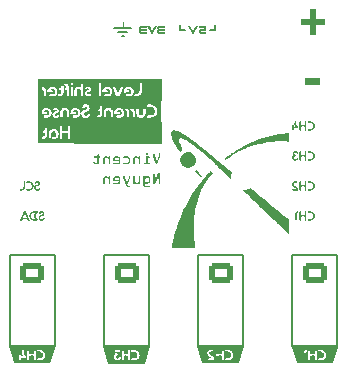
<source format=gbo>
G04 #@! TF.GenerationSoftware,KiCad,Pcbnew,7.0.1*
G04 #@! TF.CreationDate,2023-07-16T12:12:56+02:00*
G04 #@! TF.ProjectId,servo_level_shifter,73657276-6f5f-46c6-9576-656c5f736869,rev?*
G04 #@! TF.SameCoordinates,Original*
G04 #@! TF.FileFunction,Legend,Bot*
G04 #@! TF.FilePolarity,Positive*
%FSLAX46Y46*%
G04 Gerber Fmt 4.6, Leading zero omitted, Abs format (unit mm)*
G04 Created by KiCad (PCBNEW 7.0.1) date 2023-07-16 12:12:56*
%MOMM*%
%LPD*%
G01*
G04 APERTURE LIST*
G04 Aperture macros list*
%AMRoundRect*
0 Rectangle with rounded corners*
0 $1 Rounding radius*
0 $2 $3 $4 $5 $6 $7 $8 $9 X,Y pos of 4 corners*
0 Add a 4 corners polygon primitive as box body*
4,1,4,$2,$3,$4,$5,$6,$7,$8,$9,$2,$3,0*
0 Add four circle primitives for the rounded corners*
1,1,$1+$1,$2,$3*
1,1,$1+$1,$4,$5*
1,1,$1+$1,$6,$7*
1,1,$1+$1,$8,$9*
0 Add four rect primitives between the rounded corners*
20,1,$1+$1,$2,$3,$4,$5,0*
20,1,$1+$1,$4,$5,$6,$7,0*
20,1,$1+$1,$6,$7,$8,$9,0*
20,1,$1+$1,$8,$9,$2,$3,0*%
G04 Aperture macros list end*
%ADD10C,0.150000*%
%ADD11C,0.120000*%
%ADD12C,0.000100*%
%ADD13C,0.160000*%
%ADD14C,0.100000*%
%ADD15R,3.800000X3.800000*%
%ADD16C,3.800000*%
%ADD17RoundRect,0.250000X-0.725000X0.600000X-0.725000X-0.600000X0.725000X-0.600000X0.725000X0.600000X0*%
%ADD18O,1.950000X1.700000*%
%ADD19C,2.200000*%
%ADD20R,2.000000X2.000000*%
%ADD21O,2.000000X2.000000*%
%ADD22O,1.700000X1.700000*%
G04 APERTURE END LIST*
D10*
X106785000Y-54777500D02*
X106785000Y-55177500D01*
D11*
X98955000Y-55037500D02*
X98955000Y-54530000D01*
D10*
X99045000Y-55687500D02*
X98970000Y-55687500D01*
X98570000Y-55362500D02*
X98970000Y-55362500D01*
X89405000Y-74255000D02*
X93205000Y-74255000D01*
X93205000Y-81930000D01*
X89405000Y-81930000D01*
X89405000Y-74255000D01*
X104210000Y-55182500D02*
X103810002Y-55182500D01*
X106785000Y-55177500D02*
X106385000Y-55177500D01*
X97380000Y-74255000D02*
X101230000Y-74255000D01*
X101230000Y-81930000D01*
X97380000Y-81930000D01*
X97380000Y-74255000D01*
X105330000Y-74255000D02*
X109130000Y-74255000D01*
X109130000Y-81930000D01*
X105330000Y-81930000D01*
X105330000Y-74255000D01*
D12*
X102240000Y-64720000D02*
X94830000Y-64720000D01*
X94830000Y-62920000D01*
X102240000Y-62920000D01*
X102240000Y-64720000D01*
G36*
X102240000Y-64720000D02*
G01*
X94830000Y-64720000D01*
X94830000Y-62920000D01*
X102240000Y-62920000D01*
X102240000Y-64720000D01*
G37*
D10*
X98245000Y-55037500D02*
X98955000Y-55037500D01*
X98895000Y-55687500D02*
X98970000Y-55687500D01*
X98955000Y-55037500D02*
X99665000Y-55037500D01*
X103810002Y-55182500D02*
X103810001Y-54782500D01*
X99370000Y-55362500D02*
X98970000Y-55362500D01*
D12*
X102230000Y-61130000D02*
X100920000Y-61130000D01*
X100920000Y-59330000D01*
X102230000Y-59330000D01*
X102230000Y-61130000D01*
G36*
X102230000Y-61130000D02*
G01*
X100920000Y-61130000D01*
X100920000Y-59330000D01*
X102230000Y-59330000D01*
X102230000Y-61130000D01*
G37*
D10*
X113330000Y-74230000D02*
X117130000Y-74230000D01*
X117130000Y-81905000D01*
X113330000Y-81905000D01*
X113330000Y-74230000D01*
D13*
G36*
X101548234Y-65689173D02*
G01*
X101548234Y-65901420D01*
X101783684Y-66493709D01*
X101787606Y-66502875D01*
X101793496Y-66513694D01*
X101800143Y-66522910D01*
X101807544Y-66530524D01*
X101815702Y-66536534D01*
X101824615Y-66540942D01*
X101834283Y-66543747D01*
X101844707Y-66544949D01*
X101847431Y-66545000D01*
X101858491Y-66544187D01*
X101868711Y-66541748D01*
X101878092Y-66537684D01*
X101886632Y-66531994D01*
X101894334Y-66524678D01*
X101901195Y-66515736D01*
X101907218Y-66505169D01*
X101911183Y-66496176D01*
X101912400Y-66492976D01*
X102146385Y-65901420D01*
X102146385Y-65689173D01*
X102145715Y-65679115D01*
X102143241Y-65668119D01*
X102138943Y-65657917D01*
X102132822Y-65648510D01*
X102127334Y-65642278D01*
X102119823Y-65635638D01*
X102110367Y-65629627D01*
X102100162Y-65625486D01*
X102089209Y-65623216D01*
X102080928Y-65622739D01*
X102071044Y-65623425D01*
X102060230Y-65625963D01*
X102050187Y-65630371D01*
X102040916Y-65636649D01*
X102034766Y-65642278D01*
X102028208Y-65649806D01*
X102022273Y-65659326D01*
X102018184Y-65669641D01*
X102015942Y-65680750D01*
X102015471Y-65689173D01*
X102015471Y-65874553D01*
X101847431Y-66298070D01*
X101679392Y-65876018D01*
X101679392Y-65689173D01*
X101678723Y-65679115D01*
X101676248Y-65668119D01*
X101671951Y-65657917D01*
X101665830Y-65648510D01*
X101660341Y-65642278D01*
X101652831Y-65635638D01*
X101643374Y-65629627D01*
X101633169Y-65625486D01*
X101622217Y-65623216D01*
X101613935Y-65622739D01*
X101603969Y-65623425D01*
X101593080Y-65625963D01*
X101582985Y-65630371D01*
X101573685Y-65636649D01*
X101567529Y-65642278D01*
X101560972Y-65649806D01*
X101555036Y-65659326D01*
X101550947Y-65669641D01*
X101548705Y-65680750D01*
X101548234Y-65689173D01*
G37*
G36*
X101064145Y-65560212D02*
G01*
X101003572Y-65560212D01*
X100993606Y-65560908D01*
X100982717Y-65563477D01*
X100972622Y-65567940D01*
X100963322Y-65574297D01*
X100957166Y-65579996D01*
X100950692Y-65587698D01*
X100944832Y-65597400D01*
X100940794Y-65607874D01*
X100938785Y-65617465D01*
X100938115Y-65627623D01*
X100938115Y-65678914D01*
X100938785Y-65689181D01*
X100940794Y-65698916D01*
X100944143Y-65708118D01*
X100948831Y-65716787D01*
X100954859Y-65724925D01*
X100957166Y-65727519D01*
X100964602Y-65734408D01*
X100974016Y-65740644D01*
X100984224Y-65744940D01*
X100995227Y-65747296D01*
X101003572Y-65747791D01*
X101065610Y-65747791D01*
X101075825Y-65747061D01*
X101085405Y-65744871D01*
X101095779Y-65740472D01*
X101103982Y-65735120D01*
X101111549Y-65728307D01*
X101112749Y-65727030D01*
X101119123Y-65718982D01*
X101124141Y-65710590D01*
X101128280Y-65700365D01*
X101130572Y-65689672D01*
X101131067Y-65680136D01*
X101129602Y-65627623D01*
X101128932Y-65617465D01*
X101126923Y-65607874D01*
X101122886Y-65597400D01*
X101117025Y-65587698D01*
X101110551Y-65579996D01*
X101103115Y-65573273D01*
X101093701Y-65567187D01*
X101083493Y-65562994D01*
X101072490Y-65560695D01*
X101064145Y-65560212D01*
G37*
G36*
X100829183Y-66545000D02*
G01*
X101180893Y-66545000D01*
X101190785Y-66544364D01*
X101201630Y-66542017D01*
X101211728Y-66537939D01*
X101221078Y-66532132D01*
X101227299Y-66526926D01*
X101234722Y-66518537D01*
X101240322Y-66509401D01*
X101244099Y-66499517D01*
X101246052Y-66488885D01*
X101246350Y-66482473D01*
X101245438Y-66471604D01*
X101242703Y-66461436D01*
X101238145Y-66451969D01*
X101231764Y-66443204D01*
X101227299Y-66438510D01*
X101219788Y-66432201D01*
X101210332Y-66426491D01*
X101200127Y-66422558D01*
X101189174Y-66420400D01*
X101180893Y-66419947D01*
X101070495Y-66419947D01*
X101070495Y-65997896D01*
X101179672Y-65997896D01*
X101189563Y-65997252D01*
X101200409Y-65994872D01*
X101210507Y-65990740D01*
X101219857Y-65984855D01*
X101226078Y-65979577D01*
X101233501Y-65971236D01*
X101239101Y-65962240D01*
X101242877Y-65952589D01*
X101244831Y-65942284D01*
X101245129Y-65936102D01*
X101244217Y-65925031D01*
X101241482Y-65914684D01*
X101236924Y-65905062D01*
X101230543Y-65896165D01*
X101226078Y-65891406D01*
X101218567Y-65885097D01*
X101209110Y-65879387D01*
X101198906Y-65875454D01*
X101187953Y-65873296D01*
X101179672Y-65872843D01*
X101003572Y-65872843D01*
X100993606Y-65873539D01*
X100982717Y-65876108D01*
X100972622Y-65880571D01*
X100963322Y-65886927D01*
X100957166Y-65892627D01*
X100950692Y-65900312D01*
X100944832Y-65909951D01*
X100940794Y-65920314D01*
X100938580Y-65931402D01*
X100938115Y-65939766D01*
X100938115Y-66419947D01*
X100830648Y-66419947D01*
X100820739Y-66420591D01*
X100809830Y-66422970D01*
X100799622Y-66427103D01*
X100790115Y-66432988D01*
X100783754Y-66438265D01*
X100776948Y-66445326D01*
X100770787Y-66454281D01*
X100766542Y-66464006D01*
X100764215Y-66474503D01*
X100763726Y-66482473D01*
X100764661Y-66493533D01*
X100767466Y-66503845D01*
X100772141Y-66513408D01*
X100778686Y-66522224D01*
X100783265Y-66526926D01*
X100792141Y-66533968D01*
X100801671Y-66539281D01*
X100811856Y-66542864D01*
X100822695Y-66544717D01*
X100829183Y-66545000D01*
G37*
G36*
X100173635Y-66012550D02*
G01*
X100326531Y-66088754D01*
X100326531Y-66475879D01*
X100327218Y-66486146D01*
X100329279Y-66495880D01*
X100332714Y-66505082D01*
X100337522Y-66513752D01*
X100343705Y-66521889D01*
X100346071Y-66524483D01*
X100353573Y-66531455D01*
X100362998Y-66537767D01*
X100373147Y-66542114D01*
X100384022Y-66544499D01*
X100392233Y-66545000D01*
X100403446Y-66544076D01*
X100414005Y-66541306D01*
X100423909Y-66536690D01*
X100433159Y-66530227D01*
X100438150Y-66525704D01*
X100444791Y-66518228D01*
X100450801Y-66508898D01*
X100454942Y-66498914D01*
X100457213Y-66488275D01*
X100457690Y-66480275D01*
X100457690Y-65939033D01*
X100457020Y-65929216D01*
X100454546Y-65918413D01*
X100450248Y-65908312D01*
X100444127Y-65898912D01*
X100438639Y-65892627D01*
X100431203Y-65885903D01*
X100421789Y-65879818D01*
X100411581Y-65875625D01*
X100400578Y-65873326D01*
X100392233Y-65872843D01*
X100380924Y-65873766D01*
X100370294Y-65876536D01*
X100360341Y-65881153D01*
X100351066Y-65887616D01*
X100346071Y-65892138D01*
X100339430Y-65899540D01*
X100333420Y-65908827D01*
X100329279Y-65918814D01*
X100327008Y-65929503D01*
X100326531Y-65937568D01*
X100326531Y-65960771D01*
X100233230Y-65906549D01*
X100222850Y-65900525D01*
X100212225Y-65895094D01*
X100201355Y-65890256D01*
X100190240Y-65886009D01*
X100178880Y-65882356D01*
X100167276Y-65879295D01*
X100155427Y-65876826D01*
X100143334Y-65874950D01*
X100130996Y-65873666D01*
X100118412Y-65872975D01*
X100109888Y-65872843D01*
X100056154Y-65872843D01*
X100042862Y-65873288D01*
X100029914Y-65874621D01*
X100017308Y-65876842D01*
X100005047Y-65879953D01*
X99993128Y-65883952D01*
X99981553Y-65888840D01*
X99970322Y-65894617D01*
X99959434Y-65901282D01*
X99948890Y-65908836D01*
X99938689Y-65917279D01*
X99932079Y-65923401D01*
X99922669Y-65933041D01*
X99914130Y-65943094D01*
X99906463Y-65953558D01*
X99899667Y-65964434D01*
X99893743Y-65975723D01*
X99888691Y-65987424D01*
X99884510Y-65999537D01*
X99881200Y-66012062D01*
X99878762Y-66024999D01*
X99877196Y-66038348D01*
X99876636Y-66047477D01*
X99860760Y-66480031D01*
X99861505Y-66491232D01*
X99864166Y-66501756D01*
X99868744Y-66511602D01*
X99875239Y-66520770D01*
X99879811Y-66525704D01*
X99887330Y-66532262D01*
X99896819Y-66538197D01*
X99907079Y-66542286D01*
X99918110Y-66544528D01*
X99926461Y-66545000D01*
X99937306Y-66544170D01*
X99947612Y-66541680D01*
X99957381Y-66537531D01*
X99966613Y-66531723D01*
X99971646Y-66527658D01*
X99979295Y-66519369D01*
X99985144Y-66509887D01*
X99989193Y-66499213D01*
X99991230Y-66489115D01*
X99991919Y-66480031D01*
X100009016Y-66050652D01*
X100010256Y-66038287D01*
X100013122Y-66027571D01*
X100017614Y-66018504D01*
X100025515Y-66009488D01*
X100035956Y-66003048D01*
X100046138Y-65999750D01*
X100057945Y-65998102D01*
X100064459Y-65997896D01*
X100120635Y-65997896D01*
X100131435Y-65998597D01*
X100142680Y-66000700D01*
X100152672Y-66003620D01*
X100162991Y-66007570D01*
X100173635Y-66012550D01*
G37*
G36*
X99079916Y-66545000D02*
G01*
X99326601Y-66545000D01*
X99339202Y-66544641D01*
X99351451Y-66543566D01*
X99363348Y-66541773D01*
X99374892Y-66539264D01*
X99386085Y-66536037D01*
X99396926Y-66532094D01*
X99407414Y-66527433D01*
X99417551Y-66522056D01*
X99427335Y-66515962D01*
X99436768Y-66509150D01*
X99442861Y-66504211D01*
X99554968Y-66407735D01*
X99565007Y-66398744D01*
X99574059Y-66389174D01*
X99582123Y-66379023D01*
X99589200Y-66368294D01*
X99595290Y-66356984D01*
X99600392Y-66345095D01*
X99604506Y-66332627D01*
X99607633Y-66319579D01*
X99609772Y-66305951D01*
X99610925Y-66291744D01*
X99611144Y-66281950D01*
X99611144Y-66133206D01*
X99611086Y-66119050D01*
X99609813Y-66105251D01*
X99607325Y-66091808D01*
X99603622Y-66078721D01*
X99598704Y-66065990D01*
X99592571Y-66053616D01*
X99585223Y-66041599D01*
X99576660Y-66029937D01*
X99570276Y-66022361D01*
X99563352Y-66014943D01*
X99555889Y-66007683D01*
X99547885Y-66000582D01*
X99446769Y-65914120D01*
X99437135Y-65906744D01*
X99427377Y-65900092D01*
X99417494Y-65894167D01*
X99407487Y-65888967D01*
X99397356Y-65884493D01*
X99387100Y-65880744D01*
X99376719Y-65877721D01*
X99366214Y-65875423D01*
X99355585Y-65873851D01*
X99344831Y-65873004D01*
X99337592Y-65872843D01*
X99078450Y-65872843D01*
X99068567Y-65873487D01*
X99057753Y-65875866D01*
X99047710Y-65879999D01*
X99038439Y-65885884D01*
X99032288Y-65891161D01*
X99024770Y-65899454D01*
X99019098Y-65908519D01*
X99015273Y-65918355D01*
X99013295Y-65928962D01*
X99012993Y-65935369D01*
X99013672Y-65945127D01*
X99016178Y-65955707D01*
X99020530Y-65965423D01*
X99026730Y-65974273D01*
X99032288Y-65980066D01*
X99041009Y-65987013D01*
X99050501Y-65992254D01*
X99060764Y-65995789D01*
X99071799Y-65997617D01*
X99078450Y-65997896D01*
X99326601Y-65997896D01*
X99336661Y-65998949D01*
X99346568Y-66002109D01*
X99356322Y-66007375D01*
X99364732Y-66013711D01*
X99365924Y-66014748D01*
X99458736Y-66094860D01*
X99466540Y-66102913D01*
X99472427Y-66112111D01*
X99476398Y-66122454D01*
X99478275Y-66132231D01*
X99478764Y-66141022D01*
X99478764Y-66283660D01*
X99477566Y-66294187D01*
X99473973Y-66303787D01*
X99467984Y-66312459D01*
X99463621Y-66316877D01*
X99362016Y-66404560D01*
X99353987Y-66410556D01*
X99344859Y-66415079D01*
X99334633Y-66418129D01*
X99323308Y-66419707D01*
X99316343Y-66419947D01*
X99079916Y-66419947D01*
X99068703Y-66420824D01*
X99058144Y-66423453D01*
X99048240Y-66427836D01*
X99038990Y-66433972D01*
X99033998Y-66438265D01*
X99026385Y-66446558D01*
X99020641Y-66455623D01*
X99016768Y-66465459D01*
X99014764Y-66476066D01*
X99014459Y-66482473D01*
X99015382Y-66493533D01*
X99018152Y-66503845D01*
X99022768Y-66513408D01*
X99029232Y-66522224D01*
X99033754Y-66526926D01*
X99042474Y-66533968D01*
X99051966Y-66539281D01*
X99062229Y-66542864D01*
X99073264Y-66544717D01*
X99079916Y-66545000D01*
G37*
G36*
X98553500Y-65872999D02*
G01*
X98564591Y-65873815D01*
X98575493Y-65875331D01*
X98586207Y-65877547D01*
X98596731Y-65880463D01*
X98607066Y-65884079D01*
X98617213Y-65888395D01*
X98627171Y-65893410D01*
X98636939Y-65899125D01*
X98646519Y-65905540D01*
X98655910Y-65912655D01*
X98704026Y-65950024D01*
X98705787Y-65951445D01*
X98714299Y-65959060D01*
X98722321Y-65967521D01*
X98729855Y-65976830D01*
X98735530Y-65984886D01*
X98740891Y-65993484D01*
X98745940Y-66002624D01*
X98750676Y-66012306D01*
X98754912Y-66021953D01*
X98759413Y-66033326D01*
X98763032Y-66043935D01*
X98765767Y-66053781D01*
X98767886Y-66064589D01*
X98768750Y-66075809D01*
X98768750Y-66337882D01*
X98768734Y-66339780D01*
X98767944Y-66351389D01*
X98766380Y-66361352D01*
X98763994Y-66371577D01*
X98760785Y-66382065D01*
X98756753Y-66392815D01*
X98751898Y-66403827D01*
X98749757Y-66408195D01*
X98744104Y-66418597D01*
X98738022Y-66428259D01*
X98731510Y-66437182D01*
X98724569Y-66445366D01*
X98717199Y-66452810D01*
X98709399Y-66459515D01*
X98658108Y-66504211D01*
X98654835Y-66506946D01*
X98645963Y-66513227D01*
X98636981Y-66518499D01*
X98626729Y-66523668D01*
X98617214Y-66527897D01*
X98606817Y-66532055D01*
X98602494Y-66533622D01*
X98591784Y-66537099D01*
X98581218Y-66539943D01*
X98570794Y-66542155D01*
X98560514Y-66543735D01*
X98550377Y-66544683D01*
X98540383Y-66545000D01*
X98236057Y-66545000D01*
X98228115Y-66544552D01*
X98217498Y-66542424D01*
X98207465Y-66538542D01*
X98198017Y-66532907D01*
X98190383Y-66526681D01*
X98185747Y-66521930D01*
X98179120Y-66513083D01*
X98174386Y-66503557D01*
X98171546Y-66493354D01*
X98170600Y-66482473D01*
X98170905Y-66476066D01*
X98172908Y-66465459D01*
X98176782Y-66455623D01*
X98182526Y-66446558D01*
X98190139Y-66438265D01*
X98195131Y-66433972D01*
X98204381Y-66427836D01*
X98214285Y-66423453D01*
X98224843Y-66420824D01*
X98236057Y-66419947D01*
X98532812Y-66419947D01*
X98541241Y-66419226D01*
X98551314Y-66416561D01*
X98561644Y-66411933D01*
X98570703Y-66406403D01*
X98579951Y-66399431D01*
X98613656Y-66369633D01*
X98616407Y-66367159D01*
X98623594Y-66359360D01*
X98629184Y-66350993D01*
X98633177Y-66342060D01*
X98635572Y-66332561D01*
X98636371Y-66322494D01*
X98636371Y-66294895D01*
X98236057Y-66294895D01*
X98227980Y-66294430D01*
X98217235Y-66292216D01*
X98207144Y-66288179D01*
X98197707Y-66282318D01*
X98190139Y-66275844D01*
X98185560Y-66270913D01*
X98179015Y-66261770D01*
X98174340Y-66251973D01*
X98171535Y-66241521D01*
X98170600Y-66230415D01*
X98170600Y-66169842D01*
X98300293Y-66169842D01*
X98635150Y-66169842D01*
X98635150Y-66084846D01*
X98634976Y-66080344D01*
X98633218Y-66070439D01*
X98628890Y-66060151D01*
X98623075Y-66052050D01*
X98615366Y-66044790D01*
X98581416Y-66015237D01*
X98576409Y-66011172D01*
X98567353Y-66005364D01*
X98557923Y-66001215D01*
X98548119Y-65998725D01*
X98537941Y-65997896D01*
X98392861Y-65997896D01*
X98387140Y-65998390D01*
X98377366Y-66001241D01*
X98368188Y-66005814D01*
X98359856Y-66011278D01*
X98351095Y-66018168D01*
X98317634Y-66048698D01*
X98311741Y-66054983D01*
X98306406Y-66063619D01*
X98302731Y-66073657D01*
X98300902Y-66083377D01*
X98300293Y-66094127D01*
X98300293Y-66169842D01*
X98170600Y-66169842D01*
X98170600Y-66093639D01*
X98170648Y-66088367D01*
X98171031Y-66078067D01*
X98171798Y-66068091D01*
X98173668Y-66053736D01*
X98176401Y-66040110D01*
X98179996Y-66027214D01*
X98184455Y-66015048D01*
X98189777Y-66003612D01*
X98195961Y-65992906D01*
X98203009Y-65982930D01*
X98210919Y-65973684D01*
X98219692Y-65965167D01*
X98262923Y-65924867D01*
X98270065Y-65918567D01*
X98280880Y-65909880D01*
X98291820Y-65902107D01*
X98302885Y-65895248D01*
X98314074Y-65889304D01*
X98325388Y-65884274D01*
X98336826Y-65880159D01*
X98348389Y-65876958D01*
X98360076Y-65874672D01*
X98371887Y-65873300D01*
X98383824Y-65872843D01*
X98546001Y-65872843D01*
X98553500Y-65872999D01*
G37*
G36*
X97638394Y-66012550D02*
G01*
X97791290Y-66088754D01*
X97791290Y-66475879D01*
X97791977Y-66486146D01*
X97794038Y-66495880D01*
X97797473Y-66505082D01*
X97802281Y-66513752D01*
X97808464Y-66521889D01*
X97810830Y-66524483D01*
X97818332Y-66531455D01*
X97827757Y-66537767D01*
X97837907Y-66542114D01*
X97848781Y-66544499D01*
X97856992Y-66545000D01*
X97868205Y-66544076D01*
X97878764Y-66541306D01*
X97888668Y-66536690D01*
X97897918Y-66530227D01*
X97902909Y-66525704D01*
X97909550Y-66518228D01*
X97915560Y-66508898D01*
X97919701Y-66498914D01*
X97921972Y-66488275D01*
X97922449Y-66480275D01*
X97922449Y-65939033D01*
X97921779Y-65929216D01*
X97919305Y-65918413D01*
X97915007Y-65908312D01*
X97908886Y-65898912D01*
X97903398Y-65892627D01*
X97895962Y-65885903D01*
X97886549Y-65879818D01*
X97876340Y-65875625D01*
X97865338Y-65873326D01*
X97856992Y-65872843D01*
X97845683Y-65873766D01*
X97835053Y-65876536D01*
X97825100Y-65881153D01*
X97815825Y-65887616D01*
X97810830Y-65892138D01*
X97804190Y-65899540D01*
X97798179Y-65908827D01*
X97794038Y-65918814D01*
X97791768Y-65929503D01*
X97791290Y-65937568D01*
X97791290Y-65960771D01*
X97697990Y-65906549D01*
X97687609Y-65900525D01*
X97676984Y-65895094D01*
X97666114Y-65890256D01*
X97654999Y-65886009D01*
X97643640Y-65882356D01*
X97632036Y-65879295D01*
X97620187Y-65876826D01*
X97608093Y-65874950D01*
X97595755Y-65873666D01*
X97583172Y-65872975D01*
X97574647Y-65872843D01*
X97520914Y-65872843D01*
X97507622Y-65873288D01*
X97494673Y-65874621D01*
X97482068Y-65876842D01*
X97469806Y-65879953D01*
X97457888Y-65883952D01*
X97446313Y-65888840D01*
X97435081Y-65894617D01*
X97424193Y-65901282D01*
X97413649Y-65908836D01*
X97403448Y-65917279D01*
X97396838Y-65923401D01*
X97387428Y-65933041D01*
X97378889Y-65943094D01*
X97371222Y-65953558D01*
X97364427Y-65964434D01*
X97358502Y-65975723D01*
X97353450Y-65987424D01*
X97349269Y-65999537D01*
X97345959Y-66012062D01*
X97343522Y-66024999D01*
X97341955Y-66038348D01*
X97341395Y-66047477D01*
X97325519Y-66480031D01*
X97326264Y-66491232D01*
X97328925Y-66501756D01*
X97333504Y-66511602D01*
X97339998Y-66520770D01*
X97344570Y-66525704D01*
X97352089Y-66532262D01*
X97361578Y-66538197D01*
X97371838Y-66542286D01*
X97382869Y-66544528D01*
X97391221Y-66545000D01*
X97402065Y-66544170D01*
X97412372Y-66541680D01*
X97422141Y-66537531D01*
X97431372Y-66531723D01*
X97436406Y-66527658D01*
X97444054Y-66519369D01*
X97449903Y-66509887D01*
X97453952Y-66499213D01*
X97455990Y-66489115D01*
X97456678Y-66480031D01*
X97473775Y-66050652D01*
X97475015Y-66038287D01*
X97477881Y-66027571D01*
X97482373Y-66018504D01*
X97490274Y-66009488D01*
X97500715Y-66003048D01*
X97510897Y-65999750D01*
X97522704Y-65998102D01*
X97529218Y-65997896D01*
X97585394Y-65997896D01*
X97596195Y-65998597D01*
X97607440Y-66000700D01*
X97617432Y-66003620D01*
X97627750Y-66007570D01*
X97638394Y-66012550D01*
G37*
G36*
X96664110Y-66545000D02*
G01*
X96779637Y-66545000D01*
X96793424Y-66544534D01*
X96806851Y-66543136D01*
X96819917Y-66540807D01*
X96832622Y-66537546D01*
X96844967Y-66533354D01*
X96856951Y-66528230D01*
X96868574Y-66522174D01*
X96879837Y-66515187D01*
X96890739Y-66507268D01*
X96901281Y-66498417D01*
X96908108Y-66491999D01*
X96917711Y-66481829D01*
X96926369Y-66471285D01*
X96934083Y-66460368D01*
X96940852Y-66449077D01*
X96946677Y-66437413D01*
X96951557Y-66425375D01*
X96955492Y-66412964D01*
X96958483Y-66400179D01*
X96960530Y-66387020D01*
X96961632Y-66373489D01*
X96961842Y-66364260D01*
X96961842Y-65997896D01*
X97013133Y-65997896D01*
X97023025Y-65997269D01*
X97033871Y-65994953D01*
X97043968Y-65990931D01*
X97053318Y-65985202D01*
X97059539Y-65980066D01*
X97066962Y-65971833D01*
X97072562Y-65962735D01*
X97076339Y-65952772D01*
X97078292Y-65941945D01*
X97078590Y-65935369D01*
X97077678Y-65924321D01*
X97074943Y-65914045D01*
X97070385Y-65904540D01*
X97064004Y-65895806D01*
X97059539Y-65891161D01*
X97050723Y-65884024D01*
X97041160Y-65878639D01*
X97030848Y-65875008D01*
X97019788Y-65873129D01*
X97013133Y-65872843D01*
X96960621Y-65872843D01*
X96960621Y-65736311D01*
X96959951Y-65726245D01*
X96957476Y-65715217D01*
X96953179Y-65704961D01*
X96947058Y-65695475D01*
X96941570Y-65689173D01*
X96934059Y-65682532D01*
X96924602Y-65676522D01*
X96914398Y-65672381D01*
X96903445Y-65670110D01*
X96895163Y-65669633D01*
X96884129Y-65670580D01*
X96873679Y-65673420D01*
X96863813Y-65678153D01*
X96854531Y-65684780D01*
X96849490Y-65689417D01*
X96842684Y-65697093D01*
X96837286Y-65705285D01*
X96832768Y-65715493D01*
X96830166Y-65726402D01*
X96829462Y-65736311D01*
X96829462Y-65872843D01*
X96605003Y-65872843D01*
X96593790Y-65873731D01*
X96583231Y-65876396D01*
X96573327Y-65880837D01*
X96564077Y-65887055D01*
X96559085Y-65891406D01*
X96551472Y-65899770D01*
X96545728Y-65908837D01*
X96541855Y-65918604D01*
X96539851Y-65929072D01*
X96539546Y-65935369D01*
X96540481Y-65946429D01*
X96543286Y-65956741D01*
X96547961Y-65966304D01*
X96554506Y-65975120D01*
X96559085Y-65979822D01*
X96567961Y-65986864D01*
X96577491Y-65992177D01*
X96587676Y-65995760D01*
X96598515Y-65997613D01*
X96605003Y-65997896D01*
X96830928Y-65997896D01*
X96830928Y-66369389D01*
X96829981Y-66379311D01*
X96826654Y-66389671D01*
X96821685Y-66398166D01*
X96815785Y-66405048D01*
X96807755Y-66411567D01*
X96799054Y-66416222D01*
X96789681Y-66419016D01*
X96779637Y-66419947D01*
X96666796Y-66419947D01*
X96654817Y-66418802D01*
X96644066Y-66415368D01*
X96634543Y-66409643D01*
X96626248Y-66401629D01*
X96620497Y-66393569D01*
X96615532Y-66384043D01*
X96611353Y-66373053D01*
X96607041Y-66362062D01*
X96601675Y-66352536D01*
X96595256Y-66344476D01*
X96587784Y-66337882D01*
X96579258Y-66332752D01*
X96569679Y-66329089D01*
X96559047Y-66326891D01*
X96547362Y-66326158D01*
X96537006Y-66326802D01*
X96527372Y-66328734D01*
X96517044Y-66332616D01*
X96507697Y-66338251D01*
X96500467Y-66344476D01*
X96493234Y-66352828D01*
X96487778Y-66362067D01*
X96484098Y-66372195D01*
X96482195Y-66383212D01*
X96481905Y-66389905D01*
X96482358Y-66399741D01*
X96483716Y-66409554D01*
X96485981Y-66419347D01*
X96489152Y-66429118D01*
X96493228Y-66438867D01*
X96498211Y-66448595D01*
X96504099Y-66458302D01*
X96510893Y-66467987D01*
X96518593Y-66477650D01*
X96527199Y-66487292D01*
X96533440Y-66493709D01*
X96543304Y-66502875D01*
X96553661Y-66511139D01*
X96564513Y-66518502D01*
X96575858Y-66524964D01*
X96587697Y-66530524D01*
X96600029Y-66535182D01*
X96612856Y-66538939D01*
X96626176Y-66541794D01*
X96639990Y-66543747D01*
X96654297Y-66544799D01*
X96664110Y-66545000D01*
G37*
G36*
X101550921Y-67369173D02*
G01*
X101550921Y-68225000D01*
X101719204Y-68225000D01*
X102016692Y-67550889D01*
X102016692Y-68160031D01*
X102017370Y-68169831D01*
X102019876Y-68180570D01*
X102024229Y-68190561D01*
X102030428Y-68199804D01*
X102035987Y-68205949D01*
X102043423Y-68212423D01*
X102052836Y-68218283D01*
X102063044Y-68222320D01*
X102074047Y-68224534D01*
X102082393Y-68225000D01*
X102092285Y-68224330D01*
X102103131Y-68221855D01*
X102113229Y-68217558D01*
X102122579Y-68211437D01*
X102128799Y-68205949D01*
X102135274Y-68198521D01*
X102141134Y-68189139D01*
X102145171Y-68178986D01*
X102147385Y-68168062D01*
X102147850Y-68159787D01*
X102147850Y-67302739D01*
X101981765Y-67302739D01*
X101683545Y-67977093D01*
X101683545Y-67369173D01*
X101682849Y-67359347D01*
X101680279Y-67348512D01*
X101675817Y-67338356D01*
X101669460Y-67328878D01*
X101663761Y-67322522D01*
X101656001Y-67315799D01*
X101647744Y-67310467D01*
X101637481Y-67306004D01*
X101626540Y-67303434D01*
X101616622Y-67302739D01*
X101606656Y-67303425D01*
X101595766Y-67305963D01*
X101585672Y-67310371D01*
X101576372Y-67316649D01*
X101570216Y-67322278D01*
X101563658Y-67329806D01*
X101557723Y-67339326D01*
X101553634Y-67349641D01*
X101551392Y-67360750D01*
X101550921Y-67369173D01*
G37*
G36*
X101085962Y-67553022D02*
G01*
X101099000Y-67553958D01*
X101111711Y-67555698D01*
X101124096Y-67558240D01*
X101136154Y-67561585D01*
X101147887Y-67565733D01*
X101159293Y-67570684D01*
X101170372Y-67576438D01*
X101181126Y-67582995D01*
X101191553Y-67590354D01*
X101201653Y-67598517D01*
X101249036Y-67639061D01*
X101251821Y-67641457D01*
X101259890Y-67649548D01*
X101266286Y-67657327D01*
X101272384Y-67666049D01*
X101278183Y-67675712D01*
X101283685Y-67686318D01*
X101287871Y-67695481D01*
X101291649Y-67705014D01*
X101294924Y-67714685D01*
X101297694Y-67724492D01*
X101299961Y-67734438D01*
X101301724Y-67744520D01*
X101302984Y-67754740D01*
X101303739Y-67765098D01*
X101303991Y-67775593D01*
X101303991Y-67965614D01*
X101303928Y-67969954D01*
X101303220Y-67980846D01*
X101301724Y-67991797D01*
X101299442Y-68002808D01*
X101296372Y-68013879D01*
X101292515Y-68025010D01*
X101287871Y-68036200D01*
X101282608Y-68046932D01*
X101277047Y-68056841D01*
X101271188Y-68065928D01*
X101265031Y-68074191D01*
X101257248Y-68083021D01*
X101249036Y-68090666D01*
X101205806Y-68129012D01*
X101198605Y-68134957D01*
X101187593Y-68143155D01*
X101176328Y-68150490D01*
X101164810Y-68156962D01*
X101153039Y-68162572D01*
X101141014Y-68167318D01*
X101128735Y-68171201D01*
X101116204Y-68174222D01*
X101103419Y-68176379D01*
X101090381Y-68177673D01*
X101077090Y-68178105D01*
X100988674Y-68178105D01*
X100978699Y-68177841D01*
X100968802Y-68177048D01*
X100958984Y-68175726D01*
X100949244Y-68173876D01*
X100939582Y-68171498D01*
X100929998Y-68168591D01*
X100920493Y-68165155D01*
X100911065Y-68161191D01*
X100901716Y-68156698D01*
X100892446Y-68151677D01*
X100883253Y-68146127D01*
X100874139Y-68140049D01*
X100865103Y-68133442D01*
X100856145Y-68126306D01*
X100847266Y-68118642D01*
X100838464Y-68110450D01*
X100838464Y-68267498D01*
X100839065Y-68275000D01*
X100842221Y-68285190D01*
X100848081Y-68294105D01*
X100855561Y-68300959D01*
X100894884Y-68334909D01*
X100903814Y-68341534D01*
X100913019Y-68346266D01*
X100922499Y-68349105D01*
X100932254Y-68350052D01*
X101182358Y-68350052D01*
X101189014Y-68350330D01*
X101200073Y-68352159D01*
X101210385Y-68355693D01*
X101219949Y-68360934D01*
X101228764Y-68367882D01*
X101233229Y-68372530D01*
X101239611Y-68381289D01*
X101244169Y-68390842D01*
X101246904Y-68401191D01*
X101247815Y-68412334D01*
X101247518Y-68418909D01*
X101245564Y-68429737D01*
X101241787Y-68439699D01*
X101236187Y-68448797D01*
X101228764Y-68457030D01*
X101222544Y-68462237D01*
X101213194Y-68468044D01*
X101203096Y-68472121D01*
X101192250Y-68474469D01*
X101182358Y-68475104D01*
X100932254Y-68475104D01*
X100921016Y-68474675D01*
X100909470Y-68473387D01*
X100899612Y-68471658D01*
X100889540Y-68469332D01*
X100879252Y-68466410D01*
X100868750Y-68462892D01*
X100860442Y-68459824D01*
X100850733Y-68455774D01*
X100841776Y-68451485D01*
X100832019Y-68446024D01*
X100823343Y-68440219D01*
X100815750Y-68434071D01*
X100769099Y-68393771D01*
X100765298Y-68390345D01*
X100758056Y-68383364D01*
X100751297Y-68376208D01*
X100742065Y-68365149D01*
X100733918Y-68353699D01*
X100726858Y-68341859D01*
X100720884Y-68329628D01*
X100715996Y-68317007D01*
X100712194Y-68303994D01*
X100709478Y-68290591D01*
X100707849Y-68276797D01*
X100707306Y-68262613D01*
X100707306Y-67909926D01*
X100838464Y-67909926D01*
X100838538Y-67912715D01*
X100840301Y-67923469D01*
X100844415Y-67933582D01*
X100849943Y-67941906D01*
X100857271Y-67949738D01*
X100948374Y-68033025D01*
X100951164Y-68035450D01*
X100959319Y-68041787D01*
X100968420Y-68047400D01*
X100978277Y-68051468D01*
X100988674Y-68053053D01*
X101082707Y-68053053D01*
X101087950Y-68052725D01*
X101098292Y-68050101D01*
X101107437Y-68045496D01*
X101115436Y-68039619D01*
X101152805Y-68004937D01*
X101155260Y-68002609D01*
X101162604Y-67994341D01*
X101168009Y-67985886D01*
X101171810Y-67975994D01*
X101173077Y-67965858D01*
X101173077Y-67768754D01*
X101172798Y-67762274D01*
X101170970Y-67751779D01*
X101167436Y-67742358D01*
X101162195Y-67734014D01*
X101155247Y-67726744D01*
X101119344Y-67696458D01*
X101114069Y-67692107D01*
X101104730Y-67685890D01*
X101095249Y-67681448D01*
X101085629Y-67678784D01*
X101075868Y-67677896D01*
X100998199Y-67677896D01*
X100991742Y-67678166D01*
X100981103Y-67679945D01*
X100971306Y-67683382D01*
X100962350Y-67688480D01*
X100954235Y-67695237D01*
X100859713Y-67779989D01*
X100853592Y-67785999D01*
X100846765Y-67795113D01*
X100841971Y-67805046D01*
X100839211Y-67815796D01*
X100838464Y-67825662D01*
X100838464Y-67909926D01*
X100707306Y-67909926D01*
X100707306Y-67618056D01*
X100707789Y-67609716D01*
X100710088Y-67598742D01*
X100714280Y-67588585D01*
X100720366Y-67579247D01*
X100727090Y-67571894D01*
X100733457Y-67566406D01*
X100742992Y-67560285D01*
X100753252Y-67555987D01*
X100764236Y-67553513D01*
X100774228Y-67552843D01*
X100782305Y-67553308D01*
X100793050Y-67555522D01*
X100803142Y-67559559D01*
X100812578Y-67565420D01*
X100820146Y-67571894D01*
X100824726Y-67576714D01*
X100831271Y-67585718D01*
X100835946Y-67595447D01*
X100838750Y-67605901D01*
X100839685Y-67617079D01*
X100839441Y-67621475D01*
X100865331Y-67600471D01*
X100872617Y-67594703D01*
X100883736Y-67586750D01*
X100895083Y-67579634D01*
X100906657Y-67573355D01*
X100918459Y-67567913D01*
X100930488Y-67563308D01*
X100942745Y-67559541D01*
X100955229Y-67556611D01*
X100967941Y-67554518D01*
X100980880Y-67553262D01*
X100994047Y-67552843D01*
X101077090Y-67552843D01*
X101085962Y-67553022D01*
G37*
G36*
X100177787Y-68099947D02*
G01*
X99989232Y-67993702D01*
X99989232Y-67621720D01*
X99988562Y-67611461D01*
X99986553Y-67601753D01*
X99982516Y-67591121D01*
X99977604Y-67582603D01*
X99971353Y-67574634D01*
X99970181Y-67573360D01*
X99962745Y-67566387D01*
X99953332Y-67560076D01*
X99943123Y-67555728D01*
X99932121Y-67553344D01*
X99923775Y-67552843D01*
X99913726Y-67553539D01*
X99902761Y-67556108D01*
X99892615Y-67560571D01*
X99883287Y-67566927D01*
X99877124Y-67572627D01*
X99870650Y-67580212D01*
X99864790Y-67589712D01*
X99860753Y-67599913D01*
X99858539Y-67610816D01*
X99858073Y-67619033D01*
X99858073Y-68160275D01*
X99859008Y-68171382D01*
X99861813Y-68181833D01*
X99866488Y-68191631D01*
X99873033Y-68200774D01*
X99877613Y-68205704D01*
X99885189Y-68212262D01*
X99894658Y-68218197D01*
X99904804Y-68222286D01*
X99915628Y-68224528D01*
X99923775Y-68225000D01*
X99935083Y-68224018D01*
X99945714Y-68221073D01*
X99955666Y-68216164D01*
X99963658Y-68210394D01*
X99969937Y-68204483D01*
X99976494Y-68196523D01*
X99981695Y-68188031D01*
X99985539Y-68179006D01*
X99988026Y-68169450D01*
X99989157Y-68159360D01*
X99989232Y-68155879D01*
X99989232Y-68122662D01*
X100077404Y-68183478D01*
X100088826Y-68190899D01*
X100100287Y-68197589D01*
X100111787Y-68203550D01*
X100123325Y-68208780D01*
X100134902Y-68213281D01*
X100146518Y-68217052D01*
X100158172Y-68220093D01*
X100169865Y-68222404D01*
X100181596Y-68223986D01*
X100193366Y-68224837D01*
X100201235Y-68225000D01*
X100254724Y-68225000D01*
X100268415Y-68224551D01*
X100281737Y-68223205D01*
X100294690Y-68220962D01*
X100307274Y-68217821D01*
X100319489Y-68213783D01*
X100331334Y-68208848D01*
X100342810Y-68203015D01*
X100353917Y-68196286D01*
X100364655Y-68188659D01*
X100375023Y-68180134D01*
X100381730Y-68173953D01*
X100391234Y-68164136D01*
X100399871Y-68153920D01*
X100407640Y-68143305D01*
X100414543Y-68132290D01*
X100420578Y-68120876D01*
X100425745Y-68109063D01*
X100430046Y-68096851D01*
X100433479Y-68084239D01*
X100436045Y-68071228D01*
X100437744Y-68057818D01*
X100438394Y-68048656D01*
X100455003Y-67618056D01*
X100454627Y-67607033D01*
X100452218Y-67596618D01*
X100447775Y-67586811D01*
X100441299Y-67577611D01*
X100436685Y-67572627D01*
X100428925Y-67565903D01*
X100420668Y-67560571D01*
X100410405Y-67556108D01*
X100399464Y-67553539D01*
X100389546Y-67552843D01*
X100378261Y-67553778D01*
X100367700Y-67556583D01*
X100357865Y-67561258D01*
X100348754Y-67567803D01*
X100343872Y-67572383D01*
X100337289Y-67579950D01*
X100331259Y-67589387D01*
X100327004Y-67599478D01*
X100324527Y-67610224D01*
X100323845Y-67618300D01*
X100308702Y-68045481D01*
X100307857Y-68055215D01*
X100305102Y-68066704D01*
X100300484Y-68076491D01*
X100294004Y-68084575D01*
X100285662Y-68090958D01*
X100275457Y-68095639D01*
X100263390Y-68098617D01*
X100253117Y-68099734D01*
X100245687Y-68099947D01*
X100177787Y-68099947D01*
G37*
G36*
X99014459Y-67733094D02*
G01*
X99326357Y-68432362D01*
X99331226Y-68442379D01*
X99336920Y-68451062D01*
X99343439Y-68458408D01*
X99352746Y-68465713D01*
X99363341Y-68470930D01*
X99372744Y-68473602D01*
X99382972Y-68474937D01*
X99388394Y-68475104D01*
X99548374Y-68475104D01*
X99558265Y-68474469D01*
X99569111Y-68472121D01*
X99579209Y-68468044D01*
X99588559Y-68462237D01*
X99594780Y-68457030D01*
X99602203Y-68448797D01*
X99607803Y-68439699D01*
X99611579Y-68429737D01*
X99613533Y-68418909D01*
X99613831Y-68412334D01*
X99612919Y-68401191D01*
X99610184Y-68390842D01*
X99605626Y-68381289D01*
X99599245Y-68372530D01*
X99594780Y-68367882D01*
X99585964Y-68360934D01*
X99576400Y-68355693D01*
X99566089Y-68352159D01*
X99555029Y-68350330D01*
X99548374Y-68350052D01*
X99429916Y-68350052D01*
X99357376Y-68178105D01*
X99373984Y-68178105D01*
X99384643Y-68177399D01*
X99394516Y-68175281D01*
X99405751Y-68170648D01*
X99415758Y-68163808D01*
X99422879Y-68156748D01*
X99429215Y-68148276D01*
X99434763Y-68138392D01*
X99437243Y-68132920D01*
X99611144Y-67733094D01*
X99611144Y-67619033D01*
X99610491Y-67608975D01*
X99608080Y-67597979D01*
X99603893Y-67587778D01*
X99597929Y-67578371D01*
X99592581Y-67572138D01*
X99585254Y-67565581D01*
X99576011Y-67559645D01*
X99566020Y-67555557D01*
X99555281Y-67553314D01*
X99547152Y-67552843D01*
X99537160Y-67553530D01*
X99526176Y-67556068D01*
X99515916Y-67560476D01*
X99506381Y-67566754D01*
X99500013Y-67572383D01*
X99493290Y-67579910D01*
X99487204Y-67589430D01*
X99483012Y-67599745D01*
X99480713Y-67610855D01*
X99480230Y-67619277D01*
X99480230Y-67705006D01*
X99330997Y-68053053D01*
X99300711Y-68053053D01*
X99146838Y-67706960D01*
X99146838Y-67619033D01*
X99145892Y-67607892D01*
X99143052Y-67597334D01*
X99138318Y-67587362D01*
X99132754Y-67579279D01*
X99127055Y-67572871D01*
X99119370Y-67566065D01*
X99111152Y-67560667D01*
X99100892Y-67556149D01*
X99089908Y-67553547D01*
X99079916Y-67552843D01*
X99068703Y-67553778D01*
X99058144Y-67556583D01*
X99048240Y-67561258D01*
X99038990Y-67567803D01*
X99033998Y-67572383D01*
X99027358Y-67579959D01*
X99021347Y-67589427D01*
X99017206Y-67599574D01*
X99014936Y-67610398D01*
X99014459Y-67618545D01*
X99014459Y-67733094D01*
G37*
G36*
X98553500Y-67552999D02*
G01*
X98564591Y-67553815D01*
X98575493Y-67555331D01*
X98586207Y-67557547D01*
X98596731Y-67560463D01*
X98607066Y-67564079D01*
X98617213Y-67568395D01*
X98627171Y-67573410D01*
X98636939Y-67579125D01*
X98646519Y-67585540D01*
X98655910Y-67592655D01*
X98704026Y-67630024D01*
X98705787Y-67631445D01*
X98714299Y-67639060D01*
X98722321Y-67647521D01*
X98729855Y-67656830D01*
X98735530Y-67664886D01*
X98740891Y-67673484D01*
X98745940Y-67682624D01*
X98750676Y-67692306D01*
X98754912Y-67701953D01*
X98759413Y-67713326D01*
X98763032Y-67723935D01*
X98765767Y-67733781D01*
X98767886Y-67744589D01*
X98768750Y-67755809D01*
X98768750Y-68017882D01*
X98768734Y-68019780D01*
X98767944Y-68031389D01*
X98766380Y-68041352D01*
X98763994Y-68051577D01*
X98760785Y-68062065D01*
X98756753Y-68072815D01*
X98751898Y-68083827D01*
X98749757Y-68088195D01*
X98744104Y-68098597D01*
X98738022Y-68108259D01*
X98731510Y-68117182D01*
X98724569Y-68125366D01*
X98717199Y-68132810D01*
X98709399Y-68139515D01*
X98658108Y-68184211D01*
X98654835Y-68186946D01*
X98645963Y-68193227D01*
X98636981Y-68198499D01*
X98626729Y-68203668D01*
X98617214Y-68207897D01*
X98606817Y-68212055D01*
X98602494Y-68213622D01*
X98591784Y-68217099D01*
X98581218Y-68219943D01*
X98570794Y-68222155D01*
X98560514Y-68223735D01*
X98550377Y-68224683D01*
X98540383Y-68225000D01*
X98236057Y-68225000D01*
X98228115Y-68224552D01*
X98217498Y-68222424D01*
X98207465Y-68218542D01*
X98198017Y-68212907D01*
X98190383Y-68206681D01*
X98185747Y-68201930D01*
X98179120Y-68193083D01*
X98174386Y-68183557D01*
X98171546Y-68173354D01*
X98170600Y-68162473D01*
X98170905Y-68156066D01*
X98172908Y-68145459D01*
X98176782Y-68135623D01*
X98182526Y-68126558D01*
X98190139Y-68118265D01*
X98195131Y-68113972D01*
X98204381Y-68107836D01*
X98214285Y-68103453D01*
X98224843Y-68100824D01*
X98236057Y-68099947D01*
X98532812Y-68099947D01*
X98541241Y-68099226D01*
X98551314Y-68096561D01*
X98561644Y-68091933D01*
X98570703Y-68086403D01*
X98579951Y-68079431D01*
X98613656Y-68049633D01*
X98616407Y-68047159D01*
X98623594Y-68039360D01*
X98629184Y-68030993D01*
X98633177Y-68022060D01*
X98635572Y-68012561D01*
X98636371Y-68002494D01*
X98636371Y-67974895D01*
X98236057Y-67974895D01*
X98227980Y-67974430D01*
X98217235Y-67972216D01*
X98207144Y-67968179D01*
X98197707Y-67962318D01*
X98190139Y-67955844D01*
X98185560Y-67950913D01*
X98179015Y-67941770D01*
X98174340Y-67931973D01*
X98171535Y-67921521D01*
X98170600Y-67910415D01*
X98170600Y-67849842D01*
X98300293Y-67849842D01*
X98635150Y-67849842D01*
X98635150Y-67764846D01*
X98634976Y-67760344D01*
X98633218Y-67750439D01*
X98628890Y-67740151D01*
X98623075Y-67732050D01*
X98615366Y-67724790D01*
X98581416Y-67695237D01*
X98576409Y-67691172D01*
X98567353Y-67685364D01*
X98557923Y-67681215D01*
X98548119Y-67678725D01*
X98537941Y-67677896D01*
X98392861Y-67677896D01*
X98387140Y-67678390D01*
X98377366Y-67681241D01*
X98368188Y-67685814D01*
X98359856Y-67691278D01*
X98351095Y-67698168D01*
X98317634Y-67728698D01*
X98311741Y-67734983D01*
X98306406Y-67743619D01*
X98302731Y-67753657D01*
X98300902Y-67763377D01*
X98300293Y-67774127D01*
X98300293Y-67849842D01*
X98170600Y-67849842D01*
X98170600Y-67773639D01*
X98170648Y-67768367D01*
X98171031Y-67758067D01*
X98171798Y-67748091D01*
X98173668Y-67733736D01*
X98176401Y-67720110D01*
X98179996Y-67707214D01*
X98184455Y-67695048D01*
X98189777Y-67683612D01*
X98195961Y-67672906D01*
X98203009Y-67662930D01*
X98210919Y-67653684D01*
X98219692Y-67645167D01*
X98262923Y-67604867D01*
X98270065Y-67598567D01*
X98280880Y-67589880D01*
X98291820Y-67582107D01*
X98302885Y-67575248D01*
X98314074Y-67569304D01*
X98325388Y-67564274D01*
X98336826Y-67560159D01*
X98348389Y-67556958D01*
X98360076Y-67554672D01*
X98371887Y-67553300D01*
X98383824Y-67552843D01*
X98546001Y-67552843D01*
X98553500Y-67552999D01*
G37*
G36*
X97638394Y-67692550D02*
G01*
X97791290Y-67768754D01*
X97791290Y-68155879D01*
X97791977Y-68166146D01*
X97794038Y-68175880D01*
X97797473Y-68185082D01*
X97802281Y-68193752D01*
X97808464Y-68201889D01*
X97810830Y-68204483D01*
X97818332Y-68211455D01*
X97827757Y-68217767D01*
X97837907Y-68222114D01*
X97848781Y-68224499D01*
X97856992Y-68225000D01*
X97868205Y-68224076D01*
X97878764Y-68221306D01*
X97888668Y-68216690D01*
X97897918Y-68210227D01*
X97902909Y-68205704D01*
X97909550Y-68198228D01*
X97915560Y-68188898D01*
X97919701Y-68178914D01*
X97921972Y-68168275D01*
X97922449Y-68160275D01*
X97922449Y-67619033D01*
X97921779Y-67609216D01*
X97919305Y-67598413D01*
X97915007Y-67588312D01*
X97908886Y-67578912D01*
X97903398Y-67572627D01*
X97895962Y-67565903D01*
X97886549Y-67559818D01*
X97876340Y-67555625D01*
X97865338Y-67553326D01*
X97856992Y-67552843D01*
X97845683Y-67553766D01*
X97835053Y-67556536D01*
X97825100Y-67561153D01*
X97815825Y-67567616D01*
X97810830Y-67572138D01*
X97804190Y-67579540D01*
X97798179Y-67588827D01*
X97794038Y-67598814D01*
X97791768Y-67609503D01*
X97791290Y-67617568D01*
X97791290Y-67640771D01*
X97697990Y-67586549D01*
X97687609Y-67580525D01*
X97676984Y-67575094D01*
X97666114Y-67570256D01*
X97654999Y-67566009D01*
X97643640Y-67562356D01*
X97632036Y-67559295D01*
X97620187Y-67556826D01*
X97608093Y-67554950D01*
X97595755Y-67553666D01*
X97583172Y-67552975D01*
X97574647Y-67552843D01*
X97520914Y-67552843D01*
X97507622Y-67553288D01*
X97494673Y-67554621D01*
X97482068Y-67556842D01*
X97469806Y-67559953D01*
X97457888Y-67563952D01*
X97446313Y-67568840D01*
X97435081Y-67574617D01*
X97424193Y-67581282D01*
X97413649Y-67588836D01*
X97403448Y-67597279D01*
X97396838Y-67603401D01*
X97387428Y-67613041D01*
X97378889Y-67623094D01*
X97371222Y-67633558D01*
X97364427Y-67644434D01*
X97358502Y-67655723D01*
X97353450Y-67667424D01*
X97349269Y-67679537D01*
X97345959Y-67692062D01*
X97343522Y-67704999D01*
X97341955Y-67718348D01*
X97341395Y-67727477D01*
X97325519Y-68160031D01*
X97326264Y-68171232D01*
X97328925Y-68181756D01*
X97333504Y-68191602D01*
X97339998Y-68200770D01*
X97344570Y-68205704D01*
X97352089Y-68212262D01*
X97361578Y-68218197D01*
X97371838Y-68222286D01*
X97382869Y-68224528D01*
X97391221Y-68225000D01*
X97402065Y-68224170D01*
X97412372Y-68221680D01*
X97422141Y-68217531D01*
X97431372Y-68211723D01*
X97436406Y-68207658D01*
X97444054Y-68199369D01*
X97449903Y-68189887D01*
X97453952Y-68179213D01*
X97455990Y-68169115D01*
X97456678Y-68160031D01*
X97473775Y-67730652D01*
X97475015Y-67718287D01*
X97477881Y-67707571D01*
X97482373Y-67698504D01*
X97490274Y-67689488D01*
X97500715Y-67683048D01*
X97510897Y-67679750D01*
X97522704Y-67678102D01*
X97529218Y-67677896D01*
X97585394Y-67677896D01*
X97596195Y-67678597D01*
X97607440Y-67680700D01*
X97617432Y-67683620D01*
X97627750Y-67687570D01*
X97638394Y-67692550D01*
G37*
D14*
G36*
X102092633Y-55490500D02*
G01*
X102080034Y-55490288D01*
X102067789Y-55489658D01*
X102055901Y-55488614D01*
X102044372Y-55487163D01*
X102033206Y-55485310D01*
X102022406Y-55483061D01*
X102011975Y-55480422D01*
X102001915Y-55477399D01*
X101992230Y-55473997D01*
X101982924Y-55470222D01*
X101973998Y-55466080D01*
X101965457Y-55461576D01*
X101957302Y-55456717D01*
X101949538Y-55451508D01*
X101942166Y-55445955D01*
X101935191Y-55440063D01*
X101928615Y-55433839D01*
X101922442Y-55427288D01*
X101916673Y-55420416D01*
X101911313Y-55413229D01*
X101906365Y-55405732D01*
X101901830Y-55397932D01*
X101897713Y-55389833D01*
X101894017Y-55381442D01*
X101890744Y-55372765D01*
X101887898Y-55363806D01*
X101885481Y-55354573D01*
X101883497Y-55345071D01*
X101881948Y-55335305D01*
X101880838Y-55325281D01*
X101880170Y-55315006D01*
X101879947Y-55304484D01*
X101880055Y-55297311D01*
X101880378Y-55290282D01*
X101880910Y-55283400D01*
X101882586Y-55270088D01*
X101885050Y-55257391D01*
X101888266Y-55245331D01*
X101892201Y-55233925D01*
X101896818Y-55223193D01*
X101902085Y-55213153D01*
X101907966Y-55203825D01*
X101914427Y-55195228D01*
X101921433Y-55187381D01*
X101928950Y-55180303D01*
X101936942Y-55174013D01*
X101945377Y-55168529D01*
X101954218Y-55163872D01*
X101963431Y-55160059D01*
X101968167Y-55158476D01*
X101959936Y-55154795D01*
X101952174Y-55150373D01*
X101944890Y-55145232D01*
X101938092Y-55139397D01*
X101931790Y-55132890D01*
X101925990Y-55125736D01*
X101920703Y-55117957D01*
X101915936Y-55109578D01*
X101911698Y-55100622D01*
X101907997Y-55091113D01*
X101904842Y-55081074D01*
X101902242Y-55070528D01*
X101900205Y-55059499D01*
X101898739Y-55048011D01*
X101897854Y-55036087D01*
X101897557Y-55023751D01*
X101897716Y-55014891D01*
X101898197Y-55006172D01*
X101899004Y-54997604D01*
X101900144Y-54989196D01*
X101901621Y-54980956D01*
X101903439Y-54972895D01*
X101905606Y-54965021D01*
X101908125Y-54957343D01*
X101911001Y-54949871D01*
X101914240Y-54942614D01*
X101917847Y-54935580D01*
X101921828Y-54928780D01*
X101926186Y-54922222D01*
X101930928Y-54915916D01*
X101936058Y-54909870D01*
X101941581Y-54904094D01*
X101947504Y-54898597D01*
X101953830Y-54893388D01*
X101960565Y-54888477D01*
X101967714Y-54883872D01*
X101975283Y-54879582D01*
X101983276Y-54875618D01*
X101991698Y-54871988D01*
X102000555Y-54868700D01*
X102009852Y-54865766D01*
X102019594Y-54863192D01*
X102029786Y-54860990D01*
X102040433Y-54859167D01*
X102051540Y-54857734D01*
X102063113Y-54856698D01*
X102075156Y-54856070D01*
X102087675Y-54855859D01*
X102553226Y-54855859D01*
X102553226Y-55014690D01*
X102110243Y-55014690D01*
X102102314Y-55015112D01*
X102095079Y-55016370D01*
X102088558Y-55018454D01*
X102081005Y-55022498D01*
X102074797Y-55027964D01*
X102069978Y-55034826D01*
X102066594Y-55043057D01*
X102065022Y-55050115D01*
X102064301Y-55057917D01*
X102064252Y-55060681D01*
X102064686Y-55068750D01*
X102065977Y-55076114D01*
X102068104Y-55082755D01*
X102072211Y-55090449D01*
X102077730Y-55096774D01*
X102084616Y-55101686D01*
X102092825Y-55105138D01*
X102099824Y-55106741D01*
X102107524Y-55107477D01*
X102110243Y-55107527D01*
X102546388Y-55107527D01*
X102546388Y-55238832D01*
X102100498Y-55238832D01*
X102091997Y-55239300D01*
X102084209Y-55240686D01*
X102077160Y-55242959D01*
X102070877Y-55246090D01*
X102063739Y-55251548D01*
X102058076Y-55258408D01*
X102054835Y-55264432D01*
X102052486Y-55271175D01*
X102051057Y-55278609D01*
X102050575Y-55286703D01*
X102051057Y-55294310D01*
X102052486Y-55301249D01*
X102055817Y-55309434D01*
X102060719Y-55316360D01*
X102067128Y-55321984D01*
X102074979Y-55326265D01*
X102081776Y-55328569D01*
X102089321Y-55330075D01*
X102097587Y-55330767D01*
X102100498Y-55330814D01*
X102553226Y-55330814D01*
X102553226Y-55490500D01*
X102092633Y-55490500D01*
G37*
G36*
X101448760Y-55490500D02*
G01*
X101439592Y-55490089D01*
X101430842Y-55488857D01*
X101422516Y-55486804D01*
X101414617Y-55483927D01*
X101407149Y-55480226D01*
X101400118Y-55475701D01*
X101393527Y-55470350D01*
X101387379Y-55464173D01*
X101381681Y-55457168D01*
X101376435Y-55449336D01*
X101373192Y-55443654D01*
X101046981Y-54855859D01*
X101240006Y-54855859D01*
X101468422Y-55285506D01*
X101696667Y-54855859D01*
X101889692Y-54855859D01*
X101564336Y-55443654D01*
X101559413Y-55452039D01*
X101553982Y-55459595D01*
X101548059Y-55466324D01*
X101541658Y-55472225D01*
X101534795Y-55477301D01*
X101527485Y-55481551D01*
X101519744Y-55484977D01*
X101511586Y-55487580D01*
X101503028Y-55489359D01*
X101494083Y-55490317D01*
X101487912Y-55490500D01*
X101448760Y-55490500D01*
G37*
G36*
X100548432Y-55490500D02*
G01*
X100535833Y-55490288D01*
X100523588Y-55489658D01*
X100511700Y-55488614D01*
X100500171Y-55487163D01*
X100489005Y-55485310D01*
X100478205Y-55483061D01*
X100467774Y-55480422D01*
X100457714Y-55477399D01*
X100448030Y-55473997D01*
X100438723Y-55470222D01*
X100429797Y-55466080D01*
X100421256Y-55461576D01*
X100413101Y-55456717D01*
X100405337Y-55451508D01*
X100397965Y-55445955D01*
X100390990Y-55440063D01*
X100384414Y-55433839D01*
X100378241Y-55427288D01*
X100372472Y-55420416D01*
X100367112Y-55413229D01*
X100362164Y-55405732D01*
X100357629Y-55397932D01*
X100353512Y-55389833D01*
X100349816Y-55381442D01*
X100346543Y-55372765D01*
X100343697Y-55363806D01*
X100341280Y-55354573D01*
X100339296Y-55345071D01*
X100337747Y-55335305D01*
X100336637Y-55325281D01*
X100335969Y-55315006D01*
X100335746Y-55304484D01*
X100335854Y-55297311D01*
X100336177Y-55290282D01*
X100336709Y-55283400D01*
X100338386Y-55270088D01*
X100340849Y-55257391D01*
X100344065Y-55245331D01*
X100348000Y-55233925D01*
X100352618Y-55223193D01*
X100357884Y-55213153D01*
X100363765Y-55203825D01*
X100370226Y-55195228D01*
X100377232Y-55187381D01*
X100384749Y-55180303D01*
X100392741Y-55174013D01*
X100401176Y-55168529D01*
X100410017Y-55163872D01*
X100419231Y-55160059D01*
X100423966Y-55158476D01*
X100415735Y-55154795D01*
X100407973Y-55150373D01*
X100400689Y-55145232D01*
X100393891Y-55139397D01*
X100387589Y-55132890D01*
X100381789Y-55125736D01*
X100376502Y-55117957D01*
X100371735Y-55109578D01*
X100367497Y-55100622D01*
X100363796Y-55091113D01*
X100360641Y-55081074D01*
X100358041Y-55070528D01*
X100356004Y-55059499D01*
X100354538Y-55048011D01*
X100353653Y-55036087D01*
X100353356Y-55023751D01*
X100353515Y-55014891D01*
X100353996Y-55006172D01*
X100354803Y-54997604D01*
X100355943Y-54989196D01*
X100357420Y-54980956D01*
X100359239Y-54972895D01*
X100361405Y-54965021D01*
X100363924Y-54957343D01*
X100366800Y-54949871D01*
X100370039Y-54942614D01*
X100373646Y-54935580D01*
X100377627Y-54928780D01*
X100381985Y-54922222D01*
X100386727Y-54915916D01*
X100391857Y-54909870D01*
X100397380Y-54904094D01*
X100403303Y-54898597D01*
X100409629Y-54893388D01*
X100416364Y-54888477D01*
X100423513Y-54883872D01*
X100431082Y-54879582D01*
X100439075Y-54875618D01*
X100447497Y-54871988D01*
X100456354Y-54868700D01*
X100465651Y-54865766D01*
X100475393Y-54863192D01*
X100485585Y-54860990D01*
X100496232Y-54859167D01*
X100507339Y-54857734D01*
X100518912Y-54856698D01*
X100530955Y-54856070D01*
X100543474Y-54855859D01*
X101009026Y-54855859D01*
X101009026Y-55014690D01*
X100566042Y-55014690D01*
X100558113Y-55015112D01*
X100550878Y-55016370D01*
X100544357Y-55018454D01*
X100536804Y-55022498D01*
X100530596Y-55027964D01*
X100525777Y-55034826D01*
X100522393Y-55043057D01*
X100520821Y-55050115D01*
X100520100Y-55057917D01*
X100520051Y-55060681D01*
X100520486Y-55068750D01*
X100521776Y-55076114D01*
X100523903Y-55082755D01*
X100528010Y-55090449D01*
X100533529Y-55096774D01*
X100540415Y-55101686D01*
X100548624Y-55105138D01*
X100555623Y-55106741D01*
X100563323Y-55107477D01*
X100566042Y-55107527D01*
X101002187Y-55107527D01*
X101002187Y-55238832D01*
X100556297Y-55238832D01*
X100547796Y-55239300D01*
X100540008Y-55240686D01*
X100532959Y-55242959D01*
X100526676Y-55246090D01*
X100519538Y-55251548D01*
X100513875Y-55258408D01*
X100510634Y-55264432D01*
X100508285Y-55271175D01*
X100506856Y-55278609D01*
X100506374Y-55286703D01*
X100506856Y-55294310D01*
X100508285Y-55301249D01*
X100511616Y-55309434D01*
X100516518Y-55316360D01*
X100522927Y-55321984D01*
X100530778Y-55326265D01*
X100537575Y-55328569D01*
X100545120Y-55330075D01*
X100553386Y-55330767D01*
X100556297Y-55330814D01*
X101009026Y-55330814D01*
X101009026Y-55490500D01*
X100548432Y-55490500D01*
G37*
G36*
X105611807Y-55480500D02*
G01*
X105600522Y-55480274D01*
X105589437Y-55479603D01*
X105578561Y-55478492D01*
X105567904Y-55476949D01*
X105557478Y-55474980D01*
X105547292Y-55472592D01*
X105537357Y-55469792D01*
X105527684Y-55466587D01*
X105518283Y-55462983D01*
X105509164Y-55458986D01*
X105500338Y-55454605D01*
X105491816Y-55449845D01*
X105483607Y-55444714D01*
X105475723Y-55439217D01*
X105468173Y-55433363D01*
X105460968Y-55427157D01*
X105454119Y-55420606D01*
X105447637Y-55413718D01*
X105441530Y-55406499D01*
X105435811Y-55398955D01*
X105430489Y-55391094D01*
X105425575Y-55382921D01*
X105421080Y-55374445D01*
X105417013Y-55365672D01*
X105413386Y-55356608D01*
X105410208Y-55347260D01*
X105407490Y-55337635D01*
X105405243Y-55327740D01*
X105403478Y-55317582D01*
X105402203Y-55307167D01*
X105401431Y-55296502D01*
X105401172Y-55285594D01*
X105401431Y-55275052D01*
X105402203Y-55264720D01*
X105403474Y-55254604D01*
X105405236Y-55244713D01*
X105407475Y-55235056D01*
X105410182Y-55225640D01*
X105413344Y-55216475D01*
X105416952Y-55207567D01*
X105420992Y-55198926D01*
X105425455Y-55190560D01*
X105430329Y-55182477D01*
X105435604Y-55174685D01*
X105441267Y-55167193D01*
X105447307Y-55160008D01*
X105453714Y-55153139D01*
X105460477Y-55146595D01*
X105467583Y-55140383D01*
X105475023Y-55134513D01*
X105482784Y-55128991D01*
X105490856Y-55123827D01*
X105499227Y-55119028D01*
X105507886Y-55114603D01*
X105516823Y-55110561D01*
X105526025Y-55106909D01*
X105535482Y-55103655D01*
X105545183Y-55100809D01*
X105555116Y-55098378D01*
X105565270Y-55096370D01*
X105575634Y-55094794D01*
X105586197Y-55093658D01*
X105596947Y-55092971D01*
X105607874Y-55092740D01*
X105873562Y-55092740D01*
X105873562Y-55009648D01*
X105428527Y-55009648D01*
X105428527Y-54845859D01*
X106037180Y-54845859D01*
X106037180Y-55228832D01*
X105614884Y-55228832D01*
X105606634Y-55229605D01*
X105598925Y-55231877D01*
X105591929Y-55235576D01*
X105585819Y-55240629D01*
X105580767Y-55246964D01*
X105576945Y-55254509D01*
X105574525Y-55263193D01*
X105573734Y-55270409D01*
X105573680Y-55272942D01*
X105574164Y-55280321D01*
X105575580Y-55287060D01*
X105578837Y-55295017D01*
X105583551Y-55301757D01*
X105589605Y-55307237D01*
X105596883Y-55311412D01*
X105605269Y-55314239D01*
X105612216Y-55315448D01*
X105619671Y-55315855D01*
X106037180Y-55315855D01*
X106037180Y-55480500D01*
X105611807Y-55480500D01*
G37*
G36*
X104910317Y-55480500D02*
G01*
X104901148Y-55480089D01*
X104892399Y-55478857D01*
X104884072Y-55476804D01*
X104876173Y-55473927D01*
X104868706Y-55470226D01*
X104861674Y-55465701D01*
X104855083Y-55460350D01*
X104848936Y-55454173D01*
X104843237Y-55447168D01*
X104837992Y-55439336D01*
X104834748Y-55433654D01*
X104508537Y-54845859D01*
X104701562Y-54845859D01*
X104929978Y-55275506D01*
X105158223Y-54845859D01*
X105351248Y-54845859D01*
X105025892Y-55433654D01*
X105020969Y-55442039D01*
X105015538Y-55449595D01*
X105009615Y-55456324D01*
X105003214Y-55462225D01*
X104996351Y-55467301D01*
X104989042Y-55471551D01*
X104981301Y-55474977D01*
X104973143Y-55477580D01*
X104964584Y-55479359D01*
X104955639Y-55480317D01*
X104949469Y-55480500D01*
X104910317Y-55480500D01*
G37*
G36*
X91976618Y-68627097D02*
G01*
X91972270Y-68637274D01*
X91967622Y-68647107D01*
X91962684Y-68656597D01*
X91957464Y-68665745D01*
X91951972Y-68674553D01*
X91946218Y-68683023D01*
X91940210Y-68691154D01*
X91933958Y-68698950D01*
X91927470Y-68706412D01*
X91920757Y-68713540D01*
X91913828Y-68720336D01*
X91906691Y-68726802D01*
X91899357Y-68732939D01*
X91891834Y-68738748D01*
X91884131Y-68744231D01*
X91876258Y-68749390D01*
X91868225Y-68754224D01*
X91860040Y-68758737D01*
X91851712Y-68762929D01*
X91843252Y-68766802D01*
X91834667Y-68770357D01*
X91825968Y-68773596D01*
X91817164Y-68776519D01*
X91808264Y-68779129D01*
X91799277Y-68781427D01*
X91790213Y-68783414D01*
X91781081Y-68785091D01*
X91771889Y-68786460D01*
X91762648Y-68787522D01*
X91753367Y-68788280D01*
X91744054Y-68788733D01*
X91734720Y-68788884D01*
X91723380Y-68788654D01*
X91712054Y-68787968D01*
X91700759Y-68786825D01*
X91689515Y-68785228D01*
X91678341Y-68783179D01*
X91667258Y-68780679D01*
X91656283Y-68777730D01*
X91645437Y-68774333D01*
X91634738Y-68770490D01*
X91624206Y-68766203D01*
X91613861Y-68761473D01*
X91603722Y-68756302D01*
X91593807Y-68750692D01*
X91584136Y-68744645D01*
X91574730Y-68738161D01*
X91565606Y-68731242D01*
X91556784Y-68723891D01*
X91548284Y-68716109D01*
X91540125Y-68707897D01*
X91532326Y-68699258D01*
X91524907Y-68690192D01*
X91517886Y-68680702D01*
X91511284Y-68670789D01*
X91505119Y-68660455D01*
X91499411Y-68649701D01*
X91494179Y-68638529D01*
X91489443Y-68626941D01*
X91485221Y-68614938D01*
X91481533Y-68602522D01*
X91478399Y-68589695D01*
X91475838Y-68576458D01*
X91473868Y-68562812D01*
X91473111Y-68554514D01*
X91472428Y-68546321D01*
X91471892Y-68538281D01*
X91471576Y-68530446D01*
X91471524Y-68526078D01*
X91471660Y-68516681D01*
X91472090Y-68507049D01*
X91472848Y-68497210D01*
X91473966Y-68487195D01*
X91475478Y-68477033D01*
X91477417Y-68466755D01*
X91479817Y-68456389D01*
X91482710Y-68445967D01*
X91486129Y-68435517D01*
X91490109Y-68425069D01*
X91494681Y-68414653D01*
X91499880Y-68404299D01*
X91505738Y-68394036D01*
X91512289Y-68383895D01*
X91519566Y-68373906D01*
X91527602Y-68364096D01*
X91536294Y-68354652D01*
X91545592Y-68345676D01*
X91555499Y-68337188D01*
X91566015Y-68329206D01*
X91577142Y-68321752D01*
X91588883Y-68314843D01*
X91601238Y-68308501D01*
X91614210Y-68302743D01*
X91627800Y-68297589D01*
X91642010Y-68293060D01*
X91656842Y-68289174D01*
X91664492Y-68287478D01*
X91672297Y-68285951D01*
X91680259Y-68284594D01*
X91688378Y-68283410D01*
X91696653Y-68282402D01*
X91705085Y-68281571D01*
X91713674Y-68280921D01*
X91722420Y-68280454D01*
X91731324Y-68280172D01*
X91740386Y-68280077D01*
X91749843Y-68279621D01*
X91758851Y-68278260D01*
X91767383Y-68276007D01*
X91775410Y-68272872D01*
X91782907Y-68268867D01*
X91789845Y-68264003D01*
X91796197Y-68258292D01*
X91801935Y-68251745D01*
X91807203Y-68244915D01*
X91811689Y-68238359D01*
X91817085Y-68229077D01*
X91821066Y-68220510D01*
X91823836Y-68212716D01*
X91826004Y-68203628D01*
X91826945Y-68194563D01*
X91826670Y-68186643D01*
X91826555Y-68185115D01*
X91825896Y-68173741D01*
X91823877Y-68162415D01*
X91820439Y-68151371D01*
X91815519Y-68140843D01*
X91809058Y-68131064D01*
X91803864Y-68125077D01*
X91797940Y-68119596D01*
X91791267Y-68114691D01*
X91783829Y-68110430D01*
X91775605Y-68106884D01*
X91766579Y-68104121D01*
X91756733Y-68102211D01*
X91746048Y-68101223D01*
X91740386Y-68101096D01*
X91725975Y-68102015D01*
X91713631Y-68104614D01*
X91703084Y-68108651D01*
X91694065Y-68113888D01*
X91686306Y-68120084D01*
X91679538Y-68127000D01*
X91673490Y-68134396D01*
X91667895Y-68142031D01*
X91662483Y-68149666D01*
X91656985Y-68157062D01*
X91651132Y-68163978D01*
X91644655Y-68170174D01*
X91637285Y-68175411D01*
X91628753Y-68179448D01*
X91618790Y-68182047D01*
X91607127Y-68182966D01*
X91593004Y-68182346D01*
X91580432Y-68180537D01*
X91569373Y-68177619D01*
X91559791Y-68173672D01*
X91551649Y-68168774D01*
X91544909Y-68163005D01*
X91539534Y-68156443D01*
X91535488Y-68149169D01*
X91532732Y-68141261D01*
X91531231Y-68132798D01*
X91530947Y-68123861D01*
X91531843Y-68114527D01*
X91533881Y-68104876D01*
X91537025Y-68094988D01*
X91541238Y-68084941D01*
X91546482Y-68074815D01*
X91552720Y-68064689D01*
X91559916Y-68054643D01*
X91568031Y-68044754D01*
X91577030Y-68035104D01*
X91586875Y-68025770D01*
X91597528Y-68016832D01*
X91608953Y-68008370D01*
X91621113Y-68000462D01*
X91633970Y-67993187D01*
X91647488Y-67986626D01*
X91661629Y-67980857D01*
X91676357Y-67975959D01*
X91691633Y-67972011D01*
X91707422Y-67969094D01*
X91723685Y-67967285D01*
X91740386Y-67966665D01*
X91749431Y-67966808D01*
X91758286Y-67967236D01*
X91766949Y-67967940D01*
X91775422Y-67968915D01*
X91783705Y-67970156D01*
X91791798Y-67971654D01*
X91799702Y-67973405D01*
X91807415Y-67975402D01*
X91814940Y-67977639D01*
X91829423Y-67982808D01*
X91843152Y-67988861D01*
X91856129Y-67995749D01*
X91868357Y-68003422D01*
X91879836Y-68011831D01*
X91890570Y-68020925D01*
X91900561Y-68030655D01*
X91909809Y-68040970D01*
X91918318Y-68051822D01*
X91926089Y-68063160D01*
X91933124Y-68074935D01*
X91936367Y-68080970D01*
X91940886Y-68089877D01*
X91944987Y-68098456D01*
X91948664Y-68106701D01*
X91951912Y-68114602D01*
X91954724Y-68122154D01*
X91957787Y-68131664D01*
X91960052Y-68140520D01*
X91961505Y-68148702D01*
X91962159Y-68157956D01*
X91962235Y-68166416D01*
X91962479Y-68174735D01*
X91962908Y-68182757D01*
X91963331Y-68188437D01*
X91963114Y-68198202D01*
X91962461Y-68207992D01*
X91961371Y-68217785D01*
X91959843Y-68227559D01*
X91957874Y-68237293D01*
X91955464Y-68246963D01*
X91952610Y-68256548D01*
X91949311Y-68266027D01*
X91945566Y-68275377D01*
X91941373Y-68284576D01*
X91936730Y-68293602D01*
X91931636Y-68302434D01*
X91926089Y-68311048D01*
X91920088Y-68319425D01*
X91913630Y-68327540D01*
X91906715Y-68335374D01*
X91899342Y-68342902D01*
X91891507Y-68350104D01*
X91883210Y-68356958D01*
X91874449Y-68363441D01*
X91865223Y-68369532D01*
X91855530Y-68375208D01*
X91845369Y-68380448D01*
X91834737Y-68385230D01*
X91823634Y-68389531D01*
X91812057Y-68393330D01*
X91800006Y-68396605D01*
X91787478Y-68399334D01*
X91774472Y-68401494D01*
X91760986Y-68403065D01*
X91747020Y-68404023D01*
X91732570Y-68404348D01*
X91717814Y-68405065D01*
X91703990Y-68407157D01*
X91691100Y-68410530D01*
X91679148Y-68415094D01*
X91668133Y-68420758D01*
X91658060Y-68427429D01*
X91648928Y-68435015D01*
X91640741Y-68443427D01*
X91633500Y-68452570D01*
X91627208Y-68462355D01*
X91621865Y-68472690D01*
X91617475Y-68483482D01*
X91614038Y-68494641D01*
X91611558Y-68506075D01*
X91610035Y-68517692D01*
X91609472Y-68529400D01*
X91609871Y-68541108D01*
X91611233Y-68552725D01*
X91613561Y-68564159D01*
X91616856Y-68575318D01*
X91621121Y-68586110D01*
X91626358Y-68596445D01*
X91632567Y-68606230D01*
X91639752Y-68615374D01*
X91647914Y-68623785D01*
X91657055Y-68631371D01*
X91667177Y-68638042D01*
X91678282Y-68643706D01*
X91690372Y-68648270D01*
X91703449Y-68651644D01*
X91717514Y-68653735D01*
X91732570Y-68654452D01*
X91742549Y-68654068D01*
X91752315Y-68652934D01*
X91761838Y-68651078D01*
X91771090Y-68648530D01*
X91780041Y-68645317D01*
X91788662Y-68641469D01*
X91796922Y-68637015D01*
X91804793Y-68631982D01*
X91812245Y-68626400D01*
X91819248Y-68620297D01*
X91825773Y-68613701D01*
X91831791Y-68606642D01*
X91837272Y-68599148D01*
X91842186Y-68591247D01*
X91846505Y-68582968D01*
X91850198Y-68574341D01*
X91853917Y-68566058D01*
X91858130Y-68558675D01*
X91862805Y-68552172D01*
X91869702Y-68544838D01*
X91877287Y-68538994D01*
X91885485Y-68534595D01*
X91894221Y-68531598D01*
X91903419Y-68529959D01*
X91910574Y-68529595D01*
X91918933Y-68530066D01*
X91927104Y-68531452D01*
X91935009Y-68533717D01*
X91942570Y-68536825D01*
X91949711Y-68540739D01*
X91956352Y-68545422D01*
X91962416Y-68550838D01*
X91967825Y-68556951D01*
X91972648Y-68563443D01*
X91977141Y-68571351D01*
X91980188Y-68578812D01*
X91982323Y-68586848D01*
X91983378Y-68595344D01*
X91983457Y-68598374D01*
X91982776Y-68607020D01*
X91981018Y-68614978D01*
X91978202Y-68623266D01*
X91976618Y-68627097D01*
G37*
G36*
X91426192Y-68372108D02*
G01*
X91425667Y-68392787D01*
X91424109Y-68413154D01*
X91421539Y-68433186D01*
X91417981Y-68452861D01*
X91413457Y-68472156D01*
X91407990Y-68491048D01*
X91401603Y-68509515D01*
X91394318Y-68527535D01*
X91386159Y-68545084D01*
X91377148Y-68562140D01*
X91367308Y-68578681D01*
X91356661Y-68594684D01*
X91345230Y-68610127D01*
X91333039Y-68624986D01*
X91320109Y-68639240D01*
X91306464Y-68652865D01*
X91292127Y-68665839D01*
X91277119Y-68678140D01*
X91261464Y-68689745D01*
X91245185Y-68700631D01*
X91228304Y-68710777D01*
X91210845Y-68720158D01*
X91192829Y-68728753D01*
X91174280Y-68736539D01*
X91155220Y-68743494D01*
X91135673Y-68749595D01*
X91115660Y-68754819D01*
X91095205Y-68759144D01*
X91074330Y-68762547D01*
X91053059Y-68765005D01*
X91031413Y-68766497D01*
X91009416Y-68767000D01*
X90874985Y-68767000D01*
X90867046Y-68766617D01*
X90852672Y-68763705D01*
X90840308Y-68758256D01*
X90829964Y-68750659D01*
X90821651Y-68741306D01*
X90815376Y-68730586D01*
X90811150Y-68718890D01*
X90808982Y-68706608D01*
X90808882Y-68694132D01*
X90810858Y-68681850D01*
X90814921Y-68670154D01*
X90821080Y-68659434D01*
X90829344Y-68650081D01*
X90839723Y-68642484D01*
X90852227Y-68637035D01*
X90866863Y-68634123D01*
X90874985Y-68633741D01*
X90999451Y-68633741D01*
X91032794Y-68632246D01*
X91063952Y-68627888D01*
X91092929Y-68620859D01*
X91119732Y-68611349D01*
X91144365Y-68599549D01*
X91166834Y-68585649D01*
X91187144Y-68569841D01*
X91205302Y-68552316D01*
X91221312Y-68533264D01*
X91235180Y-68512876D01*
X91246911Y-68491343D01*
X91256512Y-68468856D01*
X91263986Y-68445606D01*
X91269341Y-68421783D01*
X91272581Y-68397578D01*
X91273711Y-68373182D01*
X91272738Y-68348787D01*
X91269667Y-68324582D01*
X91264503Y-68300759D01*
X91257251Y-68277509D01*
X91247918Y-68255021D01*
X91236508Y-68233488D01*
X91223028Y-68213101D01*
X91207482Y-68194049D01*
X91189876Y-68176523D01*
X91170216Y-68160715D01*
X91148506Y-68146816D01*
X91124753Y-68135016D01*
X91098962Y-68125506D01*
X91071139Y-68118476D01*
X91041288Y-68114119D01*
X91009416Y-68112624D01*
X90874985Y-68112624D01*
X90866863Y-68112241D01*
X90852227Y-68109325D01*
X90839723Y-68103868D01*
X90829344Y-68096260D01*
X90821080Y-68086893D01*
X90814921Y-68076157D01*
X90810858Y-68064444D01*
X90808882Y-68052144D01*
X90808982Y-68039649D01*
X90811150Y-68027350D01*
X90815376Y-68015637D01*
X90821651Y-68004901D01*
X90829964Y-67995534D01*
X90840308Y-67987926D01*
X90852672Y-67982469D01*
X90867046Y-67979553D01*
X90874985Y-67979170D01*
X91021726Y-67979170D01*
X91042708Y-67980164D01*
X91063395Y-67982074D01*
X91083763Y-67984878D01*
X91103788Y-67988561D01*
X91123445Y-67993101D01*
X91142711Y-67998482D01*
X91161560Y-68004683D01*
X91179968Y-68011688D01*
X91197911Y-68019476D01*
X91215364Y-68028030D01*
X91232304Y-68037330D01*
X91248706Y-68047358D01*
X91264545Y-68058096D01*
X91279797Y-68069524D01*
X91294438Y-68081625D01*
X91308443Y-68094379D01*
X91321788Y-68107768D01*
X91334448Y-68121773D01*
X91346400Y-68136376D01*
X91357619Y-68151558D01*
X91368080Y-68167299D01*
X91377760Y-68183583D01*
X91386633Y-68200389D01*
X91394676Y-68217700D01*
X91401863Y-68235497D01*
X91408172Y-68253761D01*
X91413576Y-68272473D01*
X91418053Y-68291615D01*
X91421577Y-68311168D01*
X91424125Y-68331113D01*
X91425671Y-68351433D01*
X91426192Y-68372108D01*
G37*
G36*
X90718279Y-68045799D02*
G01*
X90718279Y-68429554D01*
X90717790Y-68446905D01*
X90716341Y-68464030D01*
X90713953Y-68480907D01*
X90710651Y-68497516D01*
X90706459Y-68513835D01*
X90701398Y-68529842D01*
X90695493Y-68545517D01*
X90688768Y-68560837D01*
X90681245Y-68575783D01*
X90672948Y-68590331D01*
X90663901Y-68604463D01*
X90654126Y-68618154D01*
X90643647Y-68631386D01*
X90632488Y-68644136D01*
X90620672Y-68656383D01*
X90608223Y-68668106D01*
X90595163Y-68679283D01*
X90581516Y-68689893D01*
X90567306Y-68699915D01*
X90552556Y-68709328D01*
X90537289Y-68718110D01*
X90521529Y-68726240D01*
X90505299Y-68733697D01*
X90488623Y-68740459D01*
X90471524Y-68746506D01*
X90454025Y-68751815D01*
X90436150Y-68756366D01*
X90417922Y-68760137D01*
X90399364Y-68763108D01*
X90380501Y-68765256D01*
X90361355Y-68766560D01*
X90341949Y-68767000D01*
X90332522Y-68766608D01*
X90323763Y-68765466D01*
X90315663Y-68763623D01*
X90308216Y-68761131D01*
X90295247Y-68754395D01*
X90284793Y-68745659D01*
X90276793Y-68735322D01*
X90271185Y-68723785D01*
X90267906Y-68711447D01*
X90266893Y-68698709D01*
X90268086Y-68685971D01*
X90271422Y-68673634D01*
X90276839Y-68662097D01*
X90284274Y-68651760D01*
X90293666Y-68643023D01*
X90304953Y-68636288D01*
X90318072Y-68631953D01*
X90332961Y-68630419D01*
X90345313Y-68630182D01*
X90357554Y-68629475D01*
X90369665Y-68628305D01*
X90381628Y-68626679D01*
X90393425Y-68624603D01*
X90405037Y-68622084D01*
X90416446Y-68619129D01*
X90427633Y-68615743D01*
X90438579Y-68611934D01*
X90449268Y-68607708D01*
X90459679Y-68603073D01*
X90469795Y-68598033D01*
X90479597Y-68592597D01*
X90489066Y-68586771D01*
X90498185Y-68580561D01*
X90506935Y-68573974D01*
X90515298Y-68567017D01*
X90523254Y-68559696D01*
X90530786Y-68552018D01*
X90537875Y-68543989D01*
X90544503Y-68535617D01*
X90550651Y-68526907D01*
X90556301Y-68517867D01*
X90561435Y-68508502D01*
X90566034Y-68498820D01*
X90570079Y-68488827D01*
X90573552Y-68478530D01*
X90576436Y-68467936D01*
X90578710Y-68457051D01*
X90580358Y-68445881D01*
X90581360Y-68434433D01*
X90581698Y-68422715D01*
X90581698Y-68045799D01*
X90582071Y-68037613D01*
X90583959Y-68026365D01*
X90587309Y-68016347D01*
X90591974Y-68007546D01*
X90597803Y-67999954D01*
X90604649Y-67993559D01*
X90612362Y-67988351D01*
X90620794Y-67984318D01*
X90629795Y-67981451D01*
X90639218Y-67979738D01*
X90648914Y-67979170D01*
X90658617Y-67979766D01*
X90668158Y-67981551D01*
X90677363Y-67984518D01*
X90686060Y-67988660D01*
X90694075Y-67993970D01*
X90701236Y-68000441D01*
X90707370Y-68008067D01*
X90712304Y-68016841D01*
X90715865Y-68026756D01*
X90717880Y-68037806D01*
X90718279Y-68045799D01*
G37*
G36*
X115232725Y-63292108D02*
G01*
X115232200Y-63312787D01*
X115230641Y-63333154D01*
X115228072Y-63353186D01*
X115224513Y-63372861D01*
X115219989Y-63392156D01*
X115214523Y-63411048D01*
X115208135Y-63429515D01*
X115200851Y-63447535D01*
X115192692Y-63465084D01*
X115183680Y-63482140D01*
X115173840Y-63498681D01*
X115163193Y-63514684D01*
X115151763Y-63530127D01*
X115139571Y-63544986D01*
X115126642Y-63559240D01*
X115112997Y-63572865D01*
X115098659Y-63585839D01*
X115083652Y-63598140D01*
X115067997Y-63609745D01*
X115051718Y-63620631D01*
X115034837Y-63630777D01*
X115017377Y-63640158D01*
X114999362Y-63648753D01*
X114980812Y-63656539D01*
X114961753Y-63663494D01*
X114942205Y-63669595D01*
X114922192Y-63674819D01*
X114901737Y-63679144D01*
X114880863Y-63682547D01*
X114859591Y-63685005D01*
X114837946Y-63686497D01*
X114815949Y-63687000D01*
X114681517Y-63687000D01*
X114673579Y-63686617D01*
X114659204Y-63683705D01*
X114646840Y-63678256D01*
X114636497Y-63670659D01*
X114628183Y-63661306D01*
X114621908Y-63650586D01*
X114617682Y-63638890D01*
X114615515Y-63626608D01*
X114615414Y-63614132D01*
X114617391Y-63601850D01*
X114621454Y-63590154D01*
X114627613Y-63579434D01*
X114635877Y-63570081D01*
X114646256Y-63562484D01*
X114658759Y-63557035D01*
X114673396Y-63554123D01*
X114681517Y-63553741D01*
X114805983Y-63553741D01*
X114839327Y-63552246D01*
X114870485Y-63547888D01*
X114899462Y-63540859D01*
X114926264Y-63531349D01*
X114950897Y-63519549D01*
X114973366Y-63505649D01*
X114993677Y-63489841D01*
X115011834Y-63472316D01*
X115027844Y-63453264D01*
X115041712Y-63432876D01*
X115053444Y-63411343D01*
X115063044Y-63388856D01*
X115070519Y-63365606D01*
X115075873Y-63341783D01*
X115079113Y-63317578D01*
X115080244Y-63293182D01*
X115079271Y-63268787D01*
X115076199Y-63244582D01*
X115071035Y-63220759D01*
X115063784Y-63197509D01*
X115054450Y-63175021D01*
X115043041Y-63153488D01*
X115029560Y-63133101D01*
X115014014Y-63114049D01*
X114996408Y-63096523D01*
X114976748Y-63080715D01*
X114955039Y-63066816D01*
X114931286Y-63055016D01*
X114905495Y-63045506D01*
X114877671Y-63038476D01*
X114847821Y-63034119D01*
X114815949Y-63032624D01*
X114681517Y-63032624D01*
X114673396Y-63032241D01*
X114658759Y-63029325D01*
X114646256Y-63023868D01*
X114635877Y-63016260D01*
X114627613Y-63006893D01*
X114621454Y-62996157D01*
X114617391Y-62984444D01*
X114615414Y-62972144D01*
X114615515Y-62959649D01*
X114617682Y-62947350D01*
X114621908Y-62935637D01*
X114628183Y-62924901D01*
X114636497Y-62915534D01*
X114646840Y-62907926D01*
X114659204Y-62902469D01*
X114673579Y-62899553D01*
X114681517Y-62899170D01*
X114828258Y-62899170D01*
X114849240Y-62900164D01*
X114869927Y-62902074D01*
X114890296Y-62904878D01*
X114910321Y-62908561D01*
X114929978Y-62913101D01*
X114949243Y-62918482D01*
X114968092Y-62924683D01*
X114986500Y-62931688D01*
X115004443Y-62939476D01*
X115021897Y-62948030D01*
X115038837Y-62957330D01*
X115055238Y-62967358D01*
X115071077Y-62978096D01*
X115086329Y-62989524D01*
X115100970Y-63001625D01*
X115114975Y-63014379D01*
X115128320Y-63027768D01*
X115140981Y-63041773D01*
X115152933Y-63056376D01*
X115164151Y-63071558D01*
X115174613Y-63087299D01*
X115184292Y-63103583D01*
X115193165Y-63120389D01*
X115201208Y-63137700D01*
X115208396Y-63155497D01*
X115214704Y-63173761D01*
X115220109Y-63192473D01*
X115224586Y-63211615D01*
X115228110Y-63231168D01*
X115230657Y-63251113D01*
X115232204Y-63271433D01*
X115232725Y-63292108D01*
G37*
G36*
X114524811Y-62968339D02*
G01*
X114524811Y-63618612D01*
X114524438Y-63626979D01*
X114523349Y-63634790D01*
X114520470Y-63645467D01*
X114516227Y-63654906D01*
X114510769Y-63663114D01*
X114504246Y-63670098D01*
X114496805Y-63675866D01*
X114488597Y-63680426D01*
X114479768Y-63683785D01*
X114470469Y-63685952D01*
X114460848Y-63686934D01*
X114457595Y-63687000D01*
X114447892Y-63686383D01*
X114438351Y-63684539D01*
X114429146Y-63681479D01*
X114420450Y-63677211D01*
X114412434Y-63671745D01*
X114405273Y-63665091D01*
X114399139Y-63657258D01*
X114394205Y-63648256D01*
X114390644Y-63638096D01*
X114388630Y-63626786D01*
X114388230Y-63618612D01*
X114388230Y-63360300D01*
X114377315Y-63355453D01*
X114366410Y-63351014D01*
X114355529Y-63346969D01*
X114344682Y-63343307D01*
X114333881Y-63340013D01*
X114323137Y-63337075D01*
X114312461Y-63334479D01*
X114301866Y-63332212D01*
X114291363Y-63330262D01*
X114280962Y-63328614D01*
X114270676Y-63327255D01*
X114260516Y-63326173D01*
X114250493Y-63325355D01*
X114240619Y-63324787D01*
X114230906Y-63324455D01*
X114221364Y-63324348D01*
X114212499Y-63324438D01*
X114203787Y-63324702D01*
X114195238Y-63325130D01*
X114186859Y-63325711D01*
X114178659Y-63326433D01*
X114170647Y-63327288D01*
X114162830Y-63328264D01*
X114147816Y-63330539D01*
X114133686Y-63333174D01*
X114120505Y-63336085D01*
X114108341Y-63339188D01*
X114097262Y-63342399D01*
X114087333Y-63345635D01*
X114078622Y-63348811D01*
X114071196Y-63351845D01*
X114062612Y-63355942D01*
X114055679Y-63360868D01*
X114055474Y-63361473D01*
X114055474Y-63618612D01*
X114055077Y-63626786D01*
X114053072Y-63638096D01*
X114049527Y-63648256D01*
X114044611Y-63657258D01*
X114038495Y-63665091D01*
X114031348Y-63671745D01*
X114023341Y-63677211D01*
X114014643Y-63681479D01*
X114005426Y-63684539D01*
X113995857Y-63686383D01*
X113986109Y-63687000D01*
X113976385Y-63686383D01*
X113966883Y-63684539D01*
X113957763Y-63681479D01*
X113949186Y-63677211D01*
X113941313Y-63671745D01*
X113934303Y-63665091D01*
X113928317Y-63657258D01*
X113923516Y-63648256D01*
X113920059Y-63638096D01*
X113918107Y-63626786D01*
X113917721Y-63618612D01*
X113917721Y-62968339D01*
X113918107Y-62959899D01*
X113919233Y-62952016D01*
X113922206Y-62941231D01*
X113926577Y-62931690D01*
X113932186Y-62923387D01*
X113938872Y-62916316D01*
X113946476Y-62910471D01*
X113954836Y-62905846D01*
X113963792Y-62902436D01*
X113973185Y-62900235D01*
X113982853Y-62899236D01*
X113986109Y-62899170D01*
X113995857Y-62899768D01*
X114005426Y-62901568D01*
X114014643Y-62904575D01*
X114023341Y-62908794D01*
X114031348Y-62914231D01*
X114038495Y-62920893D01*
X114044611Y-62928785D01*
X114049527Y-62937913D01*
X114053072Y-62948282D01*
X114055077Y-62959899D01*
X114055474Y-62968339D01*
X114055474Y-63227041D01*
X114056646Y-63227041D01*
X114066498Y-63224430D01*
X114075647Y-63222102D01*
X114083323Y-63220303D01*
X114092231Y-63218379D01*
X114102344Y-63216392D01*
X114113637Y-63214406D01*
X114126082Y-63212482D01*
X114139655Y-63210683D01*
X114154328Y-63209071D01*
X114170077Y-63207709D01*
X114178346Y-63207141D01*
X114186875Y-63206659D01*
X114195659Y-63206270D01*
X114204695Y-63205983D01*
X114213981Y-63205804D01*
X114223513Y-63205743D01*
X114232640Y-63205811D01*
X114241923Y-63206020D01*
X114251361Y-63206377D01*
X114260956Y-63206891D01*
X114270705Y-63207570D01*
X114280611Y-63208422D01*
X114290672Y-63209455D01*
X114300889Y-63210677D01*
X114311262Y-63212096D01*
X114321790Y-63213719D01*
X114332474Y-63215556D01*
X114343314Y-63217614D01*
X114354310Y-63219900D01*
X114365461Y-63222424D01*
X114376768Y-63225192D01*
X114388230Y-63228214D01*
X114388230Y-62968339D01*
X114388603Y-62959899D01*
X114389692Y-62952016D01*
X114392572Y-62941231D01*
X114396815Y-62931690D01*
X114402272Y-62923387D01*
X114408796Y-62916316D01*
X114416236Y-62910471D01*
X114424445Y-62905846D01*
X114433273Y-62902436D01*
X114442572Y-62900235D01*
X114452193Y-62899236D01*
X114455446Y-62899170D01*
X114465149Y-62899796D01*
X114474690Y-62901668D01*
X114483895Y-62904775D01*
X114492592Y-62909103D01*
X114500607Y-62914642D01*
X114507769Y-62921380D01*
X114513902Y-62929306D01*
X114518836Y-62938407D01*
X114522397Y-62948673D01*
X114524412Y-62960092D01*
X114524811Y-62968339D01*
G37*
G36*
X113826277Y-63431424D02*
G01*
X113824568Y-63441061D01*
X113821962Y-63450326D01*
X113818449Y-63459092D01*
X113814018Y-63467234D01*
X113808659Y-63474626D01*
X113802360Y-63481143D01*
X113795111Y-63486660D01*
X113786902Y-63491050D01*
X113777721Y-63494188D01*
X113767559Y-63495948D01*
X113760233Y-63496295D01*
X113455418Y-63496295D01*
X113455418Y-63617244D01*
X113455045Y-63625611D01*
X113453957Y-63633422D01*
X113451077Y-63644100D01*
X113446834Y-63653539D01*
X113441376Y-63661746D01*
X113434853Y-63668730D01*
X113427413Y-63674498D01*
X113419204Y-63679058D01*
X113410375Y-63682418D01*
X113401076Y-63684585D01*
X113391455Y-63685566D01*
X113388203Y-63685632D01*
X113378499Y-63685015D01*
X113368959Y-63683172D01*
X113359753Y-63680111D01*
X113351057Y-63675843D01*
X113343041Y-63670377D01*
X113335880Y-63663723D01*
X113329746Y-63655890D01*
X113324812Y-63646889D01*
X113321252Y-63636728D01*
X113319237Y-63625418D01*
X113318838Y-63617244D01*
X113318838Y-63275108D01*
X113319224Y-63266702D01*
X113320350Y-63258849D01*
X113323323Y-63248102D01*
X113327694Y-63238591D01*
X113333303Y-63230310D01*
X113339989Y-63223256D01*
X113347592Y-63217422D01*
X113355952Y-63212804D01*
X113364909Y-63209398D01*
X113374301Y-63207199D01*
X113383969Y-63206201D01*
X113387226Y-63206134D01*
X113396900Y-63206733D01*
X113406361Y-63208531D01*
X113415449Y-63211535D01*
X113424001Y-63215748D01*
X113431856Y-63221176D01*
X113438852Y-63227823D01*
X113444830Y-63235694D01*
X113449627Y-63244795D01*
X113453081Y-63255129D01*
X113455032Y-63266702D01*
X113455418Y-63275108D01*
X113455418Y-63361863D01*
X113596688Y-63361863D01*
X113590133Y-63353857D01*
X113583774Y-63345667D01*
X113577622Y-63337293D01*
X113571687Y-63328736D01*
X113565980Y-63319998D01*
X113560512Y-63311079D01*
X113555293Y-63301980D01*
X113550334Y-63292703D01*
X113545645Y-63283248D01*
X113541238Y-63273616D01*
X113538461Y-63267097D01*
X113533092Y-63254554D01*
X113528321Y-63242287D01*
X113524113Y-63230312D01*
X113520433Y-63218642D01*
X113517246Y-63207295D01*
X113514518Y-63196285D01*
X113512214Y-63185626D01*
X113510300Y-63175335D01*
X113508740Y-63165426D01*
X113507501Y-63155915D01*
X113506548Y-63146817D01*
X113505845Y-63138146D01*
X113505359Y-63129919D01*
X113504960Y-63118441D01*
X113504853Y-63108046D01*
X113504985Y-63096470D01*
X113505255Y-63088233D01*
X113505709Y-63079587D01*
X113506382Y-63070540D01*
X113507305Y-63061100D01*
X113508514Y-63051273D01*
X113510041Y-63041067D01*
X113511920Y-63030488D01*
X113514185Y-63019545D01*
X113516868Y-63008243D01*
X113520004Y-62996591D01*
X113523625Y-62984595D01*
X113527766Y-62972263D01*
X113532460Y-62959601D01*
X113537740Y-62946618D01*
X113540610Y-62940007D01*
X113544356Y-62932453D01*
X113548629Y-62925718D01*
X113555044Y-62917981D01*
X113562148Y-62911631D01*
X113569799Y-62906629D01*
X113577855Y-62902935D01*
X113586175Y-62900511D01*
X113594616Y-62899317D01*
X113598838Y-62899170D01*
X113607196Y-62899648D01*
X113615364Y-62901050D01*
X113623262Y-62903333D01*
X113630809Y-62906448D01*
X113637926Y-62910352D01*
X113644532Y-62914997D01*
X113650548Y-62920338D01*
X113655893Y-62926330D01*
X113660393Y-62933010D01*
X113664595Y-62940894D01*
X113667885Y-62949444D01*
X113669864Y-62957794D01*
X113670547Y-62965799D01*
X113669872Y-62974357D01*
X113668149Y-62981992D01*
X113665424Y-62989588D01*
X113663904Y-62992959D01*
X113659015Y-63005105D01*
X113654860Y-63016554D01*
X113651382Y-63027299D01*
X113648523Y-63037335D01*
X113646224Y-63046655D01*
X113644429Y-63055254D01*
X113643080Y-63063125D01*
X113641764Y-63073554D01*
X113641124Y-63082312D01*
X113640988Y-63091355D01*
X113641377Y-63099178D01*
X113641434Y-63100230D01*
X113641591Y-63109233D01*
X113642060Y-63118245D01*
X113642840Y-63127257D01*
X113643928Y-63136260D01*
X113645322Y-63145243D01*
X113647020Y-63154197D01*
X113649018Y-63163113D01*
X113651316Y-63171980D01*
X113653911Y-63180789D01*
X113656800Y-63189530D01*
X113659982Y-63198194D01*
X113663453Y-63206770D01*
X113667213Y-63215250D01*
X113671257Y-63223623D01*
X113675586Y-63231880D01*
X113680195Y-63240011D01*
X113685083Y-63248006D01*
X113690247Y-63255856D01*
X113695686Y-63263550D01*
X113701397Y-63271080D01*
X113707378Y-63278436D01*
X113713626Y-63285607D01*
X113720139Y-63292585D01*
X113726915Y-63299359D01*
X113733953Y-63305919D01*
X113741248Y-63312257D01*
X113748800Y-63318362D01*
X113756606Y-63324225D01*
X113764663Y-63329836D01*
X113772970Y-63335185D01*
X113781525Y-63340263D01*
X113790324Y-63345060D01*
X113797736Y-63349630D01*
X113804180Y-63355017D01*
X113809709Y-63361100D01*
X113814374Y-63367759D01*
X113818227Y-63374873D01*
X113821321Y-63382320D01*
X113823708Y-63389981D01*
X113825440Y-63397734D01*
X113826821Y-63408006D01*
X113827254Y-63417942D01*
X113827049Y-63425947D01*
X113826277Y-63431424D01*
G37*
G36*
X115232725Y-68372108D02*
G01*
X115232200Y-68392787D01*
X115230641Y-68413154D01*
X115228072Y-68433186D01*
X115224513Y-68452861D01*
X115219989Y-68472156D01*
X115214523Y-68491048D01*
X115208135Y-68509515D01*
X115200851Y-68527535D01*
X115192692Y-68545084D01*
X115183680Y-68562140D01*
X115173840Y-68578681D01*
X115163193Y-68594684D01*
X115151763Y-68610127D01*
X115139571Y-68624986D01*
X115126642Y-68639240D01*
X115112997Y-68652865D01*
X115098659Y-68665839D01*
X115083652Y-68678140D01*
X115067997Y-68689745D01*
X115051718Y-68700631D01*
X115034837Y-68710777D01*
X115017377Y-68720158D01*
X114999362Y-68728753D01*
X114980812Y-68736539D01*
X114961753Y-68743494D01*
X114942205Y-68749595D01*
X114922192Y-68754819D01*
X114901737Y-68759144D01*
X114880863Y-68762547D01*
X114859591Y-68765005D01*
X114837946Y-68766497D01*
X114815949Y-68767000D01*
X114681517Y-68767000D01*
X114673579Y-68766617D01*
X114659204Y-68763705D01*
X114646840Y-68758256D01*
X114636497Y-68750659D01*
X114628183Y-68741306D01*
X114621908Y-68730586D01*
X114617682Y-68718890D01*
X114615515Y-68706608D01*
X114615414Y-68694132D01*
X114617391Y-68681850D01*
X114621454Y-68670154D01*
X114627613Y-68659434D01*
X114635877Y-68650081D01*
X114646256Y-68642484D01*
X114658759Y-68637035D01*
X114673396Y-68634123D01*
X114681517Y-68633741D01*
X114805983Y-68633741D01*
X114839327Y-68632246D01*
X114870485Y-68627888D01*
X114899462Y-68620859D01*
X114926264Y-68611349D01*
X114950897Y-68599549D01*
X114973366Y-68585649D01*
X114993677Y-68569841D01*
X115011834Y-68552316D01*
X115027844Y-68533264D01*
X115041712Y-68512876D01*
X115053444Y-68491343D01*
X115063044Y-68468856D01*
X115070519Y-68445606D01*
X115075873Y-68421783D01*
X115079113Y-68397578D01*
X115080244Y-68373182D01*
X115079271Y-68348787D01*
X115076199Y-68324582D01*
X115071035Y-68300759D01*
X115063784Y-68277509D01*
X115054450Y-68255021D01*
X115043041Y-68233488D01*
X115029560Y-68213101D01*
X115014014Y-68194049D01*
X114996408Y-68176523D01*
X114976748Y-68160715D01*
X114955039Y-68146816D01*
X114931286Y-68135016D01*
X114905495Y-68125506D01*
X114877671Y-68118476D01*
X114847821Y-68114119D01*
X114815949Y-68112624D01*
X114681517Y-68112624D01*
X114673396Y-68112241D01*
X114658759Y-68109325D01*
X114646256Y-68103868D01*
X114635877Y-68096260D01*
X114627613Y-68086893D01*
X114621454Y-68076157D01*
X114617391Y-68064444D01*
X114615414Y-68052144D01*
X114615515Y-68039649D01*
X114617682Y-68027350D01*
X114621908Y-68015637D01*
X114628183Y-68004901D01*
X114636497Y-67995534D01*
X114646840Y-67987926D01*
X114659204Y-67982469D01*
X114673579Y-67979553D01*
X114681517Y-67979170D01*
X114828258Y-67979170D01*
X114849240Y-67980164D01*
X114869927Y-67982074D01*
X114890296Y-67984878D01*
X114910321Y-67988561D01*
X114929978Y-67993101D01*
X114949243Y-67998482D01*
X114968092Y-68004683D01*
X114986500Y-68011688D01*
X115004443Y-68019476D01*
X115021897Y-68028030D01*
X115038837Y-68037330D01*
X115055238Y-68047358D01*
X115071077Y-68058096D01*
X115086329Y-68069524D01*
X115100970Y-68081625D01*
X115114975Y-68094379D01*
X115128320Y-68107768D01*
X115140981Y-68121773D01*
X115152933Y-68136376D01*
X115164151Y-68151558D01*
X115174613Y-68167299D01*
X115184292Y-68183583D01*
X115193165Y-68200389D01*
X115201208Y-68217700D01*
X115208396Y-68235497D01*
X115214704Y-68253761D01*
X115220109Y-68272473D01*
X115224586Y-68291615D01*
X115228110Y-68311168D01*
X115230657Y-68331113D01*
X115232204Y-68351433D01*
X115232725Y-68372108D01*
G37*
G36*
X114524811Y-68048339D02*
G01*
X114524811Y-68698612D01*
X114524438Y-68706979D01*
X114523349Y-68714790D01*
X114520470Y-68725467D01*
X114516227Y-68734906D01*
X114510769Y-68743114D01*
X114504246Y-68750098D01*
X114496805Y-68755866D01*
X114488597Y-68760426D01*
X114479768Y-68763785D01*
X114470469Y-68765952D01*
X114460848Y-68766934D01*
X114457595Y-68767000D01*
X114447892Y-68766383D01*
X114438351Y-68764539D01*
X114429146Y-68761479D01*
X114420450Y-68757211D01*
X114412434Y-68751745D01*
X114405273Y-68745091D01*
X114399139Y-68737258D01*
X114394205Y-68728256D01*
X114390644Y-68718096D01*
X114388630Y-68706786D01*
X114388230Y-68698612D01*
X114388230Y-68440300D01*
X114377315Y-68435453D01*
X114366410Y-68431014D01*
X114355529Y-68426969D01*
X114344682Y-68423307D01*
X114333881Y-68420013D01*
X114323137Y-68417075D01*
X114312461Y-68414479D01*
X114301866Y-68412212D01*
X114291363Y-68410262D01*
X114280962Y-68408614D01*
X114270676Y-68407255D01*
X114260516Y-68406173D01*
X114250493Y-68405355D01*
X114240619Y-68404787D01*
X114230906Y-68404455D01*
X114221364Y-68404348D01*
X114212499Y-68404438D01*
X114203787Y-68404702D01*
X114195238Y-68405130D01*
X114186859Y-68405711D01*
X114178659Y-68406433D01*
X114170647Y-68407288D01*
X114162830Y-68408264D01*
X114147816Y-68410539D01*
X114133686Y-68413174D01*
X114120505Y-68416085D01*
X114108341Y-68419188D01*
X114097262Y-68422399D01*
X114087333Y-68425635D01*
X114078622Y-68428811D01*
X114071196Y-68431845D01*
X114062612Y-68435942D01*
X114055679Y-68440868D01*
X114055474Y-68441473D01*
X114055474Y-68698612D01*
X114055077Y-68706786D01*
X114053072Y-68718096D01*
X114049527Y-68728256D01*
X114044611Y-68737258D01*
X114038495Y-68745091D01*
X114031348Y-68751745D01*
X114023341Y-68757211D01*
X114014643Y-68761479D01*
X114005426Y-68764539D01*
X113995857Y-68766383D01*
X113986109Y-68767000D01*
X113976385Y-68766383D01*
X113966883Y-68764539D01*
X113957763Y-68761479D01*
X113949186Y-68757211D01*
X113941313Y-68751745D01*
X113934303Y-68745091D01*
X113928317Y-68737258D01*
X113923516Y-68728256D01*
X113920059Y-68718096D01*
X113918107Y-68706786D01*
X113917721Y-68698612D01*
X113917721Y-68048339D01*
X113918107Y-68039899D01*
X113919233Y-68032016D01*
X113922206Y-68021231D01*
X113926577Y-68011690D01*
X113932186Y-68003387D01*
X113938872Y-67996316D01*
X113946476Y-67990471D01*
X113954836Y-67985846D01*
X113963792Y-67982436D01*
X113973185Y-67980235D01*
X113982853Y-67979236D01*
X113986109Y-67979170D01*
X113995857Y-67979768D01*
X114005426Y-67981568D01*
X114014643Y-67984575D01*
X114023341Y-67988794D01*
X114031348Y-67994231D01*
X114038495Y-68000893D01*
X114044611Y-68008785D01*
X114049527Y-68017913D01*
X114053072Y-68028282D01*
X114055077Y-68039899D01*
X114055474Y-68048339D01*
X114055474Y-68307041D01*
X114056646Y-68307041D01*
X114066498Y-68304430D01*
X114075647Y-68302102D01*
X114083323Y-68300303D01*
X114092231Y-68298379D01*
X114102344Y-68296392D01*
X114113637Y-68294406D01*
X114126082Y-68292482D01*
X114139655Y-68290683D01*
X114154328Y-68289071D01*
X114170077Y-68287709D01*
X114178346Y-68287141D01*
X114186875Y-68286659D01*
X114195659Y-68286270D01*
X114204695Y-68285983D01*
X114213981Y-68285804D01*
X114223513Y-68285743D01*
X114232640Y-68285811D01*
X114241923Y-68286020D01*
X114251361Y-68286377D01*
X114260956Y-68286891D01*
X114270705Y-68287570D01*
X114280611Y-68288422D01*
X114290672Y-68289455D01*
X114300889Y-68290677D01*
X114311262Y-68292096D01*
X114321790Y-68293719D01*
X114332474Y-68295556D01*
X114343314Y-68297614D01*
X114354310Y-68299900D01*
X114365461Y-68302424D01*
X114376768Y-68305192D01*
X114388230Y-68308214D01*
X114388230Y-68048339D01*
X114388603Y-68039899D01*
X114389692Y-68032016D01*
X114392572Y-68021231D01*
X114396815Y-68011690D01*
X114402272Y-68003387D01*
X114408796Y-67996316D01*
X114416236Y-67990471D01*
X114424445Y-67985846D01*
X114433273Y-67982436D01*
X114442572Y-67980235D01*
X114452193Y-67979236D01*
X114455446Y-67979170D01*
X114465149Y-67979796D01*
X114474690Y-67981668D01*
X114483895Y-67984775D01*
X114492592Y-67989103D01*
X114500607Y-67994642D01*
X114507769Y-68001380D01*
X114513902Y-68009306D01*
X114518836Y-68018407D01*
X114522397Y-68028673D01*
X114524412Y-68040092D01*
X114524811Y-68048339D01*
G37*
G36*
X113828426Y-68669889D02*
G01*
X113828426Y-68697830D01*
X113827676Y-68707767D01*
X113825496Y-68717275D01*
X113821991Y-68726235D01*
X113817267Y-68734526D01*
X113811428Y-68742029D01*
X113804581Y-68748623D01*
X113796830Y-68754190D01*
X113788282Y-68758610D01*
X113779040Y-68761762D01*
X113769210Y-68763526D01*
X113762383Y-68763873D01*
X113391720Y-68763873D01*
X113383681Y-68763488D01*
X113369159Y-68760550D01*
X113356712Y-68755053D01*
X113346339Y-68747389D01*
X113338041Y-68737953D01*
X113331817Y-68727139D01*
X113327668Y-68715340D01*
X113325594Y-68702951D01*
X113325594Y-68690364D01*
X113327668Y-68677975D01*
X113331817Y-68666176D01*
X113338041Y-68655362D01*
X113346339Y-68645926D01*
X113356712Y-68638262D01*
X113369159Y-68632765D01*
X113383681Y-68629828D01*
X113391720Y-68629442D01*
X113666053Y-68629442D01*
X113664510Y-68619486D01*
X113661031Y-68610154D01*
X113655746Y-68601370D01*
X113648785Y-68593056D01*
X113640278Y-68585133D01*
X113630355Y-68577524D01*
X113619148Y-68570150D01*
X113606785Y-68562935D01*
X113593397Y-68555799D01*
X113579114Y-68548666D01*
X113564067Y-68541458D01*
X113548385Y-68534096D01*
X113532199Y-68526502D01*
X113515639Y-68518600D01*
X113498836Y-68510311D01*
X113481919Y-68501556D01*
X113465018Y-68492259D01*
X113448264Y-68482342D01*
X113431787Y-68471726D01*
X113415718Y-68460334D01*
X113400185Y-68448088D01*
X113385321Y-68434910D01*
X113371254Y-68420722D01*
X113358115Y-68405447D01*
X113346034Y-68389006D01*
X113335142Y-68371322D01*
X113325568Y-68352316D01*
X113317443Y-68331911D01*
X113310897Y-68310030D01*
X113306060Y-68286594D01*
X113303062Y-68261525D01*
X113302034Y-68234745D01*
X113302353Y-68222082D01*
X113303304Y-68209528D01*
X113304873Y-68197105D01*
X113307048Y-68184831D01*
X113309816Y-68172724D01*
X113313165Y-68160805D01*
X113317082Y-68149092D01*
X113321555Y-68137604D01*
X113326571Y-68126361D01*
X113332118Y-68115381D01*
X113338183Y-68104684D01*
X113344754Y-68094288D01*
X113351818Y-68084214D01*
X113359363Y-68074479D01*
X113367376Y-68065104D01*
X113375844Y-68056106D01*
X113384755Y-68047506D01*
X113394097Y-68039322D01*
X113403857Y-68031574D01*
X113414023Y-68024281D01*
X113424581Y-68017461D01*
X113435520Y-68011134D01*
X113446827Y-68005318D01*
X113458490Y-68000034D01*
X113470495Y-67995300D01*
X113482830Y-67991135D01*
X113495484Y-67987559D01*
X113508443Y-67984590D01*
X113521694Y-67982247D01*
X113535226Y-67980550D01*
X113549026Y-67979518D01*
X113563080Y-67979170D01*
X113709822Y-67979170D01*
X113717950Y-67979555D01*
X113729164Y-67981499D01*
X113739201Y-67984931D01*
X113748061Y-67989679D01*
X113755743Y-67995572D01*
X113762245Y-68002439D01*
X113767568Y-68010110D01*
X113771709Y-68018414D01*
X113774669Y-68027179D01*
X113776445Y-68036234D01*
X113777037Y-68045408D01*
X113776048Y-68053542D01*
X113775865Y-68058891D01*
X113774524Y-68066899D01*
X113771096Y-68074967D01*
X113766385Y-68082713D01*
X113761085Y-68089835D01*
X113759061Y-68092303D01*
X113753352Y-68098591D01*
X113746869Y-68103736D01*
X113739638Y-68107771D01*
X113731687Y-68110726D01*
X113723041Y-68112633D01*
X113713728Y-68113523D01*
X113709822Y-68113601D01*
X113564057Y-68113601D01*
X113551572Y-68114197D01*
X113539369Y-68115953D01*
X113527521Y-68118820D01*
X113516100Y-68122748D01*
X113505179Y-68127688D01*
X113494828Y-68133591D01*
X113485121Y-68140407D01*
X113476130Y-68148088D01*
X113467926Y-68156584D01*
X113460582Y-68165846D01*
X113454170Y-68175825D01*
X113448763Y-68186471D01*
X113444431Y-68197735D01*
X113441248Y-68209569D01*
X113439285Y-68221922D01*
X113438614Y-68234745D01*
X113440128Y-68252954D01*
X113443733Y-68269975D01*
X113449288Y-68285900D01*
X113456654Y-68300815D01*
X113465691Y-68314811D01*
X113476257Y-68327976D01*
X113488213Y-68340398D01*
X113501418Y-68352168D01*
X113515733Y-68363374D01*
X113531016Y-68374104D01*
X113547128Y-68384449D01*
X113563928Y-68394495D01*
X113581276Y-68404333D01*
X113599032Y-68414052D01*
X113617055Y-68423740D01*
X113635205Y-68433486D01*
X113653342Y-68443379D01*
X113671326Y-68453508D01*
X113689016Y-68463962D01*
X113706272Y-68474830D01*
X113722954Y-68486201D01*
X113738921Y-68498164D01*
X113754033Y-68510807D01*
X113768150Y-68524219D01*
X113781131Y-68538490D01*
X113792837Y-68553708D01*
X113803127Y-68569962D01*
X113811860Y-68587342D01*
X113818897Y-68605935D01*
X113824097Y-68625831D01*
X113827320Y-68647120D01*
X113828426Y-68669889D01*
G37*
G36*
X115232725Y-65832108D02*
G01*
X115232200Y-65852787D01*
X115230641Y-65873154D01*
X115228072Y-65893186D01*
X115224513Y-65912861D01*
X115219989Y-65932156D01*
X115214523Y-65951048D01*
X115208135Y-65969515D01*
X115200851Y-65987535D01*
X115192692Y-66005084D01*
X115183680Y-66022140D01*
X115173840Y-66038681D01*
X115163193Y-66054684D01*
X115151763Y-66070127D01*
X115139571Y-66084986D01*
X115126642Y-66099240D01*
X115112997Y-66112865D01*
X115098659Y-66125839D01*
X115083652Y-66138140D01*
X115067997Y-66149745D01*
X115051718Y-66160631D01*
X115034837Y-66170777D01*
X115017377Y-66180158D01*
X114999362Y-66188753D01*
X114980812Y-66196539D01*
X114961753Y-66203494D01*
X114942205Y-66209595D01*
X114922192Y-66214819D01*
X114901737Y-66219144D01*
X114880863Y-66222547D01*
X114859591Y-66225005D01*
X114837946Y-66226497D01*
X114815949Y-66227000D01*
X114681517Y-66227000D01*
X114673579Y-66226617D01*
X114659204Y-66223705D01*
X114646840Y-66218256D01*
X114636497Y-66210659D01*
X114628183Y-66201306D01*
X114621908Y-66190586D01*
X114617682Y-66178890D01*
X114615515Y-66166608D01*
X114615414Y-66154132D01*
X114617391Y-66141850D01*
X114621454Y-66130154D01*
X114627613Y-66119434D01*
X114635877Y-66110081D01*
X114646256Y-66102484D01*
X114658759Y-66097035D01*
X114673396Y-66094123D01*
X114681517Y-66093741D01*
X114805983Y-66093741D01*
X114839327Y-66092246D01*
X114870485Y-66087888D01*
X114899462Y-66080859D01*
X114926264Y-66071349D01*
X114950897Y-66059549D01*
X114973366Y-66045649D01*
X114993677Y-66029841D01*
X115011834Y-66012316D01*
X115027844Y-65993264D01*
X115041712Y-65972876D01*
X115053444Y-65951343D01*
X115063044Y-65928856D01*
X115070519Y-65905606D01*
X115075873Y-65881783D01*
X115079113Y-65857578D01*
X115080244Y-65833182D01*
X115079271Y-65808787D01*
X115076199Y-65784582D01*
X115071035Y-65760759D01*
X115063784Y-65737509D01*
X115054450Y-65715021D01*
X115043041Y-65693488D01*
X115029560Y-65673101D01*
X115014014Y-65654049D01*
X114996408Y-65636523D01*
X114976748Y-65620715D01*
X114955039Y-65606816D01*
X114931286Y-65595016D01*
X114905495Y-65585506D01*
X114877671Y-65578476D01*
X114847821Y-65574119D01*
X114815949Y-65572624D01*
X114681517Y-65572624D01*
X114673396Y-65572241D01*
X114658759Y-65569325D01*
X114646256Y-65563868D01*
X114635877Y-65556260D01*
X114627613Y-65546893D01*
X114621454Y-65536157D01*
X114617391Y-65524444D01*
X114615414Y-65512144D01*
X114615515Y-65499649D01*
X114617682Y-65487350D01*
X114621908Y-65475637D01*
X114628183Y-65464901D01*
X114636497Y-65455534D01*
X114646840Y-65447926D01*
X114659204Y-65442469D01*
X114673579Y-65439553D01*
X114681517Y-65439170D01*
X114828258Y-65439170D01*
X114849240Y-65440164D01*
X114869927Y-65442074D01*
X114890296Y-65444878D01*
X114910321Y-65448561D01*
X114929978Y-65453101D01*
X114949243Y-65458482D01*
X114968092Y-65464683D01*
X114986500Y-65471688D01*
X115004443Y-65479476D01*
X115021897Y-65488030D01*
X115038837Y-65497330D01*
X115055238Y-65507358D01*
X115071077Y-65518096D01*
X115086329Y-65529524D01*
X115100970Y-65541625D01*
X115114975Y-65554379D01*
X115128320Y-65567768D01*
X115140981Y-65581773D01*
X115152933Y-65596376D01*
X115164151Y-65611558D01*
X115174613Y-65627299D01*
X115184292Y-65643583D01*
X115193165Y-65660389D01*
X115201208Y-65677700D01*
X115208396Y-65695497D01*
X115214704Y-65713761D01*
X115220109Y-65732473D01*
X115224586Y-65751615D01*
X115228110Y-65771168D01*
X115230657Y-65791113D01*
X115232204Y-65811433D01*
X115232725Y-65832108D01*
G37*
G36*
X114524811Y-65508339D02*
G01*
X114524811Y-66158612D01*
X114524438Y-66166979D01*
X114523349Y-66174790D01*
X114520470Y-66185467D01*
X114516227Y-66194906D01*
X114510769Y-66203114D01*
X114504246Y-66210098D01*
X114496805Y-66215866D01*
X114488597Y-66220426D01*
X114479768Y-66223785D01*
X114470469Y-66225952D01*
X114460848Y-66226934D01*
X114457595Y-66227000D01*
X114447892Y-66226383D01*
X114438351Y-66224539D01*
X114429146Y-66221479D01*
X114420450Y-66217211D01*
X114412434Y-66211745D01*
X114405273Y-66205091D01*
X114399139Y-66197258D01*
X114394205Y-66188256D01*
X114390644Y-66178096D01*
X114388630Y-66166786D01*
X114388230Y-66158612D01*
X114388230Y-65900300D01*
X114377315Y-65895453D01*
X114366410Y-65891014D01*
X114355529Y-65886969D01*
X114344682Y-65883307D01*
X114333881Y-65880013D01*
X114323137Y-65877075D01*
X114312461Y-65874479D01*
X114301866Y-65872212D01*
X114291363Y-65870262D01*
X114280962Y-65868614D01*
X114270676Y-65867255D01*
X114260516Y-65866173D01*
X114250493Y-65865355D01*
X114240619Y-65864787D01*
X114230906Y-65864455D01*
X114221364Y-65864348D01*
X114212499Y-65864438D01*
X114203787Y-65864702D01*
X114195238Y-65865130D01*
X114186859Y-65865711D01*
X114178659Y-65866433D01*
X114170647Y-65867288D01*
X114162830Y-65868264D01*
X114147816Y-65870539D01*
X114133686Y-65873174D01*
X114120505Y-65876085D01*
X114108341Y-65879188D01*
X114097262Y-65882399D01*
X114087333Y-65885635D01*
X114078622Y-65888811D01*
X114071196Y-65891845D01*
X114062612Y-65895942D01*
X114055679Y-65900868D01*
X114055474Y-65901473D01*
X114055474Y-66158612D01*
X114055077Y-66166786D01*
X114053072Y-66178096D01*
X114049527Y-66188256D01*
X114044611Y-66197258D01*
X114038495Y-66205091D01*
X114031348Y-66211745D01*
X114023341Y-66217211D01*
X114014643Y-66221479D01*
X114005426Y-66224539D01*
X113995857Y-66226383D01*
X113986109Y-66227000D01*
X113976385Y-66226383D01*
X113966883Y-66224539D01*
X113957763Y-66221479D01*
X113949186Y-66217211D01*
X113941313Y-66211745D01*
X113934303Y-66205091D01*
X113928317Y-66197258D01*
X113923516Y-66188256D01*
X113920059Y-66178096D01*
X113918107Y-66166786D01*
X113917721Y-66158612D01*
X113917721Y-65508339D01*
X113918107Y-65499899D01*
X113919233Y-65492016D01*
X113922206Y-65481231D01*
X113926577Y-65471690D01*
X113932186Y-65463387D01*
X113938872Y-65456316D01*
X113946476Y-65450471D01*
X113954836Y-65445846D01*
X113963792Y-65442436D01*
X113973185Y-65440235D01*
X113982853Y-65439236D01*
X113986109Y-65439170D01*
X113995857Y-65439768D01*
X114005426Y-65441568D01*
X114014643Y-65444575D01*
X114023341Y-65448794D01*
X114031348Y-65454231D01*
X114038495Y-65460893D01*
X114044611Y-65468785D01*
X114049527Y-65477913D01*
X114053072Y-65488282D01*
X114055077Y-65499899D01*
X114055474Y-65508339D01*
X114055474Y-65767041D01*
X114056646Y-65767041D01*
X114066498Y-65764430D01*
X114075647Y-65762102D01*
X114083323Y-65760303D01*
X114092231Y-65758379D01*
X114102344Y-65756392D01*
X114113637Y-65754406D01*
X114126082Y-65752482D01*
X114139655Y-65750683D01*
X114154328Y-65749071D01*
X114170077Y-65747709D01*
X114178346Y-65747141D01*
X114186875Y-65746659D01*
X114195659Y-65746270D01*
X114204695Y-65745983D01*
X114213981Y-65745804D01*
X114223513Y-65745743D01*
X114232640Y-65745811D01*
X114241923Y-65746020D01*
X114251361Y-65746377D01*
X114260956Y-65746891D01*
X114270705Y-65747570D01*
X114280611Y-65748422D01*
X114290672Y-65749455D01*
X114300889Y-65750677D01*
X114311262Y-65752096D01*
X114321790Y-65753719D01*
X114332474Y-65755556D01*
X114343314Y-65757614D01*
X114354310Y-65759900D01*
X114365461Y-65762424D01*
X114376768Y-65765192D01*
X114388230Y-65768214D01*
X114388230Y-65508339D01*
X114388603Y-65499899D01*
X114389692Y-65492016D01*
X114392572Y-65481231D01*
X114396815Y-65471690D01*
X114402272Y-65463387D01*
X114408796Y-65456316D01*
X114416236Y-65450471D01*
X114424445Y-65445846D01*
X114433273Y-65442436D01*
X114442572Y-65440235D01*
X114452193Y-65439236D01*
X114455446Y-65439170D01*
X114465149Y-65439796D01*
X114474690Y-65441668D01*
X114483895Y-65444775D01*
X114492592Y-65449103D01*
X114500607Y-65454642D01*
X114507769Y-65461380D01*
X114513902Y-65469306D01*
X114518836Y-65478407D01*
X114522397Y-65488673D01*
X114524412Y-65500092D01*
X114524811Y-65508339D01*
G37*
G36*
X113827254Y-66049777D02*
G01*
X113825540Y-66064369D01*
X113821691Y-66079640D01*
X113818986Y-66087460D01*
X113815773Y-66095366D01*
X113812058Y-66103329D01*
X113807851Y-66111323D01*
X113803161Y-66119319D01*
X113797994Y-66127288D01*
X113792360Y-66135204D01*
X113786268Y-66143038D01*
X113779724Y-66150763D01*
X113772738Y-66158349D01*
X113765319Y-66165770D01*
X113757473Y-66172997D01*
X113749211Y-66180003D01*
X113740539Y-66186759D01*
X113731467Y-66193238D01*
X113722002Y-66199412D01*
X113712153Y-66205252D01*
X113701929Y-66210731D01*
X113691338Y-66215821D01*
X113680387Y-66220493D01*
X113669086Y-66224721D01*
X113657443Y-66228476D01*
X113645465Y-66231729D01*
X113633162Y-66234454D01*
X113620542Y-66236622D01*
X113607613Y-66238205D01*
X113594383Y-66239175D01*
X113580861Y-66239505D01*
X113565705Y-66239091D01*
X113550874Y-66237868D01*
X113536381Y-66235865D01*
X113522240Y-66233112D01*
X113508464Y-66229637D01*
X113495067Y-66225471D01*
X113482062Y-66220641D01*
X113469462Y-66215178D01*
X113457282Y-66209111D01*
X113445534Y-66202468D01*
X113434232Y-66195279D01*
X113423389Y-66187573D01*
X113413019Y-66179379D01*
X113403135Y-66170727D01*
X113393752Y-66161645D01*
X113384881Y-66152163D01*
X113376779Y-66142395D01*
X113369247Y-66132379D01*
X113362279Y-66122142D01*
X113355868Y-66111711D01*
X113350008Y-66101112D01*
X113344692Y-66090374D01*
X113339913Y-66079522D01*
X113335666Y-66068584D01*
X113331943Y-66057586D01*
X113328737Y-66046555D01*
X113326043Y-66035519D01*
X113323854Y-66024504D01*
X113322162Y-66013537D01*
X113320962Y-66002645D01*
X113320247Y-65991855D01*
X113320010Y-65981193D01*
X113320050Y-65973009D01*
X113320214Y-65963994D01*
X113320476Y-65955454D01*
X113320815Y-65947128D01*
X113320987Y-65943482D01*
X113322109Y-65934190D01*
X113323831Y-65926041D01*
X113326285Y-65917261D01*
X113329473Y-65907855D01*
X113332344Y-65900393D01*
X113335628Y-65892582D01*
X113339323Y-65884426D01*
X113343431Y-65875925D01*
X113347951Y-65867083D01*
X113352913Y-65858073D01*
X113358336Y-65849287D01*
X113364210Y-65840719D01*
X113370524Y-65832366D01*
X113377265Y-65824224D01*
X113384422Y-65816290D01*
X113391984Y-65808559D01*
X113399938Y-65801028D01*
X113408274Y-65793692D01*
X113416980Y-65786549D01*
X113422983Y-65781891D01*
X113415540Y-65773207D01*
X113408730Y-65764389D01*
X113402534Y-65755457D01*
X113396928Y-65746433D01*
X113391893Y-65737338D01*
X113387406Y-65728194D01*
X113383448Y-65719020D01*
X113379996Y-65709840D01*
X113377030Y-65700673D01*
X113374527Y-65691541D01*
X113372468Y-65682465D01*
X113370831Y-65673466D01*
X113369594Y-65664566D01*
X113368737Y-65655785D01*
X113368238Y-65647145D01*
X113368077Y-65638667D01*
X113368047Y-65629354D01*
X113368394Y-65621055D01*
X113369397Y-65610680D01*
X113370766Y-65601579D01*
X113372810Y-65591380D01*
X113375661Y-65580113D01*
X113378074Y-65572023D01*
X113380942Y-65563481D01*
X113384306Y-65554494D01*
X113388203Y-65545073D01*
X113395177Y-65531630D01*
X113403040Y-65518666D01*
X113411764Y-65506235D01*
X113421322Y-65494390D01*
X113431685Y-65483185D01*
X113442827Y-65472674D01*
X113454721Y-65462910D01*
X113467337Y-65453946D01*
X113480650Y-65445837D01*
X113487559Y-65442119D01*
X113494631Y-65438635D01*
X113501864Y-65435391D01*
X113509254Y-65432394D01*
X113516797Y-65429651D01*
X113524490Y-65427168D01*
X113532330Y-65424952D01*
X113540312Y-65423010D01*
X113548435Y-65421349D01*
X113556693Y-65419974D01*
X113565085Y-65418893D01*
X113573606Y-65418113D01*
X113582253Y-65417640D01*
X113591022Y-65417481D01*
X113602650Y-65417765D01*
X113614011Y-65418600D01*
X113625097Y-65419959D01*
X113635901Y-65421816D01*
X113646417Y-65424145D01*
X113656638Y-65426919D01*
X113666556Y-65430113D01*
X113676165Y-65433699D01*
X113685458Y-65437651D01*
X113694428Y-65441943D01*
X113703069Y-65446550D01*
X113711372Y-65451443D01*
X113719333Y-65456597D01*
X113726943Y-65461987D01*
X113734196Y-65467584D01*
X113741085Y-65473364D01*
X113747996Y-65479670D01*
X113754390Y-65486003D01*
X113760298Y-65492392D01*
X113765753Y-65498863D01*
X113770787Y-65505444D01*
X113775431Y-65512162D01*
X113779719Y-65519045D01*
X113783681Y-65526120D01*
X113788745Y-65536340D01*
X113792705Y-65545477D01*
X113795693Y-65553561D01*
X113798394Y-65562753D01*
X113800150Y-65571794D01*
X113800681Y-65580128D01*
X113800484Y-65583762D01*
X113800062Y-65592000D01*
X113798753Y-65599840D01*
X113795523Y-65609517D01*
X113790461Y-65618111D01*
X113783421Y-65625412D01*
X113776754Y-65629909D01*
X113768831Y-65633468D01*
X113759588Y-65635999D01*
X113748965Y-65637413D01*
X113741085Y-65637690D01*
X113732254Y-65637444D01*
X113724192Y-65636725D01*
X113710177Y-65633996D01*
X113698637Y-65629756D01*
X113689171Y-65624257D01*
X113681376Y-65617750D01*
X113674851Y-65610488D01*
X113669193Y-65602722D01*
X113664002Y-65594704D01*
X113658874Y-65586686D01*
X113653409Y-65578919D01*
X113647204Y-65571657D01*
X113639858Y-65565150D01*
X113630969Y-65559651D01*
X113620134Y-65555411D01*
X113606952Y-65552682D01*
X113591022Y-65551717D01*
X113579922Y-65552243D01*
X113569690Y-65553772D01*
X113560304Y-65556233D01*
X113551745Y-65559551D01*
X113543990Y-65563655D01*
X113537019Y-65568471D01*
X113530811Y-65573928D01*
X113525345Y-65579951D01*
X113520600Y-65586470D01*
X113516556Y-65593410D01*
X113513192Y-65600699D01*
X113510486Y-65608265D01*
X113508418Y-65616035D01*
X113506966Y-65623936D01*
X113506110Y-65631895D01*
X113505830Y-65639840D01*
X113506525Y-65648271D01*
X113506925Y-65656077D01*
X113507002Y-65661528D01*
X113508584Y-65670340D01*
X113511310Y-65678652D01*
X113514626Y-65686114D01*
X113518952Y-65694062D01*
X113523180Y-65700771D01*
X113528122Y-65707792D01*
X113529473Y-65709595D01*
X113535211Y-65716482D01*
X113541563Y-65722479D01*
X113548501Y-65727579D01*
X113555997Y-65731773D01*
X113564025Y-65735050D01*
X113572557Y-65737403D01*
X113581565Y-65738821D01*
X113591022Y-65739295D01*
X113599154Y-65739652D01*
X113613777Y-65742372D01*
X113626228Y-65747462D01*
X113636534Y-65754557D01*
X113644719Y-65763294D01*
X113650807Y-65773306D01*
X113654823Y-65784231D01*
X113656792Y-65795702D01*
X113656738Y-65807355D01*
X113654686Y-65818826D01*
X113650660Y-65829751D01*
X113644686Y-65839763D01*
X113636787Y-65848500D01*
X113626989Y-65855595D01*
X113615315Y-65860685D01*
X113601792Y-65863404D01*
X113594344Y-65863762D01*
X113586075Y-65863932D01*
X113578049Y-65864435D01*
X113570267Y-65865262D01*
X113555441Y-65867845D01*
X113541607Y-65871600D01*
X113528776Y-65876446D01*
X113516957Y-65882303D01*
X113506161Y-65889090D01*
X113496399Y-65896726D01*
X113487680Y-65905131D01*
X113480014Y-65914223D01*
X113473413Y-65923923D01*
X113467887Y-65934149D01*
X113463445Y-65944821D01*
X113460099Y-65955857D01*
X113457857Y-65967178D01*
X113456732Y-65978702D01*
X113456591Y-65984515D01*
X113457323Y-65998268D01*
X113459459Y-66011302D01*
X113462900Y-66023594D01*
X113467554Y-66035119D01*
X113473324Y-66045856D01*
X113480115Y-66055781D01*
X113487831Y-66064871D01*
X113496378Y-66073102D01*
X113505659Y-66080452D01*
X113515581Y-66086897D01*
X113526047Y-66092414D01*
X113536962Y-66096980D01*
X113548230Y-66100572D01*
X113559758Y-66103166D01*
X113571448Y-66104739D01*
X113583206Y-66105269D01*
X113592177Y-66104981D01*
X113601045Y-66104113D01*
X113609779Y-66102657D01*
X113618350Y-66100604D01*
X113626727Y-66097946D01*
X113634881Y-66094676D01*
X113642781Y-66090786D01*
X113650397Y-66086267D01*
X113657700Y-66081111D01*
X113664659Y-66075311D01*
X113671244Y-66068858D01*
X113677426Y-66061745D01*
X113683173Y-66053963D01*
X113688457Y-66045504D01*
X113693246Y-66036361D01*
X113697512Y-66026525D01*
X113701807Y-66017317D01*
X113707063Y-66009515D01*
X113713045Y-66003009D01*
X113719518Y-65997691D01*
X113726247Y-65993450D01*
X113735212Y-65989285D01*
X113743659Y-65986583D01*
X113752642Y-65984870D01*
X113757889Y-65984515D01*
X113761210Y-65984515D01*
X113770066Y-65984832D01*
X113778185Y-65985760D01*
X113789031Y-65988219D01*
X113798347Y-65991853D01*
X113806209Y-65996545D01*
X113812697Y-66002174D01*
X113817886Y-66008622D01*
X113821853Y-66015771D01*
X113824678Y-66023502D01*
X113826435Y-66031695D01*
X113827204Y-66040232D01*
X113827254Y-66043133D01*
X113827254Y-66049777D01*
G37*
G36*
X115232725Y-70912108D02*
G01*
X115232200Y-70932787D01*
X115230641Y-70953154D01*
X115228072Y-70973186D01*
X115224513Y-70992861D01*
X115219989Y-71012156D01*
X115214523Y-71031048D01*
X115208135Y-71049515D01*
X115200851Y-71067535D01*
X115192692Y-71085084D01*
X115183680Y-71102140D01*
X115173840Y-71118681D01*
X115163193Y-71134684D01*
X115151763Y-71150127D01*
X115139571Y-71164986D01*
X115126642Y-71179240D01*
X115112997Y-71192865D01*
X115098659Y-71205839D01*
X115083652Y-71218140D01*
X115067997Y-71229745D01*
X115051718Y-71240631D01*
X115034837Y-71250777D01*
X115017377Y-71260158D01*
X114999362Y-71268753D01*
X114980812Y-71276539D01*
X114961753Y-71283494D01*
X114942205Y-71289595D01*
X114922192Y-71294819D01*
X114901737Y-71299144D01*
X114880863Y-71302547D01*
X114859591Y-71305005D01*
X114837946Y-71306497D01*
X114815949Y-71307000D01*
X114681517Y-71307000D01*
X114673579Y-71306617D01*
X114659204Y-71303705D01*
X114646840Y-71298256D01*
X114636497Y-71290659D01*
X114628183Y-71281306D01*
X114621908Y-71270586D01*
X114617682Y-71258890D01*
X114615515Y-71246608D01*
X114615414Y-71234132D01*
X114617391Y-71221850D01*
X114621454Y-71210154D01*
X114627613Y-71199434D01*
X114635877Y-71190081D01*
X114646256Y-71182484D01*
X114658759Y-71177035D01*
X114673396Y-71174123D01*
X114681517Y-71173741D01*
X114805983Y-71173741D01*
X114839327Y-71172246D01*
X114870485Y-71167888D01*
X114899462Y-71160859D01*
X114926264Y-71151349D01*
X114950897Y-71139549D01*
X114973366Y-71125649D01*
X114993677Y-71109841D01*
X115011834Y-71092316D01*
X115027844Y-71073264D01*
X115041712Y-71052876D01*
X115053444Y-71031343D01*
X115063044Y-71008856D01*
X115070519Y-70985606D01*
X115075873Y-70961783D01*
X115079113Y-70937578D01*
X115080244Y-70913182D01*
X115079271Y-70888787D01*
X115076199Y-70864582D01*
X115071035Y-70840759D01*
X115063784Y-70817509D01*
X115054450Y-70795021D01*
X115043041Y-70773488D01*
X115029560Y-70753101D01*
X115014014Y-70734049D01*
X114996408Y-70716523D01*
X114976748Y-70700715D01*
X114955039Y-70686816D01*
X114931286Y-70675016D01*
X114905495Y-70665506D01*
X114877671Y-70658476D01*
X114847821Y-70654119D01*
X114815949Y-70652624D01*
X114681517Y-70652624D01*
X114673396Y-70652241D01*
X114658759Y-70649325D01*
X114646256Y-70643868D01*
X114635877Y-70636260D01*
X114627613Y-70626893D01*
X114621454Y-70616157D01*
X114617391Y-70604444D01*
X114615414Y-70592144D01*
X114615515Y-70579649D01*
X114617682Y-70567350D01*
X114621908Y-70555637D01*
X114628183Y-70544901D01*
X114636497Y-70535534D01*
X114646840Y-70527926D01*
X114659204Y-70522469D01*
X114673579Y-70519553D01*
X114681517Y-70519170D01*
X114828258Y-70519170D01*
X114849240Y-70520164D01*
X114869927Y-70522074D01*
X114890296Y-70524878D01*
X114910321Y-70528561D01*
X114929978Y-70533101D01*
X114949243Y-70538482D01*
X114968092Y-70544683D01*
X114986500Y-70551688D01*
X115004443Y-70559476D01*
X115021897Y-70568030D01*
X115038837Y-70577330D01*
X115055238Y-70587358D01*
X115071077Y-70598096D01*
X115086329Y-70609524D01*
X115100970Y-70621625D01*
X115114975Y-70634379D01*
X115128320Y-70647768D01*
X115140981Y-70661773D01*
X115152933Y-70676376D01*
X115164151Y-70691558D01*
X115174613Y-70707299D01*
X115184292Y-70723583D01*
X115193165Y-70740389D01*
X115201208Y-70757700D01*
X115208396Y-70775497D01*
X115214704Y-70793761D01*
X115220109Y-70812473D01*
X115224586Y-70831615D01*
X115228110Y-70851168D01*
X115230657Y-70871113D01*
X115232204Y-70891433D01*
X115232725Y-70912108D01*
G37*
G36*
X114524811Y-70588339D02*
G01*
X114524811Y-71238612D01*
X114524438Y-71246979D01*
X114523349Y-71254790D01*
X114520470Y-71265467D01*
X114516227Y-71274906D01*
X114510769Y-71283114D01*
X114504246Y-71290098D01*
X114496805Y-71295866D01*
X114488597Y-71300426D01*
X114479768Y-71303785D01*
X114470469Y-71305952D01*
X114460848Y-71306934D01*
X114457595Y-71307000D01*
X114447892Y-71306383D01*
X114438351Y-71304539D01*
X114429146Y-71301479D01*
X114420450Y-71297211D01*
X114412434Y-71291745D01*
X114405273Y-71285091D01*
X114399139Y-71277258D01*
X114394205Y-71268256D01*
X114390644Y-71258096D01*
X114388630Y-71246786D01*
X114388230Y-71238612D01*
X114388230Y-70980300D01*
X114377315Y-70975453D01*
X114366410Y-70971014D01*
X114355529Y-70966969D01*
X114344682Y-70963307D01*
X114333881Y-70960013D01*
X114323137Y-70957075D01*
X114312461Y-70954479D01*
X114301866Y-70952212D01*
X114291363Y-70950262D01*
X114280962Y-70948614D01*
X114270676Y-70947255D01*
X114260516Y-70946173D01*
X114250493Y-70945355D01*
X114240619Y-70944787D01*
X114230906Y-70944455D01*
X114221364Y-70944348D01*
X114212499Y-70944438D01*
X114203787Y-70944702D01*
X114195238Y-70945130D01*
X114186859Y-70945711D01*
X114178659Y-70946433D01*
X114170647Y-70947288D01*
X114162830Y-70948264D01*
X114147816Y-70950539D01*
X114133686Y-70953174D01*
X114120505Y-70956085D01*
X114108341Y-70959188D01*
X114097262Y-70962399D01*
X114087333Y-70965635D01*
X114078622Y-70968811D01*
X114071196Y-70971845D01*
X114062612Y-70975942D01*
X114055679Y-70980868D01*
X114055474Y-70981473D01*
X114055474Y-71238612D01*
X114055077Y-71246786D01*
X114053072Y-71258096D01*
X114049527Y-71268256D01*
X114044611Y-71277258D01*
X114038495Y-71285091D01*
X114031348Y-71291745D01*
X114023341Y-71297211D01*
X114014643Y-71301479D01*
X114005426Y-71304539D01*
X113995857Y-71306383D01*
X113986109Y-71307000D01*
X113976385Y-71306383D01*
X113966883Y-71304539D01*
X113957763Y-71301479D01*
X113949186Y-71297211D01*
X113941313Y-71291745D01*
X113934303Y-71285091D01*
X113928317Y-71277258D01*
X113923516Y-71268256D01*
X113920059Y-71258096D01*
X113918107Y-71246786D01*
X113917721Y-71238612D01*
X113917721Y-70588339D01*
X113918107Y-70579899D01*
X113919233Y-70572016D01*
X113922206Y-70561231D01*
X113926577Y-70551690D01*
X113932186Y-70543387D01*
X113938872Y-70536316D01*
X113946476Y-70530471D01*
X113954836Y-70525846D01*
X113963792Y-70522436D01*
X113973185Y-70520235D01*
X113982853Y-70519236D01*
X113986109Y-70519170D01*
X113995857Y-70519768D01*
X114005426Y-70521568D01*
X114014643Y-70524575D01*
X114023341Y-70528794D01*
X114031348Y-70534231D01*
X114038495Y-70540893D01*
X114044611Y-70548785D01*
X114049527Y-70557913D01*
X114053072Y-70568282D01*
X114055077Y-70579899D01*
X114055474Y-70588339D01*
X114055474Y-70847041D01*
X114056646Y-70847041D01*
X114066498Y-70844430D01*
X114075647Y-70842102D01*
X114083323Y-70840303D01*
X114092231Y-70838379D01*
X114102344Y-70836392D01*
X114113637Y-70834406D01*
X114126082Y-70832482D01*
X114139655Y-70830683D01*
X114154328Y-70829071D01*
X114170077Y-70827709D01*
X114178346Y-70827141D01*
X114186875Y-70826659D01*
X114195659Y-70826270D01*
X114204695Y-70825983D01*
X114213981Y-70825804D01*
X114223513Y-70825743D01*
X114232640Y-70825811D01*
X114241923Y-70826020D01*
X114251361Y-70826377D01*
X114260956Y-70826891D01*
X114270705Y-70827570D01*
X114280611Y-70828422D01*
X114290672Y-70829455D01*
X114300889Y-70830677D01*
X114311262Y-70832096D01*
X114321790Y-70833719D01*
X114332474Y-70835556D01*
X114343314Y-70837614D01*
X114354310Y-70839900D01*
X114365461Y-70842424D01*
X114376768Y-70845192D01*
X114388230Y-70848214D01*
X114388230Y-70588339D01*
X114388603Y-70579899D01*
X114389692Y-70572016D01*
X114392572Y-70561231D01*
X114396815Y-70551690D01*
X114402272Y-70543387D01*
X114408796Y-70536316D01*
X114416236Y-70530471D01*
X114424445Y-70525846D01*
X114433273Y-70522436D01*
X114442572Y-70520235D01*
X114452193Y-70519236D01*
X114455446Y-70519170D01*
X114465149Y-70519796D01*
X114474690Y-70521668D01*
X114483895Y-70524775D01*
X114492592Y-70529103D01*
X114500607Y-70534642D01*
X114507769Y-70541380D01*
X114513902Y-70549306D01*
X114518836Y-70558407D01*
X114522397Y-70568673D01*
X114524412Y-70580092D01*
X114524811Y-70588339D01*
G37*
G36*
X113814944Y-70638165D02*
G01*
X113809348Y-70645019D01*
X113802860Y-70650939D01*
X113795541Y-70655887D01*
X113787452Y-70659827D01*
X113782508Y-70661612D01*
X113772802Y-70665333D01*
X113763421Y-70669735D01*
X113754407Y-70674791D01*
X113745802Y-70680471D01*
X113737646Y-70686748D01*
X113729982Y-70693592D01*
X113722851Y-70700977D01*
X113716294Y-70708873D01*
X113710353Y-70717252D01*
X113705070Y-70726087D01*
X113700486Y-70735347D01*
X113696642Y-70745006D01*
X113693580Y-70755034D01*
X113691341Y-70765404D01*
X113689968Y-70776087D01*
X113689501Y-70787055D01*
X113689501Y-71234117D01*
X113689128Y-71242450D01*
X113688039Y-71250231D01*
X113685159Y-71260871D01*
X113680916Y-71270280D01*
X113675459Y-71278465D01*
X113668935Y-71285433D01*
X113661495Y-71291190D01*
X113653286Y-71295742D01*
X113644458Y-71299098D01*
X113635159Y-71301263D01*
X113625538Y-71302245D01*
X113622285Y-71302310D01*
X113612582Y-71301694D01*
X113603041Y-71299851D01*
X113593836Y-71296794D01*
X113585139Y-71292532D01*
X113577124Y-71287075D01*
X113569963Y-71280436D01*
X113563829Y-71272624D01*
X113558895Y-71263649D01*
X113555334Y-71253524D01*
X113553319Y-71242257D01*
X113552920Y-71234117D01*
X113552920Y-70787055D01*
X113553597Y-70772535D01*
X113554983Y-70758363D01*
X113557047Y-70744545D01*
X113559755Y-70731090D01*
X113563075Y-70718005D01*
X113566975Y-70705297D01*
X113571423Y-70692973D01*
X113576386Y-70681042D01*
X113581831Y-70669510D01*
X113587726Y-70658385D01*
X113594039Y-70647675D01*
X113600737Y-70637386D01*
X113607789Y-70627527D01*
X113615160Y-70618105D01*
X113622820Y-70609127D01*
X113630736Y-70600600D01*
X113638874Y-70592533D01*
X113647204Y-70584932D01*
X113655692Y-70577805D01*
X113664306Y-70571160D01*
X113673014Y-70565003D01*
X113681783Y-70559343D01*
X113690580Y-70554187D01*
X113699374Y-70549541D01*
X113708132Y-70545415D01*
X113716821Y-70541814D01*
X113725410Y-70538747D01*
X113733865Y-70536221D01*
X113742154Y-70534243D01*
X113750246Y-70532821D01*
X113758107Y-70531963D01*
X113765704Y-70531675D01*
X113775785Y-70532213D01*
X113785206Y-70533838D01*
X113793895Y-70536562D01*
X113801779Y-70540402D01*
X113808785Y-70545372D01*
X113814843Y-70551486D01*
X113819878Y-70558758D01*
X113823819Y-70567203D01*
X113826593Y-70576836D01*
X113828127Y-70587671D01*
X113828426Y-70595569D01*
X113827952Y-70604785D01*
X113826530Y-70613494D01*
X113824160Y-70621642D01*
X113820842Y-70629174D01*
X113816576Y-70636036D01*
X113814944Y-70638165D01*
G37*
G36*
X92345523Y-71167097D02*
G01*
X92341175Y-71177274D01*
X92336527Y-71187107D01*
X92331589Y-71196597D01*
X92326369Y-71205745D01*
X92320877Y-71214553D01*
X92315123Y-71223023D01*
X92309115Y-71231154D01*
X92302863Y-71238950D01*
X92296375Y-71246412D01*
X92289662Y-71253540D01*
X92282733Y-71260336D01*
X92275596Y-71266802D01*
X92268262Y-71272939D01*
X92260739Y-71278748D01*
X92253036Y-71284231D01*
X92245163Y-71289390D01*
X92237130Y-71294224D01*
X92228945Y-71298737D01*
X92220617Y-71302929D01*
X92212157Y-71306802D01*
X92203572Y-71310357D01*
X92194873Y-71313596D01*
X92186069Y-71316519D01*
X92177169Y-71319129D01*
X92168182Y-71321427D01*
X92159118Y-71323414D01*
X92149986Y-71325091D01*
X92140794Y-71326460D01*
X92131553Y-71327522D01*
X92122272Y-71328280D01*
X92112959Y-71328733D01*
X92103625Y-71328884D01*
X92092285Y-71328654D01*
X92080959Y-71327968D01*
X92069664Y-71326825D01*
X92058420Y-71325228D01*
X92047246Y-71323179D01*
X92036163Y-71320679D01*
X92025188Y-71317730D01*
X92014342Y-71314333D01*
X92003643Y-71310490D01*
X91993111Y-71306203D01*
X91982766Y-71301473D01*
X91972627Y-71296302D01*
X91962712Y-71290692D01*
X91953041Y-71284645D01*
X91943635Y-71278161D01*
X91934511Y-71271242D01*
X91925689Y-71263891D01*
X91917189Y-71256109D01*
X91909030Y-71247897D01*
X91901231Y-71239258D01*
X91893812Y-71230192D01*
X91886791Y-71220702D01*
X91880189Y-71210789D01*
X91874024Y-71200455D01*
X91868316Y-71189701D01*
X91863084Y-71178529D01*
X91858348Y-71166941D01*
X91854126Y-71154938D01*
X91850438Y-71142522D01*
X91847304Y-71129695D01*
X91844743Y-71116458D01*
X91842773Y-71102812D01*
X91842016Y-71094514D01*
X91841333Y-71086321D01*
X91840797Y-71078281D01*
X91840481Y-71070446D01*
X91840429Y-71066078D01*
X91840565Y-71056681D01*
X91840995Y-71047049D01*
X91841753Y-71037210D01*
X91842871Y-71027195D01*
X91844383Y-71017033D01*
X91846322Y-71006755D01*
X91848722Y-70996389D01*
X91851615Y-70985967D01*
X91855034Y-70975517D01*
X91859014Y-70965069D01*
X91863586Y-70954653D01*
X91868785Y-70944299D01*
X91874643Y-70934036D01*
X91881194Y-70923895D01*
X91888471Y-70913906D01*
X91896507Y-70904096D01*
X91905199Y-70894652D01*
X91914497Y-70885676D01*
X91924404Y-70877188D01*
X91934920Y-70869206D01*
X91946047Y-70861752D01*
X91957788Y-70854843D01*
X91970143Y-70848501D01*
X91983115Y-70842743D01*
X91996705Y-70837589D01*
X92010915Y-70833060D01*
X92025747Y-70829174D01*
X92033397Y-70827478D01*
X92041202Y-70825951D01*
X92049164Y-70824594D01*
X92057283Y-70823410D01*
X92065558Y-70822402D01*
X92073990Y-70821571D01*
X92082579Y-70820921D01*
X92091325Y-70820454D01*
X92100229Y-70820172D01*
X92109291Y-70820077D01*
X92118748Y-70819621D01*
X92127756Y-70818260D01*
X92136288Y-70816007D01*
X92144315Y-70812872D01*
X92151812Y-70808867D01*
X92158750Y-70804003D01*
X92165102Y-70798292D01*
X92170840Y-70791745D01*
X92176108Y-70784915D01*
X92180594Y-70778359D01*
X92185990Y-70769077D01*
X92189971Y-70760510D01*
X92192741Y-70752716D01*
X92194909Y-70743628D01*
X92195850Y-70734563D01*
X92195575Y-70726643D01*
X92195460Y-70725115D01*
X92194801Y-70713741D01*
X92192782Y-70702415D01*
X92189344Y-70691371D01*
X92184424Y-70680843D01*
X92177963Y-70671064D01*
X92172769Y-70665077D01*
X92166845Y-70659596D01*
X92160172Y-70654691D01*
X92152734Y-70650430D01*
X92144510Y-70646884D01*
X92135484Y-70644121D01*
X92125638Y-70642211D01*
X92114953Y-70641223D01*
X92109291Y-70641096D01*
X92094880Y-70642015D01*
X92082536Y-70644614D01*
X92071989Y-70648651D01*
X92062970Y-70653888D01*
X92055211Y-70660084D01*
X92048443Y-70667000D01*
X92042395Y-70674396D01*
X92036800Y-70682031D01*
X92031388Y-70689666D01*
X92025890Y-70697062D01*
X92020037Y-70703978D01*
X92013560Y-70710174D01*
X92006190Y-70715411D01*
X91997658Y-70719448D01*
X91987695Y-70722047D01*
X91976032Y-70722966D01*
X91961909Y-70722346D01*
X91949337Y-70720537D01*
X91938278Y-70717619D01*
X91928696Y-70713672D01*
X91920554Y-70708774D01*
X91913814Y-70703005D01*
X91908439Y-70696443D01*
X91904393Y-70689169D01*
X91901637Y-70681261D01*
X91900136Y-70672798D01*
X91899852Y-70663861D01*
X91900748Y-70654527D01*
X91902786Y-70644876D01*
X91905930Y-70634988D01*
X91910143Y-70624941D01*
X91915387Y-70614815D01*
X91921625Y-70604689D01*
X91928821Y-70594643D01*
X91936936Y-70584754D01*
X91945935Y-70575104D01*
X91955780Y-70565770D01*
X91966433Y-70556832D01*
X91977858Y-70548370D01*
X91990018Y-70540462D01*
X92002875Y-70533187D01*
X92016393Y-70526626D01*
X92030534Y-70520857D01*
X92045262Y-70515959D01*
X92060538Y-70512011D01*
X92076327Y-70509094D01*
X92092590Y-70507285D01*
X92109291Y-70506665D01*
X92118336Y-70506808D01*
X92127191Y-70507236D01*
X92135854Y-70507940D01*
X92144327Y-70508915D01*
X92152610Y-70510156D01*
X92160703Y-70511654D01*
X92168607Y-70513405D01*
X92176320Y-70515402D01*
X92183845Y-70517639D01*
X92198328Y-70522808D01*
X92212057Y-70528861D01*
X92225034Y-70535749D01*
X92237262Y-70543422D01*
X92248741Y-70551831D01*
X92259475Y-70560925D01*
X92269466Y-70570655D01*
X92278714Y-70580970D01*
X92287223Y-70591822D01*
X92294994Y-70603160D01*
X92302029Y-70614935D01*
X92305272Y-70620970D01*
X92309791Y-70629877D01*
X92313892Y-70638456D01*
X92317569Y-70646701D01*
X92320817Y-70654602D01*
X92323629Y-70662154D01*
X92326692Y-70671664D01*
X92328957Y-70680520D01*
X92330410Y-70688702D01*
X92331064Y-70697956D01*
X92331140Y-70706416D01*
X92331384Y-70714735D01*
X92331813Y-70722757D01*
X92332236Y-70728437D01*
X92332019Y-70738202D01*
X92331366Y-70747992D01*
X92330276Y-70757785D01*
X92328748Y-70767559D01*
X92326779Y-70777293D01*
X92324369Y-70786963D01*
X92321515Y-70796548D01*
X92318216Y-70806027D01*
X92314471Y-70815377D01*
X92310278Y-70824576D01*
X92305635Y-70833602D01*
X92300541Y-70842434D01*
X92294994Y-70851048D01*
X92288993Y-70859425D01*
X92282535Y-70867540D01*
X92275620Y-70875374D01*
X92268247Y-70882902D01*
X92260412Y-70890104D01*
X92252115Y-70896958D01*
X92243354Y-70903441D01*
X92234128Y-70909532D01*
X92224435Y-70915208D01*
X92214274Y-70920448D01*
X92203642Y-70925230D01*
X92192539Y-70929531D01*
X92180962Y-70933330D01*
X92168911Y-70936605D01*
X92156383Y-70939334D01*
X92143377Y-70941494D01*
X92129891Y-70943065D01*
X92115925Y-70944023D01*
X92101475Y-70944348D01*
X92086719Y-70945065D01*
X92072895Y-70947157D01*
X92060005Y-70950530D01*
X92048053Y-70955094D01*
X92037038Y-70960758D01*
X92026965Y-70967429D01*
X92017833Y-70975015D01*
X92009646Y-70983427D01*
X92002405Y-70992570D01*
X91996113Y-71002355D01*
X91990770Y-71012690D01*
X91986380Y-71023482D01*
X91982943Y-71034641D01*
X91980463Y-71046075D01*
X91978940Y-71057692D01*
X91978377Y-71069400D01*
X91978776Y-71081108D01*
X91980138Y-71092725D01*
X91982466Y-71104159D01*
X91985761Y-71115318D01*
X91990026Y-71126110D01*
X91995263Y-71136445D01*
X92001472Y-71146230D01*
X92008657Y-71155374D01*
X92016819Y-71163785D01*
X92025960Y-71171371D01*
X92036082Y-71178042D01*
X92047187Y-71183706D01*
X92059277Y-71188270D01*
X92072354Y-71191644D01*
X92086419Y-71193735D01*
X92101475Y-71194452D01*
X92111454Y-71194068D01*
X92121220Y-71192934D01*
X92130743Y-71191078D01*
X92139995Y-71188530D01*
X92148946Y-71185317D01*
X92157567Y-71181469D01*
X92165827Y-71177015D01*
X92173698Y-71171982D01*
X92181150Y-71166400D01*
X92188153Y-71160297D01*
X92194678Y-71153701D01*
X92200696Y-71146642D01*
X92206177Y-71139148D01*
X92211091Y-71131247D01*
X92215410Y-71122968D01*
X92219103Y-71114341D01*
X92222822Y-71106058D01*
X92227035Y-71098675D01*
X92231710Y-71092172D01*
X92238607Y-71084838D01*
X92246192Y-71078994D01*
X92254390Y-71074595D01*
X92263126Y-71071598D01*
X92272324Y-71069959D01*
X92279479Y-71069595D01*
X92287838Y-71070066D01*
X92296009Y-71071452D01*
X92303914Y-71073717D01*
X92311475Y-71076825D01*
X92318616Y-71080739D01*
X92325257Y-71085422D01*
X92331321Y-71090838D01*
X92336730Y-71096951D01*
X92341553Y-71103443D01*
X92346046Y-71111351D01*
X92349093Y-71118812D01*
X92351228Y-71126848D01*
X92352283Y-71135344D01*
X92352362Y-71138374D01*
X92351681Y-71147020D01*
X92349923Y-71154978D01*
X92347107Y-71163266D01*
X92345523Y-71167097D01*
G37*
G36*
X91725344Y-70519589D02*
G01*
X91734017Y-70520860D01*
X91742149Y-70523006D01*
X91749714Y-70526049D01*
X91756686Y-70530011D01*
X91763037Y-70534916D01*
X91765397Y-70537146D01*
X91772345Y-70543811D01*
X91778097Y-70550468D01*
X91782764Y-70557057D01*
X91787493Y-70565632D01*
X91790760Y-70573837D01*
X91792828Y-70581531D01*
X91794135Y-70590212D01*
X91794511Y-70598891D01*
X91794019Y-70608519D01*
X91792682Y-70617072D01*
X91790204Y-70626094D01*
X91786305Y-70635324D01*
X91782280Y-70642223D01*
X91777181Y-70648979D01*
X91770889Y-70655481D01*
X91763288Y-70661618D01*
X91754260Y-70667279D01*
X91746517Y-70671956D01*
X91739042Y-70676933D01*
X91731833Y-70682198D01*
X91724889Y-70687743D01*
X91718209Y-70693556D01*
X91711790Y-70699628D01*
X91705632Y-70705950D01*
X91699732Y-70712509D01*
X91694091Y-70719298D01*
X91688705Y-70726305D01*
X91683575Y-70733521D01*
X91678697Y-70740935D01*
X91674071Y-70748538D01*
X91669696Y-70756319D01*
X91665570Y-70764268D01*
X91661692Y-70772376D01*
X91658059Y-70780632D01*
X91654672Y-70789027D01*
X91651527Y-70797549D01*
X91648625Y-70806190D01*
X91645963Y-70814938D01*
X91643539Y-70823785D01*
X91641354Y-70832720D01*
X91639404Y-70841732D01*
X91637690Y-70850812D01*
X91636208Y-70859951D01*
X91634959Y-70869136D01*
X91633940Y-70878360D01*
X91633149Y-70887611D01*
X91632587Y-70896880D01*
X91632250Y-70906156D01*
X91632138Y-70915429D01*
X91631900Y-70923703D01*
X91632035Y-70932513D01*
X91632484Y-70941049D01*
X91633367Y-70951171D01*
X91634805Y-70962820D01*
X91636132Y-70971404D01*
X91637796Y-70980622D01*
X91639832Y-70990456D01*
X91642278Y-71000888D01*
X91645169Y-71011902D01*
X91646793Y-71017621D01*
X91650339Y-71029294D01*
X91654305Y-71040701D01*
X91658687Y-71051815D01*
X91663478Y-71062607D01*
X91668673Y-71073050D01*
X91674267Y-71083116D01*
X91680254Y-71092778D01*
X91686629Y-71102006D01*
X91693386Y-71110775D01*
X91700521Y-71119056D01*
X91708026Y-71126821D01*
X91715898Y-71134042D01*
X91724131Y-71140692D01*
X91732719Y-71146743D01*
X91741656Y-71152167D01*
X91750938Y-71156937D01*
X91760545Y-71162299D01*
X91768672Y-71168199D01*
X91775436Y-71174525D01*
X91780954Y-71181168D01*
X91785341Y-71188016D01*
X91789636Y-71197273D01*
X91792408Y-71206432D01*
X91793934Y-71215232D01*
X91794491Y-71223409D01*
X91794511Y-71225325D01*
X91793952Y-71233565D01*
X91792640Y-71241706D01*
X91792362Y-71243301D01*
X91789662Y-71252315D01*
X91785977Y-71261026D01*
X91781327Y-71269306D01*
X91775738Y-71277029D01*
X91769231Y-71284067D01*
X91761831Y-71290292D01*
X91753560Y-71295577D01*
X91744441Y-71299794D01*
X91734498Y-71302816D01*
X91723754Y-71304515D01*
X91716158Y-71304850D01*
X91704914Y-71304856D01*
X91694078Y-71304874D01*
X91683641Y-71304903D01*
X91673597Y-71304943D01*
X91663940Y-71304991D01*
X91654662Y-71305049D01*
X91645757Y-71305114D01*
X91637218Y-71305186D01*
X91629039Y-71305265D01*
X91621213Y-71305349D01*
X91606592Y-71305530D01*
X91593301Y-71305724D01*
X91581287Y-71305925D01*
X91570495Y-71306125D01*
X91560873Y-71306319D01*
X91552365Y-71306501D01*
X91541577Y-71306736D01*
X91532995Y-71306907D01*
X91524671Y-71307000D01*
X91514094Y-71306972D01*
X91503573Y-71306879D01*
X91493105Y-71306710D01*
X91482690Y-71306451D01*
X91472324Y-71306089D01*
X91462005Y-71305612D01*
X91451731Y-71305007D01*
X91441501Y-71304261D01*
X91431310Y-71303361D01*
X91421159Y-71302295D01*
X91411043Y-71301049D01*
X91400962Y-71299612D01*
X91390912Y-71297969D01*
X91380892Y-71296109D01*
X91370899Y-71294019D01*
X91360931Y-71291685D01*
X91350986Y-71289096D01*
X91341062Y-71286238D01*
X91331156Y-71283099D01*
X91321267Y-71279665D01*
X91311391Y-71275925D01*
X91301528Y-71271864D01*
X91291674Y-71267472D01*
X91281827Y-71262734D01*
X91271985Y-71257637D01*
X91262147Y-71252170D01*
X91252309Y-71246320D01*
X91242469Y-71240073D01*
X91232626Y-71233417D01*
X91222777Y-71226339D01*
X91212920Y-71218826D01*
X91203052Y-71210866D01*
X91194793Y-71203841D01*
X91186795Y-71196689D01*
X91179059Y-71189411D01*
X91171585Y-71182008D01*
X91164373Y-71174482D01*
X91157423Y-71166833D01*
X91150736Y-71159063D01*
X91144312Y-71151173D01*
X91138151Y-71143163D01*
X91132254Y-71135036D01*
X91126621Y-71126792D01*
X91121252Y-71118432D01*
X91116148Y-71109958D01*
X91111308Y-71101370D01*
X91106734Y-71092670D01*
X91102424Y-71083859D01*
X91098330Y-71075135D01*
X91094476Y-71066624D01*
X91090863Y-71058326D01*
X91087492Y-71050242D01*
X91084365Y-71042375D01*
X91081483Y-71034726D01*
X91078848Y-71027297D01*
X91075361Y-71016566D01*
X91072438Y-71006337D01*
X91070082Y-70996614D01*
X91068299Y-70987402D01*
X91067094Y-70978706D01*
X91066472Y-70970531D01*
X91065893Y-70962585D01*
X91065204Y-70952911D01*
X91064610Y-70944275D01*
X91064005Y-70934920D01*
X91063488Y-70925769D01*
X91063181Y-70917896D01*
X91063150Y-70915429D01*
X91063446Y-70900846D01*
X91215165Y-70900846D01*
X91215344Y-70908731D01*
X91215558Y-70912108D01*
X91215784Y-70923707D01*
X91216464Y-70935336D01*
X91217600Y-70946967D01*
X91219193Y-70958576D01*
X91221246Y-70970137D01*
X91223758Y-70981626D01*
X91226733Y-70993016D01*
X91230173Y-71004282D01*
X91234077Y-71015399D01*
X91238449Y-71026342D01*
X91243291Y-71037084D01*
X91248603Y-71047602D01*
X91254387Y-71057869D01*
X91260645Y-71067860D01*
X91267379Y-71077549D01*
X91274591Y-71086912D01*
X91282282Y-71095923D01*
X91290454Y-71104557D01*
X91299108Y-71112787D01*
X91308246Y-71120590D01*
X91317870Y-71127939D01*
X91327982Y-71134809D01*
X91338583Y-71141175D01*
X91349674Y-71147011D01*
X91361259Y-71152293D01*
X91373338Y-71156994D01*
X91385912Y-71161089D01*
X91398984Y-71164553D01*
X91412556Y-71167361D01*
X91426629Y-71169486D01*
X91441204Y-71170905D01*
X91456283Y-71171591D01*
X91564923Y-71171591D01*
X91554554Y-71157289D01*
X91544877Y-71142609D01*
X91535888Y-71127577D01*
X91527583Y-71112218D01*
X91519957Y-71096558D01*
X91513007Y-71080622D01*
X91506729Y-71064435D01*
X91501117Y-71048023D01*
X91496169Y-71031411D01*
X91491880Y-71014625D01*
X91488246Y-70997690D01*
X91485262Y-70980631D01*
X91482926Y-70963474D01*
X91481232Y-70946244D01*
X91480176Y-70928967D01*
X91479755Y-70911668D01*
X91479964Y-70894372D01*
X91480800Y-70877106D01*
X91482257Y-70859893D01*
X91484332Y-70842760D01*
X91487021Y-70825732D01*
X91490320Y-70808835D01*
X91494224Y-70792093D01*
X91498730Y-70775533D01*
X91503833Y-70759180D01*
X91509529Y-70743058D01*
X91515815Y-70727194D01*
X91522685Y-70711613D01*
X91530136Y-70696340D01*
X91538164Y-70681400D01*
X91546765Y-70666820D01*
X91555934Y-70652624D01*
X91462927Y-70652624D01*
X91447849Y-70652989D01*
X91433242Y-70654070D01*
X91419107Y-70655845D01*
X91405444Y-70658294D01*
X91392253Y-70661393D01*
X91379533Y-70665123D01*
X91367285Y-70669461D01*
X91355509Y-70674386D01*
X91344204Y-70679877D01*
X91333371Y-70685912D01*
X91323010Y-70692469D01*
X91313120Y-70699528D01*
X91303703Y-70707066D01*
X91294756Y-70715063D01*
X91286282Y-70723496D01*
X91278279Y-70732345D01*
X91272688Y-70739106D01*
X91267350Y-70746086D01*
X91262268Y-70753274D01*
X91257448Y-70760664D01*
X91252895Y-70768245D01*
X91248613Y-70776009D01*
X91244607Y-70783948D01*
X91240883Y-70792053D01*
X91237444Y-70800315D01*
X91234296Y-70808725D01*
X91232362Y-70814411D01*
X91228663Y-70825657D01*
X91225525Y-70836240D01*
X91222902Y-70846154D01*
X91220751Y-70855394D01*
X91219027Y-70863957D01*
X91217685Y-70871838D01*
X91216293Y-70882370D01*
X91215513Y-70891340D01*
X91215165Y-70900846D01*
X91063446Y-70900846D01*
X91063468Y-70899770D01*
X91063868Y-70891880D01*
X91064431Y-70883955D01*
X91065159Y-70875998D01*
X91066052Y-70868015D01*
X91067113Y-70860008D01*
X91068343Y-70851981D01*
X91069745Y-70843939D01*
X91071318Y-70835886D01*
X91073066Y-70827825D01*
X91074989Y-70819760D01*
X91077090Y-70811696D01*
X91079370Y-70803636D01*
X91081830Y-70795584D01*
X91084473Y-70787544D01*
X91087299Y-70779520D01*
X91090310Y-70771516D01*
X91093509Y-70763536D01*
X91096896Y-70755584D01*
X91100473Y-70747663D01*
X91104242Y-70739779D01*
X91108204Y-70731934D01*
X91112362Y-70724132D01*
X91116716Y-70716378D01*
X91121269Y-70708676D01*
X91126021Y-70701029D01*
X91130974Y-70693441D01*
X91136131Y-70685916D01*
X91141493Y-70678459D01*
X91147060Y-70671073D01*
X91152836Y-70663762D01*
X91158804Y-70656678D01*
X91164947Y-70649718D01*
X91171265Y-70642886D01*
X91177755Y-70636187D01*
X91184417Y-70629626D01*
X91191249Y-70623208D01*
X91198251Y-70616936D01*
X91205422Y-70610816D01*
X91212759Y-70604852D01*
X91220262Y-70599049D01*
X91227931Y-70593412D01*
X91235763Y-70587945D01*
X91243757Y-70582653D01*
X91251913Y-70577540D01*
X91260229Y-70572611D01*
X91268705Y-70567872D01*
X91277338Y-70563326D01*
X91286129Y-70558978D01*
X91295075Y-70554832D01*
X91304175Y-70550895D01*
X91313429Y-70547169D01*
X91322835Y-70543660D01*
X91332393Y-70540372D01*
X91342100Y-70537311D01*
X91351956Y-70534480D01*
X91361960Y-70531885D01*
X91372110Y-70529529D01*
X91382406Y-70527418D01*
X91392846Y-70525557D01*
X91403429Y-70523949D01*
X91414154Y-70522600D01*
X91425020Y-70521515D01*
X91432789Y-70520353D01*
X91441027Y-70519422D01*
X91449640Y-70519170D01*
X91716158Y-70519170D01*
X91725344Y-70519589D01*
G37*
G36*
X90690927Y-70519236D02*
G01*
X90699008Y-70519798D01*
X90708578Y-70521301D01*
X90717162Y-70523485D01*
X90726450Y-70526791D01*
X90733813Y-70530147D01*
X90741465Y-70534361D01*
X90744071Y-70535974D01*
X90751388Y-70540800D01*
X90757782Y-70545516D01*
X90763878Y-70551300D01*
X90770300Y-70559332D01*
X90777673Y-70570794D01*
X90781912Y-70578180D01*
X90786623Y-70586865D01*
X90791885Y-70596998D01*
X90797774Y-70608725D01*
X90804370Y-70622195D01*
X90811751Y-70637554D01*
X90819994Y-70654951D01*
X90829178Y-70674533D01*
X90839381Y-70696447D01*
X90850681Y-70720841D01*
X90863156Y-70747862D01*
X90876885Y-70777658D01*
X90891944Y-70810377D01*
X90908413Y-70846165D01*
X90926370Y-70885171D01*
X90945892Y-70927542D01*
X90967057Y-70973425D01*
X90989945Y-71022968D01*
X91014632Y-71076319D01*
X91041198Y-71133625D01*
X91069719Y-71195033D01*
X91100275Y-71260691D01*
X91101412Y-71268506D01*
X91101447Y-71272024D01*
X91100801Y-71279922D01*
X91098602Y-71287525D01*
X91096953Y-71291173D01*
X91092081Y-71298014D01*
X91085962Y-71302969D01*
X91078598Y-71305983D01*
X91069989Y-71307000D01*
X91011761Y-71307000D01*
X91000474Y-71306879D01*
X90990992Y-71306510D01*
X90983123Y-71305881D01*
X90974805Y-71304617D01*
X90967258Y-71302316D01*
X90960412Y-71297653D01*
X90955683Y-71291173D01*
X90949323Y-71284487D01*
X90942772Y-71277986D01*
X90936035Y-71271671D01*
X90929113Y-71265545D01*
X90922009Y-71259609D01*
X90914725Y-71253865D01*
X90907264Y-71248315D01*
X90899630Y-71242959D01*
X90891823Y-71237800D01*
X90883847Y-71232841D01*
X90875705Y-71228081D01*
X90867399Y-71223523D01*
X90858931Y-71219170D01*
X90850304Y-71215021D01*
X90841521Y-71211080D01*
X90832585Y-71207348D01*
X90823668Y-71203863D01*
X90815015Y-71200589D01*
X90806625Y-71197525D01*
X90798495Y-71194672D01*
X90790623Y-71192030D01*
X90783009Y-71189598D01*
X90772066Y-71186345D01*
X90761691Y-71183567D01*
X90751879Y-71181262D01*
X90742624Y-71179431D01*
X90733921Y-71178075D01*
X90725762Y-71177192D01*
X90720624Y-71176867D01*
X90711095Y-71176817D01*
X90702721Y-71176684D01*
X90693848Y-71176444D01*
X90685492Y-71176118D01*
X90677518Y-71175745D01*
X90675683Y-71175695D01*
X90666750Y-71175795D01*
X90657798Y-71176096D01*
X90648832Y-71176602D01*
X90639861Y-71177315D01*
X90630890Y-71178236D01*
X90621927Y-71179369D01*
X90612978Y-71180716D01*
X90604050Y-71182280D01*
X90595150Y-71184063D01*
X90586284Y-71186067D01*
X90577460Y-71188294D01*
X90568683Y-71190749D01*
X90559962Y-71193432D01*
X90551302Y-71196346D01*
X90542710Y-71199494D01*
X90534193Y-71202879D01*
X90525759Y-71206502D01*
X90517413Y-71210366D01*
X90509162Y-71214474D01*
X90501013Y-71218828D01*
X90492974Y-71223431D01*
X90485050Y-71228285D01*
X90477248Y-71233392D01*
X90469576Y-71238755D01*
X90462039Y-71244377D01*
X90454646Y-71250259D01*
X90447402Y-71256405D01*
X90440314Y-71262817D01*
X90433389Y-71269497D01*
X90426634Y-71276448D01*
X90420055Y-71283673D01*
X90413660Y-71291173D01*
X90407793Y-71296841D01*
X90400296Y-71301756D01*
X90391236Y-71304617D01*
X90382891Y-71305881D01*
X90375040Y-71306510D01*
X90365572Y-71306879D01*
X90354260Y-71307000D01*
X90293883Y-71307000D01*
X90284929Y-71305627D01*
X90277920Y-71301976D01*
X90271828Y-71295569D01*
X90267982Y-71288090D01*
X90265933Y-71279618D01*
X90265746Y-71276518D01*
X90266885Y-71268539D01*
X90269935Y-71261222D01*
X90270240Y-71260691D01*
X90273650Y-71251519D01*
X90277746Y-71241840D01*
X90283287Y-71229083D01*
X90290163Y-71213484D01*
X90298262Y-71195283D01*
X90307473Y-71174717D01*
X90317684Y-71152024D01*
X90328785Y-71127442D01*
X90340665Y-71101208D01*
X90348538Y-71083859D01*
X90496507Y-71083859D01*
X90507303Y-71080583D01*
X90518215Y-71077497D01*
X90529228Y-71074605D01*
X90540330Y-71071910D01*
X90551508Y-71069413D01*
X90562748Y-71067119D01*
X90574037Y-71065029D01*
X90585362Y-71063147D01*
X90596710Y-71061476D01*
X90608068Y-71060019D01*
X90619423Y-71058778D01*
X90630761Y-71057756D01*
X90642069Y-71056956D01*
X90653334Y-71056381D01*
X90664543Y-71056034D01*
X90675683Y-71055918D01*
X90684044Y-71056361D01*
X90692694Y-71056706D01*
X90701124Y-71056871D01*
X90705969Y-71056895D01*
X90714415Y-71057070D01*
X90723983Y-71057612D01*
X90732431Y-71058323D01*
X90741571Y-71059294D01*
X90751392Y-71060537D01*
X90759199Y-71061654D01*
X90767377Y-71062935D01*
X90775922Y-71064384D01*
X90778851Y-71064906D01*
X90787917Y-71066536D01*
X90796868Y-71068339D01*
X90805704Y-71070305D01*
X90814424Y-71072421D01*
X90823027Y-71074677D01*
X90831511Y-71077060D01*
X90839877Y-71079558D01*
X90848122Y-71082162D01*
X90856246Y-71084858D01*
X90864248Y-71087635D01*
X90869514Y-71089526D01*
X90865473Y-71080186D01*
X90862034Y-71072162D01*
X90858112Y-71062914D01*
X90854601Y-71054577D01*
X90851123Y-71046336D01*
X90847301Y-71037377D01*
X90843980Y-71029695D01*
X90840094Y-71020806D01*
X90835483Y-71010367D01*
X90833757Y-71006483D01*
X90829949Y-70998014D01*
X90825666Y-70988437D01*
X90820852Y-70977648D01*
X90815448Y-70965542D01*
X90809398Y-70952014D01*
X90806112Y-70944683D01*
X90802643Y-70936959D01*
X90798983Y-70928826D01*
X90795126Y-70920272D01*
X90791064Y-70911284D01*
X90786789Y-70901849D01*
X90782296Y-70891954D01*
X90777576Y-70881586D01*
X90772622Y-70870731D01*
X90767428Y-70859376D01*
X90761986Y-70847509D01*
X90756288Y-70835116D01*
X90750328Y-70822185D01*
X90744099Y-70808701D01*
X90737592Y-70794653D01*
X90730802Y-70780026D01*
X90723721Y-70764808D01*
X90716341Y-70748986D01*
X90708656Y-70732547D01*
X90700658Y-70715477D01*
X90692340Y-70697763D01*
X90683694Y-70679393D01*
X90669433Y-70710564D01*
X90656048Y-70739824D01*
X90643507Y-70767239D01*
X90631779Y-70792877D01*
X90620835Y-70816802D01*
X90610642Y-70839082D01*
X90601170Y-70859782D01*
X90592387Y-70878970D01*
X90584263Y-70896711D01*
X90576767Y-70913072D01*
X90569867Y-70928119D01*
X90563533Y-70941918D01*
X90557733Y-70954536D01*
X90552437Y-70966040D01*
X90547613Y-70976494D01*
X90543230Y-70985967D01*
X90539258Y-70994523D01*
X90535666Y-71002230D01*
X90529495Y-71015361D01*
X90524470Y-71025889D01*
X90520342Y-71034345D01*
X90515289Y-71044306D01*
X90510860Y-71052591D01*
X90507840Y-71058067D01*
X90496507Y-71083859D01*
X90348538Y-71083859D01*
X90353212Y-71073560D01*
X90366315Y-71044736D01*
X90379862Y-71014975D01*
X90393743Y-70984513D01*
X90407847Y-70953588D01*
X90422061Y-70922439D01*
X90436276Y-70891303D01*
X90450380Y-70860418D01*
X90464261Y-70830022D01*
X90477808Y-70800352D01*
X90490911Y-70771647D01*
X90503458Y-70744144D01*
X90515337Y-70718082D01*
X90526439Y-70693697D01*
X90536650Y-70671227D01*
X90545861Y-70650911D01*
X90553960Y-70632987D01*
X90560836Y-70617692D01*
X90566377Y-70605263D01*
X90570473Y-70595940D01*
X90573883Y-70587558D01*
X90578984Y-70578128D01*
X90584578Y-70569528D01*
X90590606Y-70561729D01*
X90597013Y-70554698D01*
X90603740Y-70548406D01*
X90610730Y-70542821D01*
X90617926Y-70537914D01*
X90625272Y-70533653D01*
X90632708Y-70530009D01*
X90640180Y-70526949D01*
X90647628Y-70524445D01*
X90658632Y-70521661D01*
X90669263Y-70519952D01*
X90679327Y-70519217D01*
X90682522Y-70519170D01*
X90690927Y-70519236D01*
G37*
G36*
X90976705Y-83392258D02*
G01*
X90298525Y-83392258D01*
X90030742Y-83392258D01*
X89755575Y-83392258D01*
X89650673Y-83042585D01*
X90219785Y-83042585D01*
X90244550Y-83100370D01*
X90298525Y-83120055D01*
X90351230Y-83101005D01*
X90371660Y-83050205D01*
X90899235Y-83050205D01*
X90923365Y-83107990D01*
X90976705Y-83127675D01*
X91030680Y-83107990D01*
X91055445Y-83050205D01*
X91055445Y-82759375D01*
X91069415Y-82749850D01*
X91108785Y-82735880D01*
X91168475Y-82723180D01*
X91243405Y-82717465D01*
X91334845Y-82726355D01*
X91432635Y-82758105D01*
X91432635Y-83050205D01*
X91457400Y-83107990D01*
X91511375Y-83127675D01*
X91564080Y-83108625D01*
X91586809Y-83052110D01*
X91690445Y-83052110D01*
X91709495Y-83104180D01*
X91765375Y-83127675D01*
X91917775Y-83127675D01*
X92014613Y-83119103D01*
X92104465Y-83093385D01*
X92185110Y-83052586D01*
X92254325Y-82998770D01*
X92310999Y-82933206D01*
X92354020Y-82857165D01*
X92381166Y-82772710D01*
X92390215Y-82681905D01*
X92381325Y-82591418D01*
X92354655Y-82507915D01*
X92312428Y-82433144D01*
X92256865Y-82368850D01*
X92189238Y-82315986D01*
X92110815Y-82275505D01*
X92024138Y-82249152D01*
X91931745Y-82238675D01*
X91765375Y-82238675D01*
X91709495Y-82262170D01*
X91690445Y-82314240D01*
X91708860Y-82366310D01*
X91765375Y-82389805D01*
X91917775Y-82389805D01*
X92008898Y-82400600D01*
X92084145Y-82432985D01*
X92142883Y-82481721D01*
X92184475Y-82541570D01*
X92209240Y-82609674D01*
X92217495Y-82683175D01*
X92208923Y-82756676D01*
X92183205Y-82824780D01*
X92140184Y-82884629D01*
X92079700Y-82933365D01*
X92001754Y-82965750D01*
X91906345Y-82976545D01*
X91765375Y-82976545D01*
X91708860Y-83000040D01*
X91690445Y-83052110D01*
X91586809Y-83052110D01*
X91587575Y-83050205D01*
X91587575Y-82316145D01*
X91562810Y-82258360D01*
X91508835Y-82238675D01*
X91456130Y-82257725D01*
X91432635Y-82316145D01*
X91432635Y-82608245D01*
X91333575Y-82588560D01*
X91245945Y-82582845D01*
X91167840Y-82587290D01*
X91108150Y-82596180D01*
X91069415Y-82604435D01*
X91055445Y-82606975D01*
X91055445Y-82316145D01*
X91030680Y-82257725D01*
X90976705Y-82238675D01*
X90923365Y-82257725D01*
X90899235Y-82316145D01*
X90899235Y-83050205D01*
X90371660Y-83050205D01*
X90374725Y-83042585D01*
X90374725Y-82905425D01*
X90720165Y-82905425D01*
X90772870Y-82883200D01*
X90795095Y-82831765D01*
X90788745Y-82774615D01*
X90754455Y-82733975D01*
X90704925Y-82701908D01*
X90663015Y-82661585D01*
X90629360Y-82614912D01*
X90604595Y-82563795D01*
X90589673Y-82509185D01*
X90585545Y-82452035D01*
X90592530Y-82394250D01*
X90610945Y-82337735D01*
X90617295Y-82297095D01*
X90602055Y-82263440D01*
X90573480Y-82240580D01*
X90537285Y-82232325D01*
X90499820Y-82243120D01*
X90471245Y-82278045D01*
X90449020Y-82338688D01*
X90435685Y-82401235D01*
X90431081Y-82464418D01*
X90435050Y-82526965D01*
X90447591Y-82588084D01*
X90468705Y-82646980D01*
X90497915Y-82702384D01*
X90534745Y-82753025D01*
X90374725Y-82753025D01*
X90374725Y-82655235D01*
X90350595Y-82596815D01*
X90297255Y-82577765D01*
X90243915Y-82596815D01*
X90219785Y-82655235D01*
X90219785Y-83042585D01*
X89650673Y-83042585D01*
X89328220Y-81967742D01*
X89755575Y-81967742D01*
X90030742Y-81967742D01*
X92579258Y-81967742D01*
X92854425Y-81967742D01*
X93281780Y-81967742D01*
X92854425Y-83392258D01*
X92579258Y-83392258D01*
X91765375Y-83392258D01*
X90976705Y-83392258D01*
G37*
G36*
X106911230Y-83392258D02*
G01*
X106236860Y-83392258D01*
X105945159Y-83392258D01*
X105680575Y-83392258D01*
X105419463Y-82521885D01*
X106135260Y-82521885D01*
X106139546Y-82580464D01*
X106152405Y-82631740D01*
X106198125Y-82714925D01*
X106263530Y-82777155D01*
X106339095Y-82824145D01*
X106414660Y-82860975D01*
X106480700Y-82893360D01*
X106528325Y-82927650D01*
X106548010Y-82968925D01*
X106236860Y-82968925D01*
X106180345Y-82993055D01*
X106161930Y-83045760D01*
X106180345Y-83097830D01*
X106236860Y-83121325D01*
X106657230Y-83121325D01*
X106710570Y-83099100D01*
X106730599Y-83050205D01*
X106833760Y-83050205D01*
X106857890Y-83107990D01*
X106911230Y-83127675D01*
X106965205Y-83107990D01*
X106989970Y-83050205D01*
X106989970Y-82759375D01*
X107003940Y-82749850D01*
X107043310Y-82735880D01*
X107103000Y-82723180D01*
X107177930Y-82717465D01*
X107269370Y-82726355D01*
X107367160Y-82758105D01*
X107367160Y-83050205D01*
X107391925Y-83107990D01*
X107445900Y-83127675D01*
X107498605Y-83108625D01*
X107521334Y-83052110D01*
X107624970Y-83052110D01*
X107644020Y-83104180D01*
X107699900Y-83127675D01*
X107852300Y-83127675D01*
X107949138Y-83119103D01*
X108038990Y-83093385D01*
X108119635Y-83052586D01*
X108188850Y-82998770D01*
X108245524Y-82933206D01*
X108288545Y-82857165D01*
X108315691Y-82772710D01*
X108324740Y-82681905D01*
X108315850Y-82591418D01*
X108289180Y-82507915D01*
X108246953Y-82433144D01*
X108191390Y-82368850D01*
X108123763Y-82315986D01*
X108045340Y-82275505D01*
X107958663Y-82249152D01*
X107866270Y-82238675D01*
X107699900Y-82238675D01*
X107644020Y-82262170D01*
X107624970Y-82314240D01*
X107643385Y-82366310D01*
X107699900Y-82389805D01*
X107852300Y-82389805D01*
X107943423Y-82400600D01*
X108018670Y-82432985D01*
X108077408Y-82481721D01*
X108119000Y-82541570D01*
X108143765Y-82609674D01*
X108152020Y-82683175D01*
X108143448Y-82756676D01*
X108117730Y-82824780D01*
X108074709Y-82884629D01*
X108014225Y-82933365D01*
X107936279Y-82965750D01*
X107840870Y-82976545D01*
X107699900Y-82976545D01*
X107643385Y-83000040D01*
X107624970Y-83052110D01*
X107521334Y-83052110D01*
X107522100Y-83050205D01*
X107522100Y-82316145D01*
X107497335Y-82258360D01*
X107443360Y-82238675D01*
X107390655Y-82257725D01*
X107367160Y-82316145D01*
X107367160Y-82608245D01*
X107268100Y-82588560D01*
X107180470Y-82582845D01*
X107102365Y-82587290D01*
X107042675Y-82596180D01*
X107003940Y-82604435D01*
X106989970Y-82606975D01*
X106989970Y-82316145D01*
X106965205Y-82257725D01*
X106911230Y-82238675D01*
X106857890Y-82257725D01*
X106833760Y-82316145D01*
X106833760Y-83050205D01*
X106730599Y-83050205D01*
X106732160Y-83046395D01*
X106732160Y-83014645D01*
X106724064Y-82949240D01*
X106699775Y-82895265D01*
X106663263Y-82850021D01*
X106618495Y-82810810D01*
X106567695Y-82776679D01*
X106513085Y-82746675D01*
X106458316Y-82717941D01*
X106407040Y-82687620D01*
X106361638Y-82654600D01*
X106324490Y-82617770D01*
X106299408Y-82574431D01*
X106290200Y-82521885D01*
X106301630Y-82467275D01*
X106332745Y-82423460D01*
X106378465Y-82394885D01*
X106432440Y-82384725D01*
X106597540Y-82384725D01*
X106653420Y-82361230D01*
X106673105Y-82309160D01*
X106654690Y-82256455D01*
X106597540Y-82232325D01*
X106431170Y-82232325D01*
X106369099Y-82238199D01*
X106312425Y-82255820D01*
X106262101Y-82283442D01*
X106219080Y-82319320D01*
X106183996Y-82362500D01*
X106157485Y-82412030D01*
X106140816Y-82465846D01*
X106135260Y-82521885D01*
X105419463Y-82521885D01*
X105253220Y-81967742D01*
X105680575Y-81967742D01*
X105945159Y-81967742D01*
X108514841Y-81967742D01*
X108779425Y-81967742D01*
X109206780Y-81967742D01*
X108779425Y-83392258D01*
X108514841Y-83392258D01*
X107699900Y-83392258D01*
X106911230Y-83392258D01*
G37*
G36*
X115712463Y-59828131D02*
G01*
X114407537Y-59828131D01*
X114407537Y-59251869D01*
X115712463Y-59251869D01*
X115712463Y-59828131D01*
G37*
G36*
X98977975Y-83410038D02*
G01*
X98518235Y-83410038D01*
X98020159Y-83410038D01*
X97755575Y-83410038D01*
X97582284Y-82832400D01*
X98222325Y-82832400D01*
X98224389Y-82889868D01*
X98238200Y-82946700D01*
X98262648Y-83000040D01*
X98296620Y-83047030D01*
X98339800Y-83086718D01*
X98391870Y-83118150D01*
X98451719Y-83138629D01*
X98518235Y-83145455D01*
X98577607Y-83140058D01*
X98631265Y-83123865D01*
X98718260Y-83069890D01*
X98729170Y-83056555D01*
X98900505Y-83056555D01*
X98924635Y-83114340D01*
X98977975Y-83134025D01*
X99031950Y-83114340D01*
X99056715Y-83056555D01*
X99056715Y-82765725D01*
X99070685Y-82756200D01*
X99110055Y-82742230D01*
X99169745Y-82729530D01*
X99244675Y-82723815D01*
X99336115Y-82732705D01*
X99433905Y-82764455D01*
X99433905Y-83056555D01*
X99458670Y-83114340D01*
X99512645Y-83134025D01*
X99565350Y-83114975D01*
X99588079Y-83058460D01*
X99691715Y-83058460D01*
X99710765Y-83110530D01*
X99766645Y-83134025D01*
X99919045Y-83134025D01*
X100015882Y-83125453D01*
X100105735Y-83099735D01*
X100186380Y-83058936D01*
X100255595Y-83005120D01*
X100312269Y-82939556D01*
X100355290Y-82863515D01*
X100382436Y-82779060D01*
X100391485Y-82688255D01*
X100382595Y-82597767D01*
X100355925Y-82514265D01*
X100313697Y-82439494D01*
X100258135Y-82375200D01*
X100190507Y-82322336D01*
X100112085Y-82281855D01*
X100025407Y-82255503D01*
X99933015Y-82245025D01*
X99766645Y-82245025D01*
X99710765Y-82268520D01*
X99691715Y-82320590D01*
X99710130Y-82372660D01*
X99766645Y-82396155D01*
X99919045Y-82396155D01*
X100010167Y-82406950D01*
X100085415Y-82439335D01*
X100144152Y-82488071D01*
X100185745Y-82547920D01*
X100210510Y-82616024D01*
X100218765Y-82689525D01*
X100210192Y-82763026D01*
X100184475Y-82831130D01*
X100141454Y-82890979D01*
X100080970Y-82939715D01*
X100003024Y-82972100D01*
X99907615Y-82982895D01*
X99766645Y-82982895D01*
X99710130Y-83006390D01*
X99691715Y-83058460D01*
X99588079Y-83058460D01*
X99588845Y-83056555D01*
X99588845Y-82322495D01*
X99564080Y-82264710D01*
X99510105Y-82245025D01*
X99457400Y-82264075D01*
X99433905Y-82322495D01*
X99433905Y-82614595D01*
X99334845Y-82594910D01*
X99247215Y-82589195D01*
X99169110Y-82593640D01*
X99109420Y-82602530D01*
X99070685Y-82610785D01*
X99056715Y-82613325D01*
X99056715Y-82322495D01*
X99031950Y-82264075D01*
X98977975Y-82245025D01*
X98924635Y-82264075D01*
X98900505Y-82322495D01*
X98900505Y-83056555D01*
X98729170Y-83056555D01*
X98775410Y-83000040D01*
X98798270Y-82930190D01*
X98782395Y-82876215D01*
X98722705Y-82854625D01*
X98718895Y-82854625D01*
X98698575Y-82858435D01*
X98671905Y-82872405D01*
X98650315Y-82902885D01*
X98596975Y-82971465D01*
X98520775Y-82993055D01*
X98468070Y-82983530D01*
X98422350Y-82956225D01*
X98389965Y-82913045D01*
X98377265Y-82854625D01*
X98387425Y-82803190D01*
X98417270Y-82758740D01*
X98466165Y-82727625D01*
X98533475Y-82716195D01*
X98586180Y-82693970D01*
X98604595Y-82645710D01*
X98586180Y-82597450D01*
X98529665Y-82575225D01*
X98460450Y-82542840D01*
X98433780Y-82471085D01*
X98454735Y-82399330D01*
X98529665Y-82366945D01*
X98584910Y-82381550D01*
X98612215Y-82414570D01*
X98640790Y-82447590D01*
X98699845Y-82462195D01*
X98752550Y-82443780D01*
X98767155Y-82398060D01*
X98748740Y-82338370D01*
X98700480Y-82278680D01*
X98626185Y-82232960D01*
X98529665Y-82214545D01*
X98431240Y-82233595D01*
X98353135Y-82285030D01*
X98300430Y-82359960D01*
X98277570Y-82447590D01*
X98289000Y-82538395D01*
X98339165Y-82623485D01*
X98290111Y-82668570D01*
X98254710Y-82720005D01*
X98232326Y-82775409D01*
X98222325Y-82832400D01*
X97582284Y-82832400D01*
X97317552Y-81949962D01*
X97755575Y-81949962D01*
X98020159Y-81949962D01*
X100589841Y-81949962D01*
X100854425Y-81949962D01*
X101292448Y-81949962D01*
X100854425Y-83410038D01*
X100589841Y-83410038D01*
X99766645Y-83410038D01*
X98977975Y-83410038D01*
G37*
G36*
X99473169Y-61131435D02*
G01*
X98559562Y-61131435D01*
X97665006Y-61131435D01*
X97042706Y-61131435D01*
X96055281Y-61131435D01*
X95548869Y-61131435D01*
X94653519Y-61131435D01*
X94331256Y-61131435D01*
X93585131Y-61131435D01*
X93013631Y-61131435D01*
X92394506Y-61131435D01*
X92099231Y-61131435D01*
X91768502Y-61131435D01*
X91768502Y-60086331D01*
X92099231Y-60086331D01*
X92103994Y-60113319D01*
X92122250Y-60146656D01*
X92164319Y-60173644D01*
X92254806Y-60233175D01*
X92292112Y-60330806D01*
X92298066Y-60397283D01*
X92298462Y-60476062D01*
X92296677Y-60568733D01*
X92296081Y-60676881D01*
X92327037Y-60746731D01*
X92394506Y-60770544D01*
X92460387Y-60747525D01*
X92489756Y-60676881D01*
X92489756Y-60385575D01*
X92586594Y-60385575D01*
X92615169Y-60457806D01*
X92680256Y-60470506D01*
X92760425Y-60452647D01*
X92842181Y-60446694D01*
X92909650Y-60450662D01*
X92975531Y-60462569D01*
X93043794Y-60449869D01*
X93077131Y-60395894D01*
X93068400Y-60333187D01*
X93010456Y-60294294D01*
X92906872Y-60281197D01*
X92802494Y-60280006D01*
X92838609Y-60221666D01*
X92889806Y-60179994D01*
X92950131Y-60154991D01*
X93013631Y-60146656D01*
X93135869Y-60178406D01*
X93186669Y-60218094D01*
X93224769Y-60273656D01*
X93249375Y-60394306D01*
X93209687Y-60499875D01*
X93125550Y-60574487D01*
X93013631Y-60602269D01*
X92904094Y-60575281D01*
X92859644Y-60564169D01*
X92800906Y-60585600D01*
X92765981Y-60636400D01*
X92766775Y-60695931D01*
X92815194Y-60745144D01*
X92913619Y-60780069D01*
X93013631Y-60791181D01*
X93095983Y-60783442D01*
X93174762Y-60760225D01*
X93247391Y-60723316D01*
X93309210Y-60676087D01*
X93491469Y-60676087D01*
X93514487Y-60741175D01*
X93585131Y-60770544D01*
X93670459Y-60763202D01*
X93745469Y-60741175D01*
X93809564Y-60706845D01*
X93862150Y-60662594D01*
X93903425Y-60610206D01*
X93933587Y-60551469D01*
X93952042Y-60488366D01*
X93958194Y-60422881D01*
X93958194Y-59911706D01*
X93927237Y-59841856D01*
X93859769Y-59818044D01*
X93793887Y-59841062D01*
X93764519Y-59911706D01*
X93764519Y-60072044D01*
X93670856Y-60072044D01*
X93601006Y-60102206D01*
X93577194Y-60168088D01*
X93600212Y-60233175D01*
X93670856Y-60262544D01*
X93764519Y-60262544D01*
X93766900Y-60371287D01*
X93755787Y-60473681D01*
X93704194Y-60549881D01*
X93585131Y-60580044D01*
X93514487Y-60610206D01*
X93491469Y-60676087D01*
X93309210Y-60676087D01*
X93311287Y-60674500D01*
X93364866Y-60614175D01*
X93406537Y-60542737D01*
X93433327Y-60461973D01*
X93442256Y-60373669D01*
X93433525Y-60286753D01*
X93407331Y-60206981D01*
X93366652Y-60135742D01*
X93314462Y-60074425D01*
X93251558Y-60024220D01*
X93178731Y-59986319D01*
X93098959Y-59962506D01*
X93015219Y-59954569D01*
X92953306Y-59958537D01*
X92891394Y-59972031D01*
X92812019Y-60003583D01*
X92745344Y-60047437D01*
X92690972Y-60099825D01*
X92648506Y-60156975D01*
X92617352Y-60216903D01*
X92596912Y-60277625D01*
X92586594Y-60385575D01*
X92489756Y-60385575D01*
X92489756Y-60351444D01*
X92480628Y-60272664D01*
X92456419Y-60201425D01*
X92421295Y-60139116D01*
X92379425Y-60087125D01*
X92282587Y-60014894D01*
X92188131Y-59989494D01*
X92123837Y-60011719D01*
X92099231Y-60079981D01*
X92099231Y-60086331D01*
X91768502Y-60086331D01*
X91768502Y-59774387D01*
X94039156Y-59774387D01*
X94043919Y-59800581D01*
X94062175Y-59833919D01*
X94104244Y-59860906D01*
X94197112Y-59929169D01*
X94234419Y-60038706D01*
X94134406Y-60038706D01*
X94063762Y-60068869D01*
X94040744Y-60134750D01*
X94063762Y-60199838D01*
X94134406Y-60229206D01*
X94234419Y-60229206D01*
X94234419Y-60673706D01*
X94264581Y-60745938D01*
X94331256Y-60770544D01*
X94398725Y-60745938D01*
X94429681Y-60673706D01*
X94556681Y-60673706D01*
X94586844Y-60745938D01*
X94653519Y-60770544D01*
X94720194Y-60745938D01*
X94750356Y-60673706D01*
X94877356Y-60673706D01*
X94907519Y-60745938D01*
X94974194Y-60770544D01*
X95041662Y-60745938D01*
X95072619Y-60673706D01*
X95072619Y-60330806D01*
X95089287Y-60250637D01*
X95132150Y-60193488D01*
X95192475Y-60158562D01*
X95261531Y-60146656D01*
X95331381Y-60158562D01*
X95391706Y-60193488D01*
X95434569Y-60250637D01*
X95450444Y-60330806D01*
X95450444Y-60673706D01*
X95481400Y-60745938D01*
X95548869Y-60770544D01*
X95615544Y-60746731D01*
X95645706Y-60673706D01*
X95645706Y-60513369D01*
X95750481Y-60513369D01*
X95769531Y-60623700D01*
X95834619Y-60717362D01*
X95933837Y-60780069D01*
X96055281Y-60796738D01*
X96120766Y-60783839D01*
X96187044Y-60753081D01*
X96225937Y-60726094D01*
X96256894Y-60694344D01*
X96269904Y-60673706D01*
X96945869Y-60673706D01*
X96976031Y-60745938D01*
X97042706Y-60770544D01*
X97110175Y-60745938D01*
X97141131Y-60673706D01*
X97141131Y-60385575D01*
X97237969Y-60385575D01*
X97266544Y-60457806D01*
X97331631Y-60470506D01*
X97411800Y-60452647D01*
X97493556Y-60446694D01*
X97561025Y-60450662D01*
X97626906Y-60462569D01*
X97695169Y-60449869D01*
X97728506Y-60395894D01*
X97719775Y-60333187D01*
X97661831Y-60294294D01*
X97558247Y-60281197D01*
X97453869Y-60280006D01*
X97489984Y-60221666D01*
X97541181Y-60179994D01*
X97601506Y-60154991D01*
X97665006Y-60146656D01*
X97787244Y-60178406D01*
X97838044Y-60218094D01*
X97876144Y-60273656D01*
X97900750Y-60394306D01*
X97861062Y-60499875D01*
X97776925Y-60574487D01*
X97665006Y-60602269D01*
X97555469Y-60575281D01*
X97511019Y-60564169D01*
X97452281Y-60585600D01*
X97417356Y-60636400D01*
X97418150Y-60695931D01*
X97466569Y-60745144D01*
X97564994Y-60780069D01*
X97665006Y-60791181D01*
X97747358Y-60783442D01*
X97826137Y-60760225D01*
X97898766Y-60723316D01*
X97962662Y-60674500D01*
X98016241Y-60614175D01*
X98057912Y-60542737D01*
X98084702Y-60461973D01*
X98093631Y-60373669D01*
X98084900Y-60286753D01*
X98058706Y-60206981D01*
X98018027Y-60135742D01*
X97965837Y-60074425D01*
X97948930Y-60060931D01*
X98142050Y-60060931D01*
X98152369Y-60114906D01*
X98436531Y-60718156D01*
X98467487Y-60754669D01*
X98508762Y-60769750D01*
X98559562Y-60772131D01*
X98615919Y-60770544D01*
X98650050Y-60767369D01*
X98679419Y-60745144D01*
X98716725Y-60686406D01*
X98772287Y-60573694D01*
X98810784Y-60491144D01*
X98858012Y-60389544D01*
X98859856Y-60385575D01*
X99046131Y-60385575D01*
X99074706Y-60457806D01*
X99139794Y-60470506D01*
X99219962Y-60452647D01*
X99301719Y-60446694D01*
X99369187Y-60450662D01*
X99435069Y-60462569D01*
X99503331Y-60449869D01*
X99536669Y-60395894D01*
X99527937Y-60333187D01*
X99469994Y-60294294D01*
X99366409Y-60281197D01*
X99262031Y-60280006D01*
X99298147Y-60221666D01*
X99349344Y-60179994D01*
X99409669Y-60154991D01*
X99473169Y-60146656D01*
X99595406Y-60178406D01*
X99646206Y-60218094D01*
X99684306Y-60273656D01*
X99708912Y-60394306D01*
X99669225Y-60499875D01*
X99585087Y-60574487D01*
X99473169Y-60602269D01*
X99363631Y-60575281D01*
X99319181Y-60564169D01*
X99260444Y-60585600D01*
X99225519Y-60636400D01*
X99226312Y-60695931D01*
X99274731Y-60745144D01*
X99373156Y-60780069D01*
X99473169Y-60791181D01*
X99555520Y-60783442D01*
X99634300Y-60760225D01*
X99706928Y-60723316D01*
X99759397Y-60683231D01*
X99951006Y-60683231D01*
X99976406Y-60749906D01*
X100057369Y-60780069D01*
X100164922Y-60770742D01*
X100265331Y-60742762D01*
X100356017Y-60698511D01*
X100434400Y-60640369D01*
X100499091Y-60569923D01*
X100548700Y-60488762D01*
X100580252Y-60399267D01*
X100590769Y-60303819D01*
X100590769Y-59764069D01*
X100559812Y-59694219D01*
X100492344Y-59670406D01*
X100426462Y-59693425D01*
X100397094Y-59764069D01*
X100397094Y-60294294D01*
X100368519Y-60414944D01*
X100291525Y-60507019D01*
X100178812Y-60565756D01*
X100113130Y-60581234D01*
X100044669Y-60586394D01*
X99975612Y-60616556D01*
X99951006Y-60683231D01*
X99759397Y-60683231D01*
X99770825Y-60674500D01*
X99824403Y-60614175D01*
X99866075Y-60542737D01*
X99892864Y-60461973D01*
X99901794Y-60373669D01*
X99893062Y-60286753D01*
X99866869Y-60206981D01*
X99826189Y-60135742D01*
X99774000Y-60074425D01*
X99711095Y-60024220D01*
X99638269Y-59986319D01*
X99558497Y-59962506D01*
X99474756Y-59954569D01*
X99412844Y-59958537D01*
X99350931Y-59972031D01*
X99271556Y-60003583D01*
X99204881Y-60047437D01*
X99150509Y-60099825D01*
X99108044Y-60156975D01*
X99076889Y-60216903D01*
X99056450Y-60277625D01*
X99046131Y-60385575D01*
X98859856Y-60385575D01*
X98895142Y-60309640D01*
X98937740Y-60218094D01*
X98985806Y-60114906D01*
X98996125Y-60060931D01*
X98977869Y-60017275D01*
X98941356Y-59987906D01*
X98895319Y-59976794D01*
X98847694Y-59990287D01*
X98811181Y-60032356D01*
X98568294Y-60545119D01*
X98326994Y-60032356D01*
X98290481Y-59990287D01*
X98242856Y-59976794D01*
X98196819Y-59987906D01*
X98160306Y-60017275D01*
X98142050Y-60060931D01*
X97948930Y-60060931D01*
X97902933Y-60024220D01*
X97830106Y-59986319D01*
X97750334Y-59962506D01*
X97666594Y-59954569D01*
X97604681Y-59958537D01*
X97542769Y-59972031D01*
X97463394Y-60003583D01*
X97396719Y-60047437D01*
X97342347Y-60099825D01*
X97299881Y-60156975D01*
X97268727Y-60216903D01*
X97248287Y-60277625D01*
X97237969Y-60385575D01*
X97141131Y-60385575D01*
X97141131Y-59757719D01*
X97110175Y-59684694D01*
X97042706Y-59660881D01*
X96976031Y-59684694D01*
X96945869Y-59757719D01*
X96945869Y-60673706D01*
X96269904Y-60673706D01*
X96279912Y-60657831D01*
X96282294Y-60617350D01*
X96268006Y-60579250D01*
X96237844Y-60549881D01*
X96178312Y-60548294D01*
X96128306Y-60584806D01*
X96076712Y-60615763D01*
X96015594Y-60623700D01*
X95960031Y-60606237D01*
X95925106Y-60560994D01*
X95929869Y-60499081D01*
X95972731Y-60457806D01*
X96040200Y-60426850D01*
X96118781Y-60396687D01*
X96194981Y-60355413D01*
X96256894Y-60292706D01*
X96283881Y-60209362D01*
X96271181Y-60110144D01*
X96211650Y-60021244D01*
X96099731Y-59968856D01*
X95977494Y-59962506D01*
X95911612Y-59977587D01*
X95850494Y-60003781D01*
X95803662Y-60057756D01*
X95813187Y-60114112D01*
X95862400Y-60149831D01*
X95933044Y-60140306D01*
X95979875Y-60124431D01*
X96035437Y-60118875D01*
X96084650Y-60131575D01*
X96112431Y-60168881D01*
X96104494Y-60207775D01*
X96063219Y-60235556D01*
X95999719Y-60260956D01*
X95925106Y-60291119D01*
X95851287Y-60334775D01*
X95790169Y-60400656D01*
X95750481Y-60513369D01*
X95645706Y-60513369D01*
X95645706Y-59757719D01*
X95614750Y-59685487D01*
X95547281Y-59660881D01*
X95480606Y-59684694D01*
X95450444Y-59757719D01*
X95450444Y-60040294D01*
X95341700Y-59975206D01*
X95225019Y-59954569D01*
X95159336Y-59960919D01*
X95095637Y-59979969D01*
X95036503Y-60011322D01*
X94984512Y-60054581D01*
X94940856Y-60108953D01*
X94906725Y-60173644D01*
X94884698Y-60247859D01*
X94877356Y-60330806D01*
X94877356Y-60673706D01*
X94750356Y-60673706D01*
X94750356Y-60075219D01*
X94720194Y-60002194D01*
X94655106Y-59978948D01*
X94653519Y-59978381D01*
X94586844Y-60002194D01*
X94556681Y-60075219D01*
X94556681Y-60673706D01*
X94429681Y-60673706D01*
X94429681Y-60038706D01*
X94420553Y-59960125D01*
X94396344Y-59889481D01*
X94361220Y-59827767D01*
X94319350Y-59775975D01*
X94291455Y-59755337D01*
X94556681Y-59755337D01*
X94581287Y-59820425D01*
X94655106Y-59849794D01*
X94725750Y-59820425D01*
X94748769Y-59755337D01*
X94724956Y-59689456D01*
X94651931Y-59659294D01*
X94580494Y-59689456D01*
X94556681Y-59755337D01*
X94291455Y-59755337D01*
X94221719Y-59703744D01*
X94126469Y-59678344D01*
X94063762Y-59699775D01*
X94039156Y-59767244D01*
X94039156Y-59774387D01*
X91768502Y-59774387D01*
X91768502Y-59328565D01*
X92099231Y-59328565D01*
X100590769Y-59328565D01*
X100921498Y-59328565D01*
X100921498Y-61131435D01*
X100590769Y-61131435D01*
X100057369Y-61131435D01*
X99473169Y-61131435D01*
G37*
G36*
X100503375Y-62942548D02*
G01*
X99908063Y-62942548D01*
X99436575Y-62942548D01*
X98663463Y-62942548D01*
X97469663Y-62942548D01*
X96871175Y-62942548D01*
X95837713Y-62942548D01*
X94970938Y-62942548D01*
X93777137Y-62942548D01*
X93326287Y-62942548D01*
X92519837Y-62942548D01*
X92088037Y-62942548D01*
X91757308Y-62942548D01*
X91757308Y-62190338D01*
X92092800Y-62190338D01*
X92121375Y-62262569D01*
X92186462Y-62275269D01*
X92266631Y-62257409D01*
X92348387Y-62251456D01*
X92415856Y-62255425D01*
X92481737Y-62267331D01*
X92550000Y-62254631D01*
X92583337Y-62200656D01*
X92574606Y-62137950D01*
X92516662Y-62099056D01*
X92413078Y-62085959D01*
X92308700Y-62084769D01*
X92344816Y-62026428D01*
X92396012Y-61984756D01*
X92456338Y-61959753D01*
X92519837Y-61951419D01*
X92642075Y-61983169D01*
X92692875Y-62022856D01*
X92730975Y-62078419D01*
X92755581Y-62199069D01*
X92715894Y-62304638D01*
X92631756Y-62379250D01*
X92519837Y-62407031D01*
X92410300Y-62380044D01*
X92365850Y-62368931D01*
X92307112Y-62390363D01*
X92272187Y-62441163D01*
X92272981Y-62500694D01*
X92321400Y-62549906D01*
X92419825Y-62584831D01*
X92519837Y-62595944D01*
X92602189Y-62588205D01*
X92680969Y-62564988D01*
X92753597Y-62528078D01*
X92817494Y-62479263D01*
X92871072Y-62418938D01*
X92912744Y-62347500D01*
X92922486Y-62318131D01*
X93021487Y-62318131D01*
X93040538Y-62428463D01*
X93105625Y-62522125D01*
X93204844Y-62584831D01*
X93326287Y-62601500D01*
X93391772Y-62588602D01*
X93458050Y-62557844D01*
X93496944Y-62530856D01*
X93527900Y-62499106D01*
X93540911Y-62478469D01*
X93678713Y-62478469D01*
X93709669Y-62550700D01*
X93777137Y-62575306D01*
X93843813Y-62551494D01*
X93873975Y-62478469D01*
X93873975Y-62135569D01*
X93890644Y-62055400D01*
X93933506Y-61998250D01*
X93994625Y-61963325D01*
X94064475Y-61951419D01*
X94133531Y-61963325D01*
X94193856Y-61998250D01*
X94236719Y-62055400D01*
X94253388Y-62135569D01*
X94253388Y-62478469D01*
X94283550Y-62550700D01*
X94350225Y-62575306D01*
X94416900Y-62550700D01*
X94447063Y-62478469D01*
X94447063Y-62190338D01*
X94543900Y-62190338D01*
X94572475Y-62262569D01*
X94637563Y-62275269D01*
X94717731Y-62257409D01*
X94799488Y-62251456D01*
X94866956Y-62255425D01*
X94932838Y-62267331D01*
X95001100Y-62254631D01*
X95034438Y-62200656D01*
X95025706Y-62137950D01*
X94967763Y-62099056D01*
X94864178Y-62085959D01*
X94759800Y-62084769D01*
X94795916Y-62026428D01*
X94847113Y-61984756D01*
X94907438Y-61959753D01*
X94970938Y-61951419D01*
X95093175Y-61983169D01*
X95143975Y-62022856D01*
X95182075Y-62078419D01*
X95206681Y-62199069D01*
X95166994Y-62304638D01*
X95082856Y-62379250D01*
X94970938Y-62407031D01*
X94861400Y-62380044D01*
X94816950Y-62368931D01*
X94758213Y-62390363D01*
X94723288Y-62441163D01*
X94724081Y-62500694D01*
X94772500Y-62549906D01*
X94870925Y-62584831D01*
X94970938Y-62595944D01*
X95053289Y-62588205D01*
X95132069Y-62564988D01*
X95204697Y-62528078D01*
X95268594Y-62479263D01*
X95322172Y-62418938D01*
X95363844Y-62347500D01*
X95390633Y-62266736D01*
X95395549Y-62218119D01*
X95465444Y-62218119D01*
X95467825Y-62294319D01*
X95483700Y-62367344D01*
X95512275Y-62430844D01*
X95551169Y-62485017D01*
X95598000Y-62530063D01*
X95711506Y-62591181D01*
X95837713Y-62611819D01*
X95941694Y-62598325D01*
X96038531Y-62556256D01*
X96120288Y-62484819D01*
X96122645Y-62480850D01*
X96777513Y-62480850D01*
X96800531Y-62545938D01*
X96871175Y-62575306D01*
X96956503Y-62567964D01*
X97031513Y-62545938D01*
X97095608Y-62511608D01*
X97134988Y-62478469D01*
X97371238Y-62478469D01*
X97402194Y-62550700D01*
X97469663Y-62575306D01*
X97536338Y-62551494D01*
X97566500Y-62478469D01*
X97566500Y-62135569D01*
X97583169Y-62055400D01*
X97626031Y-61998250D01*
X97687150Y-61963325D01*
X97757000Y-61951419D01*
X97826056Y-61963325D01*
X97886381Y-61998250D01*
X97929244Y-62055400D01*
X97945913Y-62135569D01*
X97945913Y-62478469D01*
X97976075Y-62550700D01*
X98042750Y-62575306D01*
X98109425Y-62550700D01*
X98139588Y-62478469D01*
X98139588Y-62190338D01*
X98236425Y-62190338D01*
X98265000Y-62262569D01*
X98330088Y-62275269D01*
X98410256Y-62257409D01*
X98492013Y-62251456D01*
X98559481Y-62255425D01*
X98625363Y-62267331D01*
X98693625Y-62254631D01*
X98726963Y-62200656D01*
X98718231Y-62137950D01*
X98660288Y-62099056D01*
X98556703Y-62085959D01*
X98452325Y-62084769D01*
X98488441Y-62026428D01*
X98539638Y-61984756D01*
X98599963Y-61959753D01*
X98663463Y-61951419D01*
X98785700Y-61983169D01*
X98836500Y-62022856D01*
X98874600Y-62078419D01*
X98899206Y-62199069D01*
X98859519Y-62304638D01*
X98775381Y-62379250D01*
X98663463Y-62407031D01*
X98553925Y-62380044D01*
X98509475Y-62368931D01*
X98450738Y-62390363D01*
X98415813Y-62441163D01*
X98416606Y-62500694D01*
X98465025Y-62549906D01*
X98563450Y-62584831D01*
X98663463Y-62595944D01*
X98745814Y-62588205D01*
X98824594Y-62564988D01*
X98897222Y-62528078D01*
X98961119Y-62479263D01*
X99014697Y-62418938D01*
X99056369Y-62347500D01*
X99083158Y-62266736D01*
X99092088Y-62178431D01*
X99083356Y-62091516D01*
X99057163Y-62011744D01*
X99016483Y-61940505D01*
X98974428Y-61891094D01*
X99141300Y-61891094D01*
X99146063Y-61918081D01*
X99164319Y-61951419D01*
X99206388Y-61978406D01*
X99296875Y-62037938D01*
X99334181Y-62135569D01*
X99340134Y-62202045D01*
X99340531Y-62280825D01*
X99338745Y-62373495D01*
X99338150Y-62481644D01*
X99369106Y-62551494D01*
X99436575Y-62575306D01*
X99502456Y-62552288D01*
X99531825Y-62481644D01*
X99531825Y-62156206D01*
X99522697Y-62077427D01*
X99498488Y-62006188D01*
X99463364Y-61943878D01*
X99421494Y-61891888D01*
X99420430Y-61891094D01*
X99612788Y-61891094D01*
X99617550Y-61918081D01*
X99635806Y-61951419D01*
X99677875Y-61978406D01*
X99768363Y-62037938D01*
X99805669Y-62135569D01*
X99811622Y-62202045D01*
X99812019Y-62280825D01*
X99810233Y-62373495D01*
X99809638Y-62481644D01*
X99840594Y-62551494D01*
X99908063Y-62575306D01*
X99973944Y-62552288D01*
X100003313Y-62481644D01*
X100003313Y-62221294D01*
X100130313Y-62221294D01*
X100138250Y-62310591D01*
X100162063Y-62387981D01*
X100198972Y-62453069D01*
X100246200Y-62505456D01*
X100302159Y-62545739D01*
X100365263Y-62574513D01*
X100433128Y-62591777D01*
X100503375Y-62597531D01*
X100575805Y-62591578D01*
X100647044Y-62573719D01*
X100714116Y-62543953D01*
X100774044Y-62502281D01*
X100783863Y-62491963D01*
X101027250Y-62491963D01*
X101051063Y-62557050D01*
X101120913Y-62586419D01*
X101311413Y-62586419D01*
X101432459Y-62575703D01*
X101544775Y-62543556D01*
X101645581Y-62492558D01*
X101732100Y-62425288D01*
X101802942Y-62343333D01*
X101856719Y-62248281D01*
X101890652Y-62142712D01*
X101901963Y-62029206D01*
X101890850Y-61916097D01*
X101857513Y-61811719D01*
X101804728Y-61718255D01*
X101735275Y-61637888D01*
X101650741Y-61571808D01*
X101552713Y-61521206D01*
X101444366Y-61488266D01*
X101328875Y-61475169D01*
X101120913Y-61475169D01*
X101051063Y-61504537D01*
X101027250Y-61569625D01*
X101050269Y-61634713D01*
X101120913Y-61664081D01*
X101311413Y-61664081D01*
X101425316Y-61677575D01*
X101519375Y-61718056D01*
X101592797Y-61778977D01*
X101644788Y-61853787D01*
X101675744Y-61938917D01*
X101686063Y-62030794D01*
X101675347Y-62122670D01*
X101643200Y-62207800D01*
X101589423Y-62282611D01*
X101513819Y-62343531D01*
X101416386Y-62384012D01*
X101297125Y-62397506D01*
X101120913Y-62397506D01*
X101050269Y-62426875D01*
X101027250Y-62491963D01*
X100783863Y-62491963D01*
X100824844Y-62448902D01*
X100864531Y-62384013D01*
X100890130Y-62308011D01*
X100898663Y-62221294D01*
X100898663Y-61879981D01*
X100867706Y-61807750D01*
X100800238Y-61783144D01*
X100733563Y-61806956D01*
X100703400Y-61879981D01*
X100703400Y-62221294D01*
X100687525Y-62302256D01*
X100645456Y-62360200D01*
X100585131Y-62395125D01*
X100516075Y-62407031D01*
X100446225Y-62395125D01*
X100385106Y-62360200D01*
X100342244Y-62302256D01*
X100325575Y-62221294D01*
X100325575Y-61879981D01*
X100294619Y-61806956D01*
X100227150Y-61783144D01*
X100160475Y-61806956D01*
X100130313Y-61879981D01*
X100130313Y-62221294D01*
X100003313Y-62221294D01*
X100003313Y-62156206D01*
X99994184Y-62077427D01*
X99969975Y-62006188D01*
X99934852Y-61943878D01*
X99892981Y-61891888D01*
X99796144Y-61819656D01*
X99701688Y-61794256D01*
X99637394Y-61816481D01*
X99612788Y-61884744D01*
X99612788Y-61891094D01*
X99420430Y-61891094D01*
X99324656Y-61819656D01*
X99230200Y-61794256D01*
X99165906Y-61816481D01*
X99141300Y-61884744D01*
X99141300Y-61891094D01*
X98974428Y-61891094D01*
X98964294Y-61879188D01*
X98901389Y-61828983D01*
X98828563Y-61791081D01*
X98748791Y-61767269D01*
X98665050Y-61759331D01*
X98603138Y-61763300D01*
X98541225Y-61776794D01*
X98461850Y-61808345D01*
X98395175Y-61852200D01*
X98340803Y-61904588D01*
X98298338Y-61961737D01*
X98267183Y-62021666D01*
X98246744Y-62082387D01*
X98236425Y-62190338D01*
X98139588Y-62190338D01*
X98139588Y-62135569D01*
X98131055Y-62049050D01*
X98105456Y-61973644D01*
X98065769Y-61909350D01*
X98014969Y-61856169D01*
X97955041Y-61814298D01*
X97887969Y-61783938D01*
X97816730Y-61765483D01*
X97744300Y-61759331D01*
X97674053Y-61765086D01*
X97606188Y-61782350D01*
X97543084Y-61811123D01*
X97487125Y-61851406D01*
X97439897Y-61903794D01*
X97402988Y-61968881D01*
X97379175Y-62046272D01*
X97371238Y-62135569D01*
X97371238Y-62478469D01*
X97134988Y-62478469D01*
X97148194Y-62467356D01*
X97189469Y-62414969D01*
X97219631Y-62356231D01*
X97238086Y-62293128D01*
X97244238Y-62227644D01*
X97244238Y-61716469D01*
X97213281Y-61646619D01*
X97145813Y-61622806D01*
X97079931Y-61645825D01*
X97050563Y-61716469D01*
X97050563Y-61876806D01*
X96956900Y-61876806D01*
X96887050Y-61906969D01*
X96863238Y-61972850D01*
X96886256Y-62037938D01*
X96956900Y-62067306D01*
X97050563Y-62067306D01*
X97052944Y-62176050D01*
X97041831Y-62278444D01*
X96990238Y-62354644D01*
X96871175Y-62384806D01*
X96800531Y-62414969D01*
X96777513Y-62480850D01*
X96122645Y-62480850D01*
X96180613Y-62383219D01*
X96188550Y-62329244D01*
X96168706Y-62286381D01*
X96132194Y-62258600D01*
X96086950Y-62248281D01*
X96036944Y-62263363D01*
X96001225Y-62310194D01*
X95936931Y-62390363D01*
X95834538Y-62421319D01*
X95736906Y-62395919D01*
X95678963Y-62331625D01*
X95659913Y-62248281D01*
X95679756Y-62164938D01*
X95738494Y-62100644D01*
X95834538Y-62075244D01*
X95935939Y-62063536D01*
X96017894Y-62028413D01*
X96080997Y-61976025D01*
X96125844Y-61912525D01*
X96152434Y-61840294D01*
X96160769Y-61761713D01*
X96151244Y-61683131D01*
X96124256Y-61610900D01*
X96080005Y-61547400D01*
X96018688Y-61495012D01*
X95940503Y-61459889D01*
X95845650Y-61448181D01*
X95727381Y-61471200D01*
X95632925Y-61528350D01*
X95571013Y-61602963D01*
X95548788Y-61677575D01*
X95574981Y-61734725D01*
X95656738Y-61757744D01*
X95709919Y-61739488D01*
X95742463Y-61698212D01*
X95779769Y-61656938D01*
X95845650Y-61638681D01*
X95940106Y-61679162D01*
X95967094Y-61768856D01*
X95932963Y-61858550D01*
X95845650Y-61899031D01*
X95749408Y-61907167D01*
X95667056Y-61931575D01*
X95598595Y-61969675D01*
X95544025Y-62018888D01*
X95503544Y-62077823D01*
X95477350Y-62145094D01*
X95465444Y-62218119D01*
X95395549Y-62218119D01*
X95399563Y-62178431D01*
X95390831Y-62091516D01*
X95364638Y-62011744D01*
X95323958Y-61940505D01*
X95271769Y-61879188D01*
X95208864Y-61828983D01*
X95136038Y-61791081D01*
X95056266Y-61767269D01*
X94972525Y-61759331D01*
X94910613Y-61763300D01*
X94848700Y-61776794D01*
X94769325Y-61808345D01*
X94702650Y-61852200D01*
X94648278Y-61904588D01*
X94605813Y-61961737D01*
X94574658Y-62021666D01*
X94554219Y-62082387D01*
X94543900Y-62190338D01*
X94447063Y-62190338D01*
X94447063Y-62135569D01*
X94438530Y-62049050D01*
X94412931Y-61973644D01*
X94373244Y-61909350D01*
X94322444Y-61856169D01*
X94262516Y-61814298D01*
X94195444Y-61783938D01*
X94124205Y-61765483D01*
X94051775Y-61759331D01*
X93981528Y-61765086D01*
X93913663Y-61782350D01*
X93850559Y-61811123D01*
X93794600Y-61851406D01*
X93747372Y-61903794D01*
X93710463Y-61968881D01*
X93686650Y-62046272D01*
X93678713Y-62135569D01*
X93678713Y-62478469D01*
X93540911Y-62478469D01*
X93550919Y-62462594D01*
X93553300Y-62422112D01*
X93539013Y-62384013D01*
X93508850Y-62354644D01*
X93449319Y-62353056D01*
X93399313Y-62389569D01*
X93347719Y-62420525D01*
X93286600Y-62428463D01*
X93231037Y-62411000D01*
X93196113Y-62365756D01*
X93200875Y-62303844D01*
X93243738Y-62262569D01*
X93311206Y-62231613D01*
X93389788Y-62201450D01*
X93465987Y-62160175D01*
X93527900Y-62097469D01*
X93554888Y-62014125D01*
X93542188Y-61914906D01*
X93482656Y-61826006D01*
X93370737Y-61773619D01*
X93248500Y-61767269D01*
X93182619Y-61782350D01*
X93121500Y-61808544D01*
X93074669Y-61862519D01*
X93084194Y-61918875D01*
X93133406Y-61954594D01*
X93204050Y-61945069D01*
X93250881Y-61929194D01*
X93306444Y-61923638D01*
X93355656Y-61936338D01*
X93383437Y-61973644D01*
X93375500Y-62012538D01*
X93334225Y-62040319D01*
X93270725Y-62065719D01*
X93196113Y-62095881D01*
X93122294Y-62139538D01*
X93061175Y-62205419D01*
X93021487Y-62318131D01*
X92922486Y-62318131D01*
X92939533Y-62266736D01*
X92948463Y-62178431D01*
X92939731Y-62091516D01*
X92913537Y-62011744D01*
X92872858Y-61940505D01*
X92820669Y-61879188D01*
X92757764Y-61828983D01*
X92684937Y-61791081D01*
X92605166Y-61767269D01*
X92521425Y-61759331D01*
X92459512Y-61763300D01*
X92397600Y-61776794D01*
X92318225Y-61808345D01*
X92251550Y-61852200D01*
X92197178Y-61904588D01*
X92154712Y-61961737D01*
X92123558Y-62021666D01*
X92103119Y-62082387D01*
X92092800Y-62190338D01*
X91757308Y-62190338D01*
X91757308Y-61117452D01*
X92088037Y-61117452D01*
X101901963Y-61117452D01*
X102232692Y-61117452D01*
X102232692Y-62942548D01*
X101901963Y-62942548D01*
X101120913Y-62942548D01*
X100503375Y-62942548D01*
G37*
G36*
X93117994Y-64722704D02*
G01*
X92186131Y-64722704D01*
X92092469Y-64722704D01*
X91761740Y-64722704D01*
X91761740Y-64273706D01*
X92092469Y-64273706D01*
X92115487Y-64338794D01*
X92186131Y-64368163D01*
X92271459Y-64360820D01*
X92346469Y-64338794D01*
X92410564Y-64304464D01*
X92434853Y-64284025D01*
X92686194Y-64284025D01*
X92716356Y-64348319D01*
X92783031Y-64369750D01*
X92850500Y-64348319D01*
X92881456Y-64284025D01*
X92881456Y-63971288D01*
X92901300Y-63863337D01*
X92952894Y-63786344D01*
X93026712Y-63740306D01*
X93111644Y-63725225D01*
X93198163Y-63740306D01*
X93273569Y-63786344D01*
X93326750Y-63863337D01*
X93346594Y-63971288D01*
X93329925Y-64060981D01*
X93282300Y-64139563D01*
X93208481Y-64195919D01*
X93114819Y-64217350D01*
X93089419Y-64215762D01*
X93055287Y-64217350D01*
X93020362Y-64231638D01*
X92992581Y-64268150D01*
X92984644Y-64321331D01*
X93006869Y-64360225D01*
X93053700Y-64384038D01*
X93117994Y-64391975D01*
X93182883Y-64385625D01*
X93253725Y-64366575D01*
X93325162Y-64334627D01*
X93391837Y-64289581D01*
X93399028Y-64282438D01*
X93637106Y-64282438D01*
X93667269Y-64354669D01*
X93733944Y-64379275D01*
X93801413Y-64354669D01*
X93832369Y-64282438D01*
X93832369Y-63918900D01*
X93849831Y-63906994D01*
X93899044Y-63889531D01*
X93973656Y-63873656D01*
X94067319Y-63866513D01*
X94181619Y-63877625D01*
X94303856Y-63917312D01*
X94303856Y-64282438D01*
X94334813Y-64354669D01*
X94402281Y-64379275D01*
X94468163Y-64355463D01*
X94497531Y-64282438D01*
X94497531Y-63364862D01*
X94466575Y-63292631D01*
X94399106Y-63268025D01*
X94333225Y-63291837D01*
X94303856Y-63364862D01*
X94303856Y-63729987D01*
X94180031Y-63705381D01*
X94070494Y-63698238D01*
X93972863Y-63703794D01*
X93898250Y-63714906D01*
X93849831Y-63725225D01*
X93832369Y-63728400D01*
X93832369Y-63364862D01*
X93801413Y-63291837D01*
X93733944Y-63268025D01*
X93667269Y-63291837D01*
X93637106Y-63364862D01*
X93637106Y-64282438D01*
X93399028Y-64282438D01*
X93450773Y-64231042D01*
X93498994Y-64158613D01*
X93531141Y-64072094D01*
X93541856Y-63971288D01*
X93533522Y-63887944D01*
X93508519Y-63809363D01*
X93469228Y-63737925D01*
X93418031Y-63676013D01*
X93355722Y-63624816D01*
X93283094Y-63585525D01*
X93202131Y-63560522D01*
X93114819Y-63552188D01*
X93027506Y-63560323D01*
X92946544Y-63584731D01*
X92873717Y-63623427D01*
X92810812Y-63674425D01*
X92759020Y-63736337D01*
X92719531Y-63807775D01*
X92694528Y-63886753D01*
X92686194Y-63971288D01*
X92686194Y-64284025D01*
X92434853Y-64284025D01*
X92463150Y-64260213D01*
X92504425Y-64207825D01*
X92534587Y-64149087D01*
X92553042Y-64085984D01*
X92559194Y-64020500D01*
X92559194Y-63509325D01*
X92528237Y-63439475D01*
X92460769Y-63415663D01*
X92394887Y-63438681D01*
X92365519Y-63509325D01*
X92365519Y-63669663D01*
X92271856Y-63669663D01*
X92202006Y-63699825D01*
X92178194Y-63765706D01*
X92201212Y-63830794D01*
X92271856Y-63860163D01*
X92365519Y-63860163D01*
X92367900Y-63968906D01*
X92356787Y-64071300D01*
X92305194Y-64147500D01*
X92186131Y-64177662D01*
X92115487Y-64207825D01*
X92092469Y-64273706D01*
X91761740Y-64273706D01*
X91761740Y-62937296D01*
X92092469Y-62937296D01*
X94497531Y-62937296D01*
X94828260Y-62937296D01*
X94828260Y-64722704D01*
X94497531Y-64722704D01*
X93733944Y-64722704D01*
X93117994Y-64722704D01*
G37*
G36*
X114768990Y-83389083D02*
G01*
X114356240Y-83389083D01*
X113970149Y-83389083D01*
X113705566Y-83389083D01*
X113600664Y-83039410D01*
X114277500Y-83039410D01*
X114302265Y-83097195D01*
X114356240Y-83116880D01*
X114408945Y-83097830D01*
X114429375Y-83047030D01*
X114691520Y-83047030D01*
X114715650Y-83104815D01*
X114768990Y-83124500D01*
X114822965Y-83104815D01*
X114847730Y-83047030D01*
X114847730Y-82756200D01*
X114861700Y-82746675D01*
X114901070Y-82732705D01*
X114960760Y-82720005D01*
X115035690Y-82714290D01*
X115127130Y-82723180D01*
X115224920Y-82754930D01*
X115224920Y-83047030D01*
X115249685Y-83104815D01*
X115303660Y-83124500D01*
X115356365Y-83105450D01*
X115379094Y-83048935D01*
X115482730Y-83048935D01*
X115501780Y-83101005D01*
X115557660Y-83124500D01*
X115710060Y-83124500D01*
X115806898Y-83115928D01*
X115896750Y-83090210D01*
X115977395Y-83049411D01*
X116046610Y-82995595D01*
X116103284Y-82930031D01*
X116146305Y-82853990D01*
X116173451Y-82769535D01*
X116182500Y-82678730D01*
X116173610Y-82588242D01*
X116146940Y-82504740D01*
X116104713Y-82429969D01*
X116049150Y-82365675D01*
X115981523Y-82312811D01*
X115903100Y-82272330D01*
X115816423Y-82245978D01*
X115724030Y-82235500D01*
X115557660Y-82235500D01*
X115501780Y-82258995D01*
X115482730Y-82311065D01*
X115501145Y-82363135D01*
X115557660Y-82386630D01*
X115710060Y-82386630D01*
X115801183Y-82397425D01*
X115876430Y-82429810D01*
X115935168Y-82478546D01*
X115976760Y-82538395D01*
X116001525Y-82606499D01*
X116009780Y-82680000D01*
X116001208Y-82753501D01*
X115975490Y-82821605D01*
X115932469Y-82881454D01*
X115871985Y-82930190D01*
X115794039Y-82962575D01*
X115698630Y-82973370D01*
X115557660Y-82973370D01*
X115501145Y-82996865D01*
X115482730Y-83048935D01*
X115379094Y-83048935D01*
X115379860Y-83047030D01*
X115379860Y-82312970D01*
X115355095Y-82255185D01*
X115301120Y-82235500D01*
X115248415Y-82254550D01*
X115224920Y-82312970D01*
X115224920Y-82605070D01*
X115125860Y-82585385D01*
X115038230Y-82579670D01*
X114960125Y-82584115D01*
X114900435Y-82593005D01*
X114861700Y-82601260D01*
X114847730Y-82603800D01*
X114847730Y-82312970D01*
X114822965Y-82254550D01*
X114768990Y-82235500D01*
X114715650Y-82254550D01*
X114691520Y-82312970D01*
X114691520Y-83047030D01*
X114429375Y-83047030D01*
X114432440Y-83039410D01*
X114432440Y-82532680D01*
X114462920Y-82443780D01*
X114537850Y-82390440D01*
X114575315Y-82363770D01*
X114589920Y-82315510D01*
X114570235Y-82260900D01*
X114518800Y-82243120D01*
X114443235Y-82263440D01*
X114365765Y-82321225D01*
X114332269Y-82362817D01*
X114304170Y-82412665D01*
X114284803Y-82469656D01*
X114277500Y-82532680D01*
X114277500Y-83039410D01*
X113600664Y-83039410D01*
X113280116Y-81970917D01*
X113705566Y-81970917D01*
X113970149Y-81970917D01*
X116489851Y-81970917D01*
X116754434Y-81970917D01*
X117179884Y-81970917D01*
X116754434Y-83389083D01*
X116489851Y-83389083D01*
X115557660Y-83389083D01*
X114768990Y-83389083D01*
G37*
G36*
X105450682Y-67270602D02*
G01*
X105457017Y-67278205D01*
X105499210Y-67328959D01*
X105538635Y-67376583D01*
X105574443Y-67420036D01*
X105605785Y-67458280D01*
X105631808Y-67490272D01*
X105651665Y-67514973D01*
X105664504Y-67531343D01*
X105669476Y-67538342D01*
X105669695Y-67539717D01*
X105664895Y-67551077D01*
X105651426Y-67569247D01*
X105630556Y-67592460D01*
X105620929Y-67602299D01*
X105602895Y-67619652D01*
X105589318Y-67631262D01*
X105582580Y-67635016D01*
X105581178Y-67633740D01*
X105572194Y-67623798D01*
X105555736Y-67604824D01*
X105532624Y-67577787D01*
X105503677Y-67543655D01*
X105469716Y-67503395D01*
X105431559Y-67457976D01*
X105390027Y-67408366D01*
X105345939Y-67355532D01*
X105114630Y-67077902D01*
X105135249Y-67065363D01*
X105148309Y-67057838D01*
X105171150Y-67045443D01*
X105195741Y-67032696D01*
X105235613Y-67012569D01*
X105450682Y-67270602D01*
G37*
G36*
X104637710Y-65509139D02*
G01*
X104725889Y-65533532D01*
X104812037Y-65570762D01*
X104872319Y-65605880D01*
X104947012Y-65662609D01*
X105012296Y-65728820D01*
X105067644Y-65803871D01*
X105112529Y-65887121D01*
X105146425Y-65977929D01*
X105151170Y-65995528D01*
X105161262Y-66049768D01*
X105167371Y-66110564D01*
X105169291Y-66173175D01*
X105166816Y-66232861D01*
X105159741Y-66284879D01*
X105138530Y-66365429D01*
X105103148Y-66452976D01*
X105056965Y-66533226D01*
X105000732Y-66605468D01*
X104935200Y-66668986D01*
X104861121Y-66723066D01*
X104779246Y-66766996D01*
X104690325Y-66800061D01*
X104595109Y-66821547D01*
X104578885Y-66823549D01*
X104536702Y-66825639D01*
X104488271Y-66824941D01*
X104438337Y-66821709D01*
X104391643Y-66816194D01*
X104352935Y-66808650D01*
X104333331Y-66803376D01*
X104241022Y-66770789D01*
X104157187Y-66727632D01*
X104081978Y-66674030D01*
X104015547Y-66610103D01*
X103958044Y-66535974D01*
X103909622Y-66451766D01*
X103883729Y-66392286D01*
X103856470Y-66302438D01*
X103842342Y-66211197D01*
X103841333Y-66119581D01*
X103853431Y-66028603D01*
X103878623Y-65939280D01*
X103916898Y-65852627D01*
X103943045Y-65807305D01*
X103997588Y-65732517D01*
X104060484Y-65667296D01*
X104130579Y-65612005D01*
X104206719Y-65567007D01*
X104287750Y-65532667D01*
X104372519Y-65509346D01*
X104459871Y-65497409D01*
X104548653Y-65497219D01*
X104637710Y-65509139D01*
G37*
G36*
X106589492Y-67242593D02*
G01*
X106508698Y-67336354D01*
X106494738Y-67352619D01*
X106321820Y-67565247D01*
X106159368Y-67786424D01*
X106007368Y-68016172D01*
X105865810Y-68254518D01*
X105734682Y-68501484D01*
X105613972Y-68757096D01*
X105503669Y-69021378D01*
X105403761Y-69294354D01*
X105314237Y-69576049D01*
X105235084Y-69866487D01*
X105166293Y-70165693D01*
X105124863Y-70378690D01*
X105077085Y-70676280D01*
X105039464Y-70980594D01*
X105012046Y-71290257D01*
X104994878Y-71603898D01*
X104988005Y-71920142D01*
X104991474Y-72237615D01*
X105005332Y-72554946D01*
X105029624Y-72870759D01*
X105064397Y-73183683D01*
X105067372Y-73206129D01*
X105074217Y-73254764D01*
X105082330Y-73309505D01*
X105091264Y-73367559D01*
X105100571Y-73426132D01*
X105109805Y-73482429D01*
X105118518Y-73533658D01*
X105126262Y-73577023D01*
X105132591Y-73609732D01*
X105137157Y-73631798D01*
X104131172Y-73631798D01*
X103992021Y-73631773D01*
X103865847Y-73631703D01*
X103752095Y-73631582D01*
X103650216Y-73631407D01*
X103559658Y-73631172D01*
X103479868Y-73630873D01*
X103410296Y-73630505D01*
X103350390Y-73630064D01*
X103299597Y-73629543D01*
X103257367Y-73628940D01*
X103223147Y-73628249D01*
X103196387Y-73627466D01*
X103176534Y-73626585D01*
X103163037Y-73625602D01*
X103155344Y-73624512D01*
X103152904Y-73623311D01*
X103153983Y-73614806D01*
X103157076Y-73594699D01*
X103161885Y-73564865D01*
X103168108Y-73527145D01*
X103175445Y-73483378D01*
X103183595Y-73435405D01*
X103250504Y-73076248D01*
X103336696Y-72682525D01*
X103435526Y-72293008D01*
X103546864Y-71907993D01*
X103670578Y-71527774D01*
X103806541Y-71152644D01*
X103954621Y-70782900D01*
X104114688Y-70418834D01*
X104286613Y-70060742D01*
X104470265Y-69708918D01*
X104665515Y-69363656D01*
X104872232Y-69025250D01*
X105090287Y-68693996D01*
X105319549Y-68370187D01*
X105559888Y-68054118D01*
X105575582Y-68034266D01*
X105643521Y-67949756D01*
X105716623Y-67860881D01*
X105793554Y-67769161D01*
X105872975Y-67676115D01*
X105953550Y-67583259D01*
X106033943Y-67492114D01*
X106112817Y-67404198D01*
X106188834Y-67321029D01*
X106260659Y-67244126D01*
X106326954Y-67175007D01*
X106386383Y-67115191D01*
X106429776Y-67072495D01*
X106589492Y-67242593D01*
G37*
G36*
X113038587Y-64258716D02*
G01*
X113038586Y-64269881D01*
X113038520Y-64350788D01*
X113038331Y-64419178D01*
X113037996Y-64475993D01*
X113037493Y-64522174D01*
X113036799Y-64558666D01*
X113035891Y-64586409D01*
X113034747Y-64606347D01*
X113033344Y-64619422D01*
X113031658Y-64626576D01*
X113029669Y-64628751D01*
X113021716Y-64628113D01*
X113002590Y-64625987D01*
X112975793Y-64622722D01*
X112944433Y-64618685D01*
X112837919Y-64606133D01*
X112626412Y-64589450D01*
X112406419Y-64582473D01*
X112178507Y-64585108D01*
X111943245Y-64597262D01*
X111701198Y-64618839D01*
X111452934Y-64649746D01*
X111199021Y-64689890D01*
X110940025Y-64739175D01*
X110676514Y-64797507D01*
X110409055Y-64864793D01*
X110138215Y-64940939D01*
X109864561Y-65025849D01*
X109588661Y-65119431D01*
X109311081Y-65221590D01*
X109272814Y-65236389D01*
X109037114Y-65334799D01*
X108805058Y-65444091D01*
X108578076Y-65563438D01*
X108357596Y-65692014D01*
X108145049Y-65828993D01*
X107941862Y-65973546D01*
X107749467Y-66124848D01*
X107736289Y-66135680D01*
X107709814Y-66156953D01*
X107687703Y-66174066D01*
X107671962Y-66185488D01*
X107664596Y-66189685D01*
X107657918Y-66185865D01*
X107643387Y-66174386D01*
X107623374Y-66157076D01*
X107600095Y-66135788D01*
X107542383Y-66081687D01*
X107562752Y-66064374D01*
X107587171Y-66044352D01*
X107623325Y-66015998D01*
X107667937Y-65981927D01*
X107719581Y-65943173D01*
X107776830Y-65900773D01*
X107838259Y-65855761D01*
X107902441Y-65809171D01*
X107967950Y-65762039D01*
X108033360Y-65715399D01*
X108097244Y-65670287D01*
X108158175Y-65627737D01*
X108214729Y-65588784D01*
X108265478Y-65554464D01*
X108365937Y-65488118D01*
X108662459Y-65301512D01*
X108961456Y-65127175D01*
X109263595Y-64964845D01*
X109569541Y-64814264D01*
X109879959Y-64675169D01*
X110195515Y-64547301D01*
X110516874Y-64430399D01*
X110844703Y-64324204D01*
X111179666Y-64228453D01*
X111522429Y-64142887D01*
X111873657Y-64067246D01*
X112234016Y-64001268D01*
X112249515Y-63998685D01*
X112306500Y-63989406D01*
X112369050Y-63979511D01*
X112435705Y-63969210D01*
X112505005Y-63958710D01*
X112575489Y-63948220D01*
X112645699Y-63937949D01*
X112714173Y-63928105D01*
X112779451Y-63918897D01*
X112840074Y-63910533D01*
X112894581Y-63903223D01*
X112941512Y-63897174D01*
X112979407Y-63892595D01*
X113006805Y-63889694D01*
X113022247Y-63888681D01*
X113038587Y-63888681D01*
X113038587Y-64258716D01*
G37*
G36*
X103348411Y-63675476D02*
G01*
X103388327Y-63676254D01*
X103420139Y-63678239D01*
X103448741Y-63682064D01*
X103479029Y-63688360D01*
X103515898Y-63697759D01*
X103596542Y-63722397D01*
X103686043Y-63756012D01*
X103782372Y-63798145D01*
X103885770Y-63848941D01*
X103996477Y-63908544D01*
X104114734Y-63977097D01*
X104240780Y-64054745D01*
X104374857Y-64141631D01*
X104517204Y-64237900D01*
X104668062Y-64343695D01*
X104827671Y-64459161D01*
X104996272Y-64584440D01*
X105039490Y-64616971D01*
X105090643Y-64655587D01*
X105137836Y-64691383D01*
X105182521Y-64725490D01*
X105226154Y-64759042D01*
X105270190Y-64793172D01*
X105316083Y-64829012D01*
X105365287Y-64867694D01*
X105419258Y-64910352D01*
X105479449Y-64958119D01*
X105547316Y-65012126D01*
X105624313Y-65073508D01*
X105630085Y-65078112D01*
X105676831Y-65115427D01*
X105722023Y-65151554D01*
X105766087Y-65186848D01*
X105809451Y-65221662D01*
X105852542Y-65256350D01*
X105895787Y-65291267D01*
X105939614Y-65326766D01*
X105984451Y-65363200D01*
X106030723Y-65400924D01*
X106078859Y-65440291D01*
X106129286Y-65481656D01*
X106182431Y-65525372D01*
X106238722Y-65571793D01*
X106298585Y-65621272D01*
X106362448Y-65674165D01*
X106430739Y-65730823D01*
X106503884Y-65791603D01*
X106582311Y-65856856D01*
X106666447Y-65926937D01*
X106756719Y-66002201D01*
X106853556Y-66083000D01*
X106957383Y-66169688D01*
X107068628Y-66262620D01*
X107187719Y-66362149D01*
X107315083Y-66468630D01*
X107451147Y-66582415D01*
X107596338Y-66703859D01*
X107751085Y-66833315D01*
X107915813Y-66971139D01*
X108007057Y-67047473D01*
X108424751Y-67396653D01*
X108832251Y-67736873D01*
X109229559Y-68068135D01*
X109616680Y-68390442D01*
X109993617Y-68703799D01*
X110360374Y-69008207D01*
X110716955Y-69303671D01*
X111063365Y-69590193D01*
X111399605Y-69867776D01*
X111725681Y-70136424D01*
X112041597Y-70396140D01*
X112347355Y-70646927D01*
X112642961Y-70888788D01*
X113037647Y-71211296D01*
X113038587Y-72433146D01*
X112979178Y-72374837D01*
X112978828Y-72374494D01*
X112965092Y-72361175D01*
X112941859Y-72338828D01*
X112909460Y-72307769D01*
X112868227Y-72268313D01*
X112818492Y-72220776D01*
X112760585Y-72165472D01*
X112694839Y-72102718D01*
X112621584Y-72032829D01*
X112541153Y-71956120D01*
X112453876Y-71872907D01*
X112360086Y-71783505D01*
X112260113Y-71688230D01*
X112154289Y-71587396D01*
X112042947Y-71481319D01*
X111926416Y-71370316D01*
X111805029Y-71254700D01*
X111679117Y-71134788D01*
X111549012Y-71010895D01*
X111415045Y-70883337D01*
X111277548Y-70752428D01*
X111136851Y-70618485D01*
X110993288Y-70481822D01*
X110847188Y-70342755D01*
X110698884Y-70201600D01*
X110548707Y-70058671D01*
X110396988Y-69914285D01*
X110244059Y-69768757D01*
X110090252Y-69622402D01*
X109935898Y-69475535D01*
X109781329Y-69328472D01*
X109626875Y-69181529D01*
X109472869Y-69035020D01*
X109319641Y-68889262D01*
X109167524Y-68744570D01*
X109016849Y-68601258D01*
X108867948Y-68459643D01*
X108721151Y-68320040D01*
X108576791Y-68182764D01*
X108435198Y-68048131D01*
X108296705Y-67916456D01*
X108161642Y-67788054D01*
X108030342Y-67663242D01*
X107903136Y-67542334D01*
X107780355Y-67425646D01*
X107662330Y-67313492D01*
X107549394Y-67206190D01*
X107441878Y-67104054D01*
X107340113Y-67007399D01*
X107244430Y-66916541D01*
X107155162Y-66831795D01*
X107072640Y-66753477D01*
X106997194Y-66681902D01*
X106929157Y-66617386D01*
X106868861Y-66560244D01*
X106816636Y-66510791D01*
X106772814Y-66469343D01*
X106679473Y-66381498D01*
X106504681Y-66219017D01*
X106332703Y-66061772D01*
X106163819Y-65909969D01*
X105998311Y-65763809D01*
X105836460Y-65623498D01*
X105678546Y-65489237D01*
X105524852Y-65361231D01*
X105375656Y-65239683D01*
X105231242Y-65124797D01*
X105091890Y-65016775D01*
X104957880Y-64915821D01*
X104829495Y-64822139D01*
X104707014Y-64735932D01*
X104590719Y-64657403D01*
X104480892Y-64586756D01*
X104377812Y-64524194D01*
X104281762Y-64469921D01*
X104193021Y-64424140D01*
X104111872Y-64387055D01*
X104038595Y-64358869D01*
X103973471Y-64339784D01*
X103916782Y-64330006D01*
X103868807Y-64329737D01*
X103829830Y-64339180D01*
X103816773Y-64346172D01*
X103791343Y-64367959D01*
X103770018Y-64396325D01*
X103756644Y-64426670D01*
X103752271Y-64450159D01*
X103751596Y-64497594D01*
X103759087Y-64555162D01*
X103774668Y-64622478D01*
X103798258Y-64699153D01*
X103829778Y-64784803D01*
X103842572Y-64816043D01*
X103862294Y-64861850D01*
X103887231Y-64918003D01*
X103916947Y-64983539D01*
X103951004Y-65057497D01*
X103988968Y-65138914D01*
X104030400Y-65226828D01*
X104061225Y-65291919D01*
X103999554Y-65342251D01*
X103981540Y-65356974D01*
X103948022Y-65384451D01*
X103914873Y-65411710D01*
X103887176Y-65434574D01*
X103836471Y-65476565D01*
X103815007Y-65448154D01*
X103787991Y-65411961D01*
X103722327Y-65320703D01*
X103655153Y-65223093D01*
X103587761Y-65121215D01*
X103521441Y-65017154D01*
X103457483Y-64912995D01*
X103397179Y-64810825D01*
X103341819Y-64712727D01*
X103292693Y-64620787D01*
X103251093Y-64537091D01*
X103225365Y-64481723D01*
X103176802Y-64369248D01*
X103137461Y-64265557D01*
X103107154Y-64170018D01*
X103085694Y-64082003D01*
X103072891Y-64000882D01*
X103068558Y-63926024D01*
X103069381Y-63883350D01*
X103073693Y-63837737D01*
X103082503Y-63801111D01*
X103096712Y-63771056D01*
X103117221Y-63745153D01*
X103144930Y-63720983D01*
X103151028Y-63716469D01*
X103178540Y-63699746D01*
X103208853Y-63687887D01*
X103244608Y-63680288D01*
X103288443Y-63676339D01*
X103342998Y-63675435D01*
X103348411Y-63675476D01*
G37*
G36*
X115322412Y-54259494D02*
G01*
X116070125Y-54259494D01*
X116070125Y-54740506D01*
X115322412Y-54740506D01*
X115322412Y-55569181D01*
X114817587Y-55569181D01*
X114817587Y-54740506D01*
X114069875Y-54740506D01*
X114069875Y-54259494D01*
X114817587Y-54259494D01*
X114817587Y-53430819D01*
X115322412Y-53430819D01*
X115322412Y-54259494D01*
G37*
%LPC*%
D15*
X111855000Y-59505000D03*
D16*
X111855000Y-54505000D03*
D17*
X91305000Y-75705000D03*
D18*
X91305000Y-78205000D03*
X91305000Y-80705000D03*
D17*
X99305000Y-75705000D03*
D18*
X99305000Y-78205000D03*
X99305000Y-80705000D03*
D17*
X115255000Y-75705000D03*
D18*
X115255000Y-78205000D03*
X115255000Y-80705000D03*
D19*
X109255000Y-67657500D03*
D20*
X98945000Y-53195000D03*
D21*
X101485000Y-53195000D03*
D22*
X88755000Y-58275000D03*
X88755000Y-60815000D03*
X88755000Y-63355000D03*
X88755000Y-65895000D03*
X88755000Y-68435000D03*
X88755000Y-70975000D03*
X116755000Y-70975000D03*
X116755000Y-68435000D03*
X116755000Y-65895000D03*
X116755000Y-63355000D03*
X116755000Y-60815000D03*
X116755000Y-58275000D03*
D21*
X104025000Y-53195000D03*
X106565000Y-53195000D03*
D17*
X107255000Y-75705000D03*
D18*
X107255000Y-78205000D03*
X107255000Y-80705000D03*
M02*

</source>
